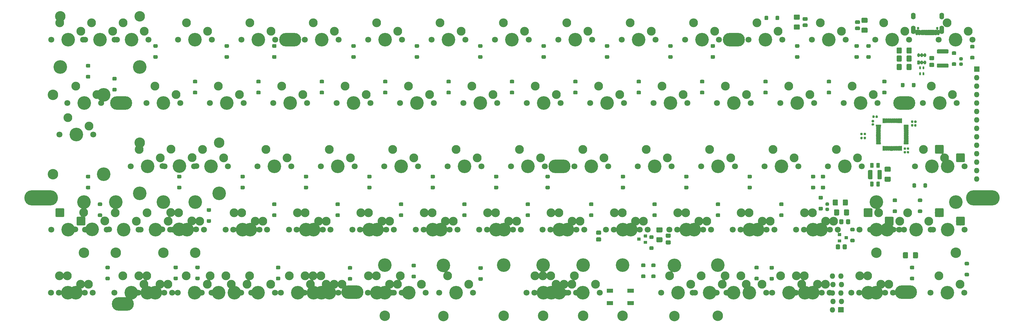
<source format=gbr>
G04 #@! TF.GenerationSoftware,KiCad,Pcbnew,(5.1.9)-1*
G04 #@! TF.CreationDate,2021-02-12T10:27:05+09:00*
G04 #@! TF.ProjectId,Joker60-NoArrows,4a6f6b65-7236-4302-9d4e-6f4172726f77,pre-Alpha*
G04 #@! TF.SameCoordinates,Original*
G04 #@! TF.FileFunction,Soldermask,Top*
G04 #@! TF.FilePolarity,Negative*
%FSLAX46Y46*%
G04 Gerber Fmt 4.6, Leading zero omitted, Abs format (unit mm)*
G04 Created by KiCad (PCBNEW (5.1.9)-1) date 2021-02-12 10:27:05*
%MOMM*%
%LPD*%
G01*
G04 APERTURE LIST*
%ADD10C,0.120000*%
%ADD11C,1.803800*%
%ADD12C,2.642000*%
%ADD13C,4.089800*%
%ADD14C,3.150000*%
%ADD15O,1.402000X2.502000*%
%ADD16O,1.402000X2.002000*%
%ADD17C,0.752000*%
%ADD18O,10.102000X4.602001*%
%ADD19O,6.602000X4.102000*%
%ADD20O,1.626000X1.626000*%
%ADD21C,0.254000*%
G04 APERTURE END LIST*
D10*
X103636990Y-143423365D02*
G75*
G03*
X103636990Y-143423365I-508000J0D01*
G01*
X83793130Y-145963365D02*
G75*
G03*
X83793130Y-145963365I-508000J0D01*
G01*
X233813000Y-145963125D02*
G75*
G03*
X233813000Y-145963125I-508000J0D01*
G01*
X231431750Y-145963365D02*
G75*
G03*
X231431750Y-145963365I-508000J0D01*
G01*
X250481750Y-145963365D02*
G75*
G03*
X250481750Y-145963365I-508000J0D01*
G01*
X83693000Y-164941250D02*
G75*
G03*
X83693000Y-164941250I-508000J0D01*
G01*
X102743000Y-164941250D02*
G75*
G03*
X102743000Y-164941250I-508000J0D01*
G01*
X121793000Y-164941250D02*
G75*
G03*
X121793000Y-164941250I-508000J0D01*
G01*
X107505500Y-164941250D02*
G75*
G03*
X107505500Y-164941250I-508000J0D01*
G01*
X283718000Y-164941250D02*
G75*
G03*
X283718000Y-164941250I-508000J0D01*
G01*
X326580500Y-164941250D02*
G75*
G03*
X326580500Y-164941250I-508000J0D01*
G01*
X83693000Y-164941250D02*
G75*
G03*
X83693000Y-164941250I-508000J0D01*
G01*
X102743000Y-164941250D02*
G75*
G03*
X102743000Y-164941250I-508000J0D01*
G01*
X121793000Y-164941250D02*
G75*
G03*
X121793000Y-164941250I-508000J0D01*
G01*
X140843000Y-164941250D02*
G75*
G03*
X140843000Y-164941250I-508000J0D01*
G01*
X159893000Y-164941250D02*
G75*
G03*
X159893000Y-164941250I-508000J0D01*
G01*
X140843000Y-164941250D02*
G75*
G03*
X140843000Y-164941250I-508000J0D01*
G01*
X162274250Y-164941250D02*
G75*
G03*
X162274250Y-164941250I-508000J0D01*
G01*
X186086750Y-164941250D02*
G75*
G03*
X186086750Y-164941250I-508000J0D01*
G01*
X178943000Y-164941250D02*
G75*
G03*
X178943000Y-164941250I-508000J0D01*
G01*
X307530500Y-164941250D02*
G75*
G03*
X307530500Y-164941250I-508000J0D01*
G01*
X326580500Y-164941250D02*
G75*
G03*
X326580500Y-164941250I-508000J0D01*
G01*
X119513000Y-145963125D02*
G75*
G03*
X119513000Y-145963125I-508000J0D01*
G01*
X100463000Y-145963125D02*
G75*
G03*
X100463000Y-145963125I-508000J0D01*
G01*
X138461750Y-145963125D02*
G75*
G03*
X138461750Y-145963125I-508000J0D01*
G01*
X157511750Y-145963125D02*
G75*
G03*
X157511750Y-145963125I-508000J0D01*
G01*
X176561750Y-145963125D02*
G75*
G03*
X176561750Y-145963125I-508000J0D01*
G01*
X195713000Y-145963125D02*
G75*
G03*
X195713000Y-145963125I-508000J0D01*
G01*
X214763000Y-145963125D02*
G75*
G03*
X214763000Y-145963125I-508000J0D01*
G01*
X252863000Y-145963125D02*
G75*
G03*
X252863000Y-145963125I-508000J0D01*
G01*
X271913000Y-145963125D02*
G75*
G03*
X271913000Y-145963125I-508000J0D01*
G01*
X290963000Y-145963125D02*
G75*
G03*
X290963000Y-145963125I-508000J0D01*
G01*
X310013000Y-145963125D02*
G75*
G03*
X310013000Y-145963125I-508000J0D01*
G01*
X329856750Y-145963125D02*
G75*
G03*
X329856750Y-145963125I-508000J0D01*
G01*
X348113000Y-145963365D02*
G75*
G03*
X348113000Y-145963365I-508000J0D01*
G01*
X331444170Y-88813125D02*
G75*
G03*
X331444170Y-88813125I-508000J0D01*
G01*
X307631750Y-145963125D02*
G75*
G03*
X307631750Y-145963125I-508000J0D01*
G01*
X155231750Y-145963125D02*
G75*
G03*
X155231750Y-145963125I-508000J0D01*
G01*
X84591810Y-143415505D02*
G75*
G03*
X84591810Y-143415505I-508000J0D01*
G01*
X117152070Y-145930105D02*
G75*
G03*
X117152070Y-145930105I-508000J0D01*
G01*
X288480500Y-164941250D02*
G75*
G03*
X288480500Y-164941250I-508000J0D01*
G01*
X350494250Y-88813125D02*
G75*
G03*
X350494250Y-88813125I-508000J0D01*
G01*
X337000506Y-124373093D02*
G75*
G03*
X337000506Y-124373093I-508000J0D01*
G01*
X326681750Y-145963365D02*
G75*
G03*
X326681750Y-145963365I-508000J0D01*
G01*
X107606750Y-126913125D02*
G75*
G03*
X107606750Y-126913125I-508000J0D01*
G01*
X136181750Y-145963365D02*
G75*
G03*
X136181750Y-145963365I-508000J0D01*
G01*
X312394090Y-88813125D02*
G75*
G03*
X312394090Y-88813125I-508000J0D01*
G01*
X293344010Y-88813125D02*
G75*
G03*
X293344010Y-88813125I-508000J0D01*
G01*
X274293930Y-88813125D02*
G75*
G03*
X274293930Y-88813125I-508000J0D01*
G01*
X255243850Y-88813125D02*
G75*
G03*
X255243850Y-88813125I-508000J0D01*
G01*
X236193770Y-88813125D02*
G75*
G03*
X236193770Y-88813125I-508000J0D01*
G01*
X217143690Y-88813125D02*
G75*
G03*
X217143690Y-88813125I-508000J0D01*
G01*
X198093610Y-88813125D02*
G75*
G03*
X198093610Y-88813125I-508000J0D01*
G01*
X179043530Y-88813125D02*
G75*
G03*
X179043530Y-88813125I-508000J0D01*
G01*
X159993450Y-88813125D02*
G75*
G03*
X159993450Y-88813125I-508000J0D01*
G01*
X140943370Y-88813125D02*
G75*
G03*
X140943370Y-88813125I-508000J0D01*
G01*
X121893290Y-88813125D02*
G75*
G03*
X121893290Y-88813125I-508000J0D01*
G01*
X321919130Y-107863205D02*
G75*
G03*
X321919130Y-107863205I-508000J0D01*
G01*
X302869050Y-107863205D02*
G75*
G03*
X302869050Y-107863205I-508000J0D01*
G01*
X283818970Y-107863205D02*
G75*
G03*
X283818970Y-107863205I-508000J0D01*
G01*
X264768890Y-107863205D02*
G75*
G03*
X264768890Y-107863205I-508000J0D01*
G01*
X245718810Y-107863205D02*
G75*
G03*
X245718810Y-107863205I-508000J0D01*
G01*
X226668730Y-107863205D02*
G75*
G03*
X226668730Y-107863205I-508000J0D01*
G01*
X207618650Y-107863205D02*
G75*
G03*
X207618650Y-107863205I-508000J0D01*
G01*
X188568570Y-107863205D02*
G75*
G03*
X188568570Y-107863205I-508000J0D01*
G01*
X169518490Y-107863205D02*
G75*
G03*
X169518490Y-107863205I-508000J0D01*
G01*
X150468410Y-107863205D02*
G75*
G03*
X150468410Y-107863205I-508000J0D01*
G01*
X131418330Y-107863205D02*
G75*
G03*
X131418330Y-107863205I-508000J0D01*
G01*
X112368250Y-107863205D02*
G75*
G03*
X112368250Y-107863205I-508000J0D01*
G01*
X317156610Y-126913285D02*
G75*
G03*
X317156610Y-126913285I-508000J0D01*
G01*
X298106530Y-126913285D02*
G75*
G03*
X298106530Y-126913285I-508000J0D01*
G01*
X279056450Y-126913285D02*
G75*
G03*
X279056450Y-126913285I-508000J0D01*
G01*
X260006370Y-126913285D02*
G75*
G03*
X260006370Y-126913285I-508000J0D01*
G01*
X240956290Y-126913285D02*
G75*
G03*
X240956290Y-126913285I-508000J0D01*
G01*
X221906210Y-126913285D02*
G75*
G03*
X221906210Y-126913285I-508000J0D01*
G01*
X183806050Y-126913285D02*
G75*
G03*
X183806050Y-126913285I-508000J0D01*
G01*
X164755970Y-126913285D02*
G75*
G03*
X164755970Y-126913285I-508000J0D01*
G01*
X145705890Y-126913285D02*
G75*
G03*
X145705890Y-126913285I-508000J0D01*
G01*
X126655810Y-126913285D02*
G75*
G03*
X126655810Y-126913285I-508000J0D01*
G01*
X288581750Y-145963365D02*
G75*
G03*
X288581750Y-145963365I-508000J0D01*
G01*
X269531750Y-145963365D02*
G75*
G03*
X269531750Y-145963365I-508000J0D01*
G01*
X212381750Y-145963365D02*
G75*
G03*
X212381750Y-145963365I-508000J0D01*
G01*
X193331750Y-145963365D02*
G75*
G03*
X193331750Y-145963365I-508000J0D01*
G01*
X174281750Y-145963365D02*
G75*
G03*
X174281750Y-145963365I-508000J0D01*
G01*
X102843210Y-88813125D02*
G75*
G03*
X102843210Y-88813125I-508000J0D01*
G01*
X202856130Y-126913285D02*
G75*
G03*
X202856130Y-126913285I-508000J0D01*
G01*
X83794250Y-88813125D02*
G75*
G03*
X83794250Y-88813125I-508000J0D01*
G01*
X103636990Y-143423365D02*
G75*
G03*
X103636990Y-143423365I-508000J0D01*
G01*
X83793130Y-145963365D02*
G75*
G03*
X83793130Y-145963365I-508000J0D01*
G01*
X233813000Y-145963125D02*
G75*
G03*
X233813000Y-145963125I-508000J0D01*
G01*
X231431750Y-145963365D02*
G75*
G03*
X231431750Y-145963365I-508000J0D01*
G01*
X250481750Y-145963365D02*
G75*
G03*
X250481750Y-145963365I-508000J0D01*
G01*
X83693000Y-164941250D02*
G75*
G03*
X83693000Y-164941250I-508000J0D01*
G01*
X102743000Y-164941250D02*
G75*
G03*
X102743000Y-164941250I-508000J0D01*
G01*
X121793000Y-164941250D02*
G75*
G03*
X121793000Y-164941250I-508000J0D01*
G01*
X107505500Y-164941250D02*
G75*
G03*
X107505500Y-164941250I-508000J0D01*
G01*
X283718000Y-164941250D02*
G75*
G03*
X283718000Y-164941250I-508000J0D01*
G01*
X326580500Y-164941250D02*
G75*
G03*
X326580500Y-164941250I-508000J0D01*
G01*
X83693000Y-164941250D02*
G75*
G03*
X83693000Y-164941250I-508000J0D01*
G01*
X102743000Y-164941250D02*
G75*
G03*
X102743000Y-164941250I-508000J0D01*
G01*
X121793000Y-164941250D02*
G75*
G03*
X121793000Y-164941250I-508000J0D01*
G01*
X140843000Y-164941250D02*
G75*
G03*
X140843000Y-164941250I-508000J0D01*
G01*
X159893000Y-164941250D02*
G75*
G03*
X159893000Y-164941250I-508000J0D01*
G01*
X140843000Y-164941250D02*
G75*
G03*
X140843000Y-164941250I-508000J0D01*
G01*
X162274250Y-164941250D02*
G75*
G03*
X162274250Y-164941250I-508000J0D01*
G01*
X186086750Y-164941250D02*
G75*
G03*
X186086750Y-164941250I-508000J0D01*
G01*
X178943000Y-164941250D02*
G75*
G03*
X178943000Y-164941250I-508000J0D01*
G01*
X307530500Y-164941250D02*
G75*
G03*
X307530500Y-164941250I-508000J0D01*
G01*
X326580500Y-164941250D02*
G75*
G03*
X326580500Y-164941250I-508000J0D01*
G01*
X119513000Y-145963125D02*
G75*
G03*
X119513000Y-145963125I-508000J0D01*
G01*
X100463000Y-145963125D02*
G75*
G03*
X100463000Y-145963125I-508000J0D01*
G01*
X138461750Y-145963125D02*
G75*
G03*
X138461750Y-145963125I-508000J0D01*
G01*
X157511750Y-145963125D02*
G75*
G03*
X157511750Y-145963125I-508000J0D01*
G01*
X176561750Y-145963125D02*
G75*
G03*
X176561750Y-145963125I-508000J0D01*
G01*
X195713000Y-145963125D02*
G75*
G03*
X195713000Y-145963125I-508000J0D01*
G01*
X214763000Y-145963125D02*
G75*
G03*
X214763000Y-145963125I-508000J0D01*
G01*
X252863000Y-145963125D02*
G75*
G03*
X252863000Y-145963125I-508000J0D01*
G01*
X271913000Y-145963125D02*
G75*
G03*
X271913000Y-145963125I-508000J0D01*
G01*
X290963000Y-145963125D02*
G75*
G03*
X290963000Y-145963125I-508000J0D01*
G01*
X310013000Y-145963125D02*
G75*
G03*
X310013000Y-145963125I-508000J0D01*
G01*
X329856750Y-145963125D02*
G75*
G03*
X329856750Y-145963125I-508000J0D01*
G01*
X348113000Y-145963365D02*
G75*
G03*
X348113000Y-145963365I-508000J0D01*
G01*
X331444170Y-88813125D02*
G75*
G03*
X331444170Y-88813125I-508000J0D01*
G01*
X307631750Y-145963125D02*
G75*
G03*
X307631750Y-145963125I-508000J0D01*
G01*
X155231750Y-145963125D02*
G75*
G03*
X155231750Y-145963125I-508000J0D01*
G01*
X84591810Y-143415505D02*
G75*
G03*
X84591810Y-143415505I-508000J0D01*
G01*
X117152070Y-145930105D02*
G75*
G03*
X117152070Y-145930105I-508000J0D01*
G01*
X288480500Y-164941250D02*
G75*
G03*
X288480500Y-164941250I-508000J0D01*
G01*
X350494250Y-88813125D02*
G75*
G03*
X350494250Y-88813125I-508000J0D01*
G01*
X337000506Y-124373093D02*
G75*
G03*
X337000506Y-124373093I-508000J0D01*
G01*
X326681750Y-145963365D02*
G75*
G03*
X326681750Y-145963365I-508000J0D01*
G01*
X107606750Y-126913125D02*
G75*
G03*
X107606750Y-126913125I-508000J0D01*
G01*
X136181750Y-145963365D02*
G75*
G03*
X136181750Y-145963365I-508000J0D01*
G01*
X312394090Y-88813125D02*
G75*
G03*
X312394090Y-88813125I-508000J0D01*
G01*
X293344010Y-88813125D02*
G75*
G03*
X293344010Y-88813125I-508000J0D01*
G01*
X274293930Y-88813125D02*
G75*
G03*
X274293930Y-88813125I-508000J0D01*
G01*
X255243850Y-88813125D02*
G75*
G03*
X255243850Y-88813125I-508000J0D01*
G01*
X236193770Y-88813125D02*
G75*
G03*
X236193770Y-88813125I-508000J0D01*
G01*
X217143690Y-88813125D02*
G75*
G03*
X217143690Y-88813125I-508000J0D01*
G01*
X198093610Y-88813125D02*
G75*
G03*
X198093610Y-88813125I-508000J0D01*
G01*
X179043530Y-88813125D02*
G75*
G03*
X179043530Y-88813125I-508000J0D01*
G01*
X159993450Y-88813125D02*
G75*
G03*
X159993450Y-88813125I-508000J0D01*
G01*
X140943370Y-88813125D02*
G75*
G03*
X140943370Y-88813125I-508000J0D01*
G01*
X121893290Y-88813125D02*
G75*
G03*
X121893290Y-88813125I-508000J0D01*
G01*
X321919130Y-107863205D02*
G75*
G03*
X321919130Y-107863205I-508000J0D01*
G01*
X302869050Y-107863205D02*
G75*
G03*
X302869050Y-107863205I-508000J0D01*
G01*
X283818970Y-107863205D02*
G75*
G03*
X283818970Y-107863205I-508000J0D01*
G01*
X264768890Y-107863205D02*
G75*
G03*
X264768890Y-107863205I-508000J0D01*
G01*
X245718810Y-107863205D02*
G75*
G03*
X245718810Y-107863205I-508000J0D01*
G01*
X226668730Y-107863205D02*
G75*
G03*
X226668730Y-107863205I-508000J0D01*
G01*
X207618650Y-107863205D02*
G75*
G03*
X207618650Y-107863205I-508000J0D01*
G01*
X188568570Y-107863205D02*
G75*
G03*
X188568570Y-107863205I-508000J0D01*
G01*
X169518490Y-107863205D02*
G75*
G03*
X169518490Y-107863205I-508000J0D01*
G01*
X150468410Y-107863205D02*
G75*
G03*
X150468410Y-107863205I-508000J0D01*
G01*
X131418330Y-107863205D02*
G75*
G03*
X131418330Y-107863205I-508000J0D01*
G01*
X112368250Y-107863205D02*
G75*
G03*
X112368250Y-107863205I-508000J0D01*
G01*
X317156610Y-126913285D02*
G75*
G03*
X317156610Y-126913285I-508000J0D01*
G01*
X298106530Y-126913285D02*
G75*
G03*
X298106530Y-126913285I-508000J0D01*
G01*
X279056450Y-126913285D02*
G75*
G03*
X279056450Y-126913285I-508000J0D01*
G01*
X260006370Y-126913285D02*
G75*
G03*
X260006370Y-126913285I-508000J0D01*
G01*
X240956290Y-126913285D02*
G75*
G03*
X240956290Y-126913285I-508000J0D01*
G01*
X221906210Y-126913285D02*
G75*
G03*
X221906210Y-126913285I-508000J0D01*
G01*
X183806050Y-126913285D02*
G75*
G03*
X183806050Y-126913285I-508000J0D01*
G01*
X164755970Y-126913285D02*
G75*
G03*
X164755970Y-126913285I-508000J0D01*
G01*
X145705890Y-126913285D02*
G75*
G03*
X145705890Y-126913285I-508000J0D01*
G01*
X126655810Y-126913285D02*
G75*
G03*
X126655810Y-126913285I-508000J0D01*
G01*
X288581750Y-145963365D02*
G75*
G03*
X288581750Y-145963365I-508000J0D01*
G01*
X269531750Y-145963365D02*
G75*
G03*
X269531750Y-145963365I-508000J0D01*
G01*
X212381750Y-145963365D02*
G75*
G03*
X212381750Y-145963365I-508000J0D01*
G01*
X193331750Y-145963365D02*
G75*
G03*
X193331750Y-145963365I-508000J0D01*
G01*
X174281750Y-145963365D02*
G75*
G03*
X174281750Y-145963365I-508000J0D01*
G01*
X102843210Y-88813125D02*
G75*
G03*
X102843210Y-88813125I-508000J0D01*
G01*
X202856130Y-126913285D02*
G75*
G03*
X202856130Y-126913285I-508000J0D01*
G01*
X83794250Y-88813125D02*
G75*
G03*
X83794250Y-88813125I-508000J0D01*
G01*
D11*
X100588990Y-148503365D03*
X110748990Y-148503365D03*
D12*
X103128990Y-143423365D03*
X109478990Y-145963365D03*
D13*
X105668990Y-148503365D03*
G36*
G01*
X84209830Y-147284365D02*
X82360430Y-147284365D01*
G75*
G02*
X81964130Y-146888065I0J396300D01*
G01*
X81964130Y-145038665D01*
G75*
G02*
X82360430Y-144642365I396300J0D01*
G01*
X84209830Y-144642365D01*
G75*
G02*
X84606130Y-145038665I0J-396300D01*
G01*
X84606130Y-146888065D01*
G75*
G02*
X84209830Y-147284365I-396300J0D01*
G01*
G37*
G36*
G01*
X75614130Y-144348065D02*
X75614130Y-142498665D01*
G75*
G02*
X76010430Y-142102365I396300J0D01*
G01*
X77859830Y-142102365D01*
G75*
G02*
X78256130Y-142498665I0J-396300D01*
G01*
X78256130Y-144348065D01*
G75*
G02*
X77859830Y-144744365I-396300J0D01*
G01*
X76010430Y-144744365D01*
G75*
G02*
X75614130Y-144348065I0J396300D01*
G01*
G37*
D11*
X74395130Y-148503365D03*
X84555130Y-148503365D03*
D13*
X79475130Y-148503365D03*
D12*
X233305000Y-145963125D03*
X226955000Y-143423125D03*
D11*
X224415000Y-148503125D03*
X234575000Y-148503125D03*
D13*
X229495000Y-148503125D03*
D12*
X230923750Y-145963365D03*
X224573750Y-143423365D03*
D11*
X222033750Y-148503365D03*
X232193750Y-148503365D03*
D13*
X227113750Y-148503365D03*
D12*
X249973750Y-145963365D03*
X243623750Y-143423365D03*
D11*
X241083750Y-148503365D03*
X251243750Y-148503365D03*
D13*
X246163750Y-148503365D03*
G36*
G01*
X254945300Y-162033400D02*
X255696300Y-162033400D01*
G75*
G02*
X255971800Y-162308900I0J-275500D01*
G01*
X255971800Y-162859900D01*
G75*
G02*
X255696300Y-163135400I-275500J0D01*
G01*
X254945300Y-163135400D01*
G75*
G02*
X254669800Y-162859900I0J275500D01*
G01*
X254669800Y-162308900D01*
G75*
G02*
X254945300Y-162033400I275500J0D01*
G01*
G37*
G36*
G01*
X254945300Y-158733400D02*
X255696300Y-158733400D01*
G75*
G02*
X255971800Y-159008900I0J-275500D01*
G01*
X255971800Y-159559900D01*
G75*
G02*
X255696300Y-159835400I-275500J0D01*
G01*
X254945300Y-159835400D01*
G75*
G02*
X254669800Y-159559900I0J275500D01*
G01*
X254669800Y-159008900D01*
G75*
G02*
X254945300Y-158733400I275500J0D01*
G01*
G37*
D11*
X119538750Y-167481250D03*
X129698750Y-167481250D03*
D12*
X122078750Y-162401250D03*
X128428750Y-164941250D03*
D13*
X124618750Y-167481250D03*
D11*
X100488750Y-167481250D03*
X110648750Y-167481250D03*
D12*
X103028750Y-162401250D03*
X109378750Y-164941250D03*
D13*
X105568750Y-167481250D03*
D12*
X83185000Y-164941250D03*
X76835000Y-162401250D03*
D11*
X74295000Y-167481250D03*
X84455000Y-167481250D03*
D13*
X79375000Y-167481250D03*
D12*
X102235000Y-164941250D03*
X95885000Y-162401250D03*
D11*
X93345000Y-167481250D03*
X103505000Y-167481250D03*
D13*
X98425000Y-167481250D03*
D12*
X121285000Y-164941250D03*
X114935000Y-162401250D03*
D11*
X112395000Y-167481250D03*
X122555000Y-167481250D03*
D13*
X117475000Y-167481250D03*
D11*
X76676250Y-167481250D03*
X86836250Y-167481250D03*
D12*
X79216250Y-162401250D03*
X85566250Y-164941250D03*
D13*
X81756250Y-167481250D03*
D12*
X106997500Y-164941250D03*
X100647500Y-162401250D03*
D11*
X98107500Y-167481250D03*
X108267500Y-167481250D03*
D13*
X103187500Y-167481250D03*
D11*
X143351250Y-167481250D03*
X153511250Y-167481250D03*
D12*
X145891250Y-162401250D03*
X152241250Y-164941250D03*
D13*
X148431250Y-167481250D03*
D11*
X167163750Y-167481250D03*
X177323750Y-167481250D03*
D12*
X169703750Y-162401250D03*
X176053750Y-164941250D03*
D13*
X172243750Y-167481250D03*
X192219580Y-159256730D03*
X261660640Y-159256730D03*
D14*
X261660640Y-174496730D03*
X192219580Y-174496730D03*
D11*
X221932500Y-167481250D03*
X232092500Y-167481250D03*
D12*
X224472500Y-162401250D03*
X230822500Y-164941250D03*
D13*
X227012500Y-167481250D03*
D12*
X283210000Y-164941250D03*
X276860000Y-162401250D03*
D11*
X274320000Y-167481250D03*
X284480000Y-167481250D03*
D13*
X279400000Y-167481250D03*
D11*
X295751250Y-167481250D03*
X305911250Y-167481250D03*
D12*
X298291250Y-162401250D03*
X304641250Y-164941250D03*
D13*
X300831250Y-167481250D03*
D12*
X326072500Y-164941250D03*
X319722500Y-162401250D03*
D11*
X317182500Y-167481250D03*
X327342500Y-167481250D03*
D13*
X322262500Y-167481250D03*
D12*
X83185000Y-164941250D03*
X76835000Y-162401250D03*
D11*
X74295000Y-167481250D03*
X84455000Y-167481250D03*
D13*
X79375000Y-167481250D03*
D12*
X102235000Y-164941250D03*
X95885000Y-162401250D03*
D11*
X93345000Y-167481250D03*
X103505000Y-167481250D03*
D13*
X98425000Y-167481250D03*
D12*
X121285000Y-164941250D03*
X114935000Y-162401250D03*
D11*
X112395000Y-167481250D03*
X122555000Y-167481250D03*
D13*
X117475000Y-167481250D03*
D12*
X140335000Y-164941250D03*
X133985000Y-162401250D03*
D11*
X131445000Y-167481250D03*
X141605000Y-167481250D03*
D13*
X136525000Y-167481250D03*
D12*
X159385000Y-164941250D03*
X153035000Y-162401250D03*
D11*
X150495000Y-167481250D03*
X160655000Y-167481250D03*
D13*
X155575000Y-167481250D03*
X174593250Y-159226250D03*
X274669250Y-159226250D03*
D14*
X274669250Y-174466250D03*
X174593250Y-174466250D03*
D11*
X219551250Y-167481250D03*
X229711250Y-167481250D03*
D12*
X222091250Y-162401250D03*
X228441250Y-164941250D03*
D13*
X224631250Y-167481250D03*
X234188000Y-159226250D03*
X210312000Y-159226250D03*
D14*
X210312000Y-174466250D03*
X234188000Y-174466250D03*
D11*
X217170000Y-167481250D03*
X227330000Y-167481250D03*
D12*
X219710000Y-162401250D03*
X226060000Y-164941250D03*
D13*
X222250000Y-167481250D03*
D12*
X140335000Y-164941250D03*
X133985000Y-162401250D03*
D11*
X131445000Y-167481250D03*
X141605000Y-167481250D03*
D13*
X136525000Y-167481250D03*
D12*
X161766250Y-164941250D03*
X155416250Y-162401250D03*
D11*
X152876250Y-167481250D03*
X163036250Y-167481250D03*
D13*
X157956250Y-167481250D03*
D12*
X185578750Y-164941250D03*
X179228750Y-162401250D03*
D11*
X176688750Y-167481250D03*
X186848750Y-167481250D03*
D13*
X181768750Y-167481250D03*
D12*
X178435000Y-164941250D03*
X172085000Y-162401250D03*
D11*
X169545000Y-167481250D03*
X179705000Y-167481250D03*
D13*
X174625000Y-167481250D03*
D11*
X257651250Y-167481250D03*
X267811250Y-167481250D03*
D12*
X260191250Y-162401250D03*
X266541250Y-164941250D03*
D13*
X262731250Y-167481250D03*
D11*
X338613750Y-167481250D03*
X348773750Y-167481250D03*
D12*
X341153750Y-162401250D03*
X347503750Y-164941250D03*
D13*
X343693750Y-167481250D03*
D12*
X307022500Y-164941250D03*
X300672500Y-162401250D03*
D11*
X298132500Y-167481250D03*
X308292500Y-167481250D03*
D13*
X303212500Y-167481250D03*
D12*
X326072500Y-164941250D03*
X319722500Y-162401250D03*
D11*
X317182500Y-167481250D03*
X327342500Y-167481250D03*
D13*
X322262500Y-167481250D03*
G36*
G01*
X163759300Y-162795400D02*
X164510300Y-162795400D01*
G75*
G02*
X164785800Y-163070900I0J-275500D01*
G01*
X164785800Y-163621900D01*
G75*
G02*
X164510300Y-163897400I-275500J0D01*
G01*
X163759300Y-163897400D01*
G75*
G02*
X163483800Y-163621900I0J275500D01*
G01*
X163483800Y-163070900D01*
G75*
G02*
X163759300Y-162795400I275500J0D01*
G01*
G37*
G36*
G01*
X163759300Y-159495400D02*
X164510300Y-159495400D01*
G75*
G02*
X164785800Y-159770900I0J-275500D01*
G01*
X164785800Y-160321900D01*
G75*
G02*
X164510300Y-160597400I-275500J0D01*
G01*
X163759300Y-160597400D01*
G75*
G02*
X163483800Y-160321900I0J275500D01*
G01*
X163483800Y-159770900D01*
G75*
G02*
X163759300Y-159495400I275500J0D01*
G01*
G37*
D12*
X119005000Y-145963125D03*
X112655000Y-143423125D03*
D11*
X110115000Y-148503125D03*
X120275000Y-148503125D03*
D13*
X115195000Y-148503125D03*
X322331950Y-140248365D03*
X346207950Y-140248365D03*
D14*
X346207950Y-155488365D03*
X322331950Y-155488365D03*
D11*
X329189950Y-148503365D03*
X339349950Y-148503365D03*
D12*
X331729950Y-143423365D03*
X338079950Y-145963365D03*
D13*
X334269950Y-148503365D03*
D12*
X99955000Y-145963125D03*
X93605000Y-143423125D03*
D11*
X91065000Y-148503125D03*
X101225000Y-148503125D03*
D13*
X96145000Y-148503125D03*
X93732000Y-140248125D03*
X117608000Y-140248125D03*
D14*
X117608000Y-155488125D03*
X93732000Y-155488125D03*
D11*
X100590000Y-148503125D03*
X110750000Y-148503125D03*
D12*
X103130000Y-143423125D03*
X109480000Y-145963125D03*
D13*
X105670000Y-148503125D03*
D12*
X137953750Y-145963125D03*
X131603750Y-143423125D03*
D11*
X129063750Y-148503125D03*
X139223750Y-148503125D03*
D13*
X134143750Y-148503125D03*
D12*
X157003750Y-145963125D03*
X150653750Y-143423125D03*
D11*
X148113750Y-148503125D03*
X158273750Y-148503125D03*
D13*
X153193750Y-148503125D03*
D12*
X176053750Y-145963125D03*
X169703750Y-143423125D03*
D11*
X167163750Y-148503125D03*
X177323750Y-148503125D03*
D13*
X172243750Y-148503125D03*
D12*
X195205000Y-145963125D03*
X188855000Y-143423125D03*
D11*
X186315000Y-148503125D03*
X196475000Y-148503125D03*
D13*
X191395000Y-148503125D03*
D12*
X214255000Y-145963125D03*
X207905000Y-143423125D03*
D11*
X205365000Y-148503125D03*
X215525000Y-148503125D03*
D13*
X210445000Y-148503125D03*
D12*
X252355000Y-145963125D03*
X246005000Y-143423125D03*
D11*
X243465000Y-148503125D03*
X253625000Y-148503125D03*
D13*
X248545000Y-148503125D03*
D12*
X271405000Y-145963125D03*
X265055000Y-143423125D03*
D11*
X262515000Y-148503125D03*
X272675000Y-148503125D03*
D13*
X267595000Y-148503125D03*
D12*
X290455000Y-145963125D03*
X284105000Y-143423125D03*
D11*
X281565000Y-148503125D03*
X291725000Y-148503125D03*
D13*
X286645000Y-148503125D03*
D12*
X309505000Y-145963125D03*
X303155000Y-143423125D03*
D11*
X300615000Y-148503125D03*
X310775000Y-148503125D03*
D13*
X305695000Y-148503125D03*
D12*
X329348750Y-145963125D03*
X322998750Y-143423125D03*
D11*
X320458750Y-148503125D03*
X330618750Y-148503125D03*
D13*
X325538750Y-148503125D03*
D12*
X347605000Y-145963365D03*
X341255000Y-143423365D03*
D11*
X338715000Y-148503365D03*
X348875000Y-148503365D03*
D13*
X343795000Y-148503365D03*
D12*
X330936170Y-88813125D03*
X324586170Y-86273125D03*
D11*
X322046170Y-91353125D03*
X332206170Y-91353125D03*
D13*
X327126170Y-91353125D03*
D12*
X307123750Y-145963125D03*
X300773750Y-143423125D03*
D11*
X298233750Y-148503125D03*
X308393750Y-148503125D03*
D13*
X303313750Y-148503125D03*
D11*
X76676250Y-167481250D03*
X86836250Y-167481250D03*
D12*
X79216250Y-162401250D03*
X85566250Y-164941250D03*
D13*
X81756250Y-167481250D03*
D12*
X154723750Y-145963125D03*
X148373750Y-143423125D03*
D11*
X145833750Y-148503125D03*
X155993750Y-148503125D03*
D13*
X150913750Y-148503125D03*
X100939250Y-137657325D03*
X124815250Y-137657325D03*
D14*
X124815250Y-122417325D03*
X100939250Y-122417325D03*
D11*
X107797250Y-129402325D03*
X117957250Y-129402325D03*
D12*
X110337250Y-124322325D03*
X116687250Y-126862325D03*
D13*
X112877250Y-129402325D03*
D11*
X290988750Y-167481250D03*
X301148750Y-167481250D03*
D12*
X293528750Y-162401250D03*
X299878750Y-164941250D03*
D13*
X296068750Y-167481250D03*
D11*
X148113750Y-167481250D03*
X158273750Y-167481250D03*
D12*
X150653750Y-162401250D03*
X157003750Y-164941250D03*
D13*
X153193750Y-167481250D03*
D11*
X190976250Y-167481250D03*
X201136250Y-167481250D03*
D12*
X193516250Y-162401250D03*
X199866250Y-164941250D03*
D13*
X196056250Y-167481250D03*
D11*
X267176250Y-167481250D03*
X277336250Y-167481250D03*
D12*
X269716250Y-162401250D03*
X276066250Y-164941250D03*
D13*
X272256250Y-167481250D03*
D11*
X81543810Y-148495505D03*
X91703810Y-148495505D03*
D12*
X84083810Y-143415505D03*
X90433810Y-145955505D03*
D13*
X86623810Y-148495505D03*
D12*
X116644070Y-145930105D03*
X110294070Y-143390105D03*
D11*
X107754070Y-148470105D03*
X117914070Y-148470105D03*
D13*
X112834070Y-148470105D03*
D11*
X79151130Y-110431065D03*
X89311130Y-110431065D03*
D12*
X81691130Y-105351065D03*
X88041130Y-107891065D03*
D13*
X84231130Y-110431065D03*
X346207950Y-140248365D03*
X322331950Y-140248365D03*
D14*
X322331950Y-155488365D03*
X346207950Y-155488365D03*
D11*
X329189950Y-148503365D03*
X339349950Y-148503365D03*
D12*
X331729950Y-143423365D03*
X338079950Y-145963365D03*
D13*
X334269950Y-148503365D03*
X108083000Y-140248125D03*
X84207000Y-140248125D03*
D14*
X84207000Y-155488125D03*
X108083000Y-155488125D03*
D11*
X91065000Y-148503125D03*
X101225000Y-148503125D03*
D12*
X93605000Y-143423125D03*
X99955000Y-145963125D03*
D13*
X96145000Y-148503125D03*
D12*
X287972500Y-164941250D03*
X281622500Y-162401250D03*
D11*
X279082500Y-167481250D03*
X289242500Y-167481250D03*
D13*
X284162500Y-167481250D03*
D11*
X124301250Y-167481250D03*
X134461250Y-167481250D03*
D12*
X126841250Y-162401250D03*
X133191250Y-164941250D03*
D13*
X129381250Y-167481250D03*
X246094250Y-159226250D03*
X222218250Y-159226250D03*
D14*
X222218250Y-174466250D03*
X246094250Y-174466250D03*
D11*
X229076250Y-167481250D03*
X239236250Y-167481250D03*
D12*
X231616250Y-162401250D03*
X237966250Y-164941250D03*
D13*
X234156250Y-167481250D03*
D11*
X314801250Y-167481250D03*
X324961250Y-167481250D03*
D12*
X317341250Y-162401250D03*
X323691250Y-164941250D03*
D13*
X319881250Y-167481250D03*
D12*
X349986250Y-88813125D03*
X343636250Y-86273125D03*
D11*
X341096250Y-91353125D03*
X351256250Y-91353125D03*
D13*
X346176250Y-91353125D03*
G36*
G01*
X92981850Y-105883645D02*
X93732850Y-105883645D01*
G75*
G02*
X94008350Y-106159145I0J-275500D01*
G01*
X94008350Y-106710145D01*
G75*
G02*
X93732850Y-106985645I-275500J0D01*
G01*
X92981850Y-106985645D01*
G75*
G02*
X92706350Y-106710145I0J275500D01*
G01*
X92706350Y-106159145D01*
G75*
G02*
X92981850Y-105883645I275500J0D01*
G01*
G37*
G36*
G01*
X92981850Y-102583645D02*
X93732850Y-102583645D01*
G75*
G02*
X94008350Y-102859145I0J-275500D01*
G01*
X94008350Y-103410145D01*
G75*
G02*
X93732850Y-103685645I-275500J0D01*
G01*
X92981850Y-103685645D01*
G75*
G02*
X92706350Y-103410145I0J275500D01*
G01*
X92706350Y-102859145D01*
G75*
G02*
X92981850Y-102583645I275500J0D01*
G01*
G37*
G36*
G01*
X182910900Y-162084200D02*
X183661900Y-162084200D01*
G75*
G02*
X183937400Y-162359700I0J-275500D01*
G01*
X183937400Y-162910700D01*
G75*
G02*
X183661900Y-163186200I-275500J0D01*
G01*
X182910900Y-163186200D01*
G75*
G02*
X182635400Y-162910700I0J275500D01*
G01*
X182635400Y-162359700D01*
G75*
G02*
X182910900Y-162084200I275500J0D01*
G01*
G37*
G36*
G01*
X182910900Y-158784200D02*
X183661900Y-158784200D01*
G75*
G02*
X183937400Y-159059700I0J-275500D01*
G01*
X183937400Y-159610700D01*
G75*
G02*
X183661900Y-159886200I-275500J0D01*
G01*
X182910900Y-159886200D01*
G75*
G02*
X182635400Y-159610700I0J275500D01*
G01*
X182635400Y-159059700D01*
G75*
G02*
X182910900Y-158784200I275500J0D01*
G01*
G37*
G36*
G01*
X203014650Y-162815205D02*
X203765650Y-162815205D01*
G75*
G02*
X204041150Y-163090705I0J-275500D01*
G01*
X204041150Y-163641705D01*
G75*
G02*
X203765650Y-163917205I-275500J0D01*
G01*
X203014650Y-163917205D01*
G75*
G02*
X202739150Y-163641705I0J275500D01*
G01*
X202739150Y-163090705D01*
G75*
G02*
X203014650Y-162815205I275500J0D01*
G01*
G37*
G36*
G01*
X203014650Y-159515205D02*
X203765650Y-159515205D01*
G75*
G02*
X204041150Y-159790705I0J-275500D01*
G01*
X204041150Y-160341705D01*
G75*
G02*
X203765650Y-160617205I-275500J0D01*
G01*
X203014650Y-160617205D01*
G75*
G02*
X202739150Y-160341705I0J275500D01*
G01*
X202739150Y-159790705D01*
G75*
G02*
X203014650Y-159515205I275500J0D01*
G01*
G37*
G36*
G01*
X285963430Y-162716145D02*
X286714430Y-162716145D01*
G75*
G02*
X286989930Y-162991645I0J-275500D01*
G01*
X286989930Y-163542645D01*
G75*
G02*
X286714430Y-163818145I-275500J0D01*
G01*
X285963430Y-163818145D01*
G75*
G02*
X285687930Y-163542645I0J275500D01*
G01*
X285687930Y-162991645D01*
G75*
G02*
X285963430Y-162716145I275500J0D01*
G01*
G37*
G36*
G01*
X285963430Y-159416145D02*
X286714430Y-159416145D01*
G75*
G02*
X286989930Y-159691645I0J-275500D01*
G01*
X286989930Y-160242645D01*
G75*
G02*
X286714430Y-160518145I-275500J0D01*
G01*
X285963430Y-160518145D01*
G75*
G02*
X285687930Y-160242645I0J275500D01*
G01*
X285687930Y-159691645D01*
G75*
G02*
X285963430Y-159416145I275500J0D01*
G01*
G37*
G36*
G01*
X335276250Y-101250125D02*
X335676250Y-101250125D01*
G75*
G02*
X335727250Y-101301125I0J-51000D01*
G01*
X335727250Y-102051125D01*
G75*
G02*
X335676250Y-102102125I-51000J0D01*
G01*
X335276250Y-102102125D01*
G75*
G02*
X335225250Y-102051125I0J51000D01*
G01*
X335225250Y-101301125D01*
G75*
G02*
X335276250Y-101250125I51000J0D01*
G01*
G37*
G36*
G01*
X335276250Y-99400125D02*
X335676250Y-99400125D01*
G75*
G02*
X335727250Y-99451125I0J-51000D01*
G01*
X335727250Y-100201125D01*
G75*
G02*
X335676250Y-100252125I-51000J0D01*
G01*
X335276250Y-100252125D01*
G75*
G02*
X335225250Y-100201125I0J51000D01*
G01*
X335225250Y-99451125D01*
G75*
G02*
X335276250Y-99400125I51000J0D01*
G01*
G37*
G36*
G01*
X336350750Y-99400125D02*
X336601750Y-99400125D01*
G75*
G02*
X336727250Y-99525625I0J-125500D01*
G01*
X336727250Y-100126625D01*
G75*
G02*
X336601750Y-100252125I-125500J0D01*
G01*
X336350750Y-100252125D01*
G75*
G02*
X336225250Y-100126625I0J125500D01*
G01*
X336225250Y-99525625D01*
G75*
G02*
X336350750Y-99400125I125500J0D01*
G01*
G37*
G36*
G01*
X336276250Y-101250125D02*
X336676250Y-101250125D01*
G75*
G02*
X336727250Y-101301125I0J-51000D01*
G01*
X336727250Y-102051125D01*
G75*
G02*
X336676250Y-102102125I-51000J0D01*
G01*
X336276250Y-102102125D01*
G75*
G02*
X336225250Y-102051125I0J51000D01*
G01*
X336225250Y-101301125D01*
G75*
G02*
X336276250Y-101250125I51000J0D01*
G01*
G37*
G36*
G01*
X325071144Y-132590125D02*
X326387356Y-132590125D01*
G75*
G02*
X326655250Y-132858019I0J-267894D01*
G01*
X326655250Y-133849231D01*
G75*
G02*
X326387356Y-134117125I-267894J0D01*
G01*
X325071144Y-134117125D01*
G75*
G02*
X324803250Y-133849231I0J267894D01*
G01*
X324803250Y-132858019D01*
G75*
G02*
X325071144Y-132590125I267894J0D01*
G01*
G37*
G36*
G01*
X325071144Y-129615125D02*
X326387356Y-129615125D01*
G75*
G02*
X326655250Y-129883019I0J-267894D01*
G01*
X326655250Y-130874231D01*
G75*
G02*
X326387356Y-131142125I-267894J0D01*
G01*
X325071144Y-131142125D01*
G75*
G02*
X324803250Y-130874231I0J267894D01*
G01*
X324803250Y-129883019D01*
G75*
G02*
X325071144Y-129615125I267894J0D01*
G01*
G37*
G36*
G01*
X322643250Y-133098725D02*
X322643250Y-130887525D01*
G75*
G02*
X322913650Y-130617125I270400J0D01*
G01*
X323724850Y-130617125D01*
G75*
G02*
X323995250Y-130887525I0J-270400D01*
G01*
X323995250Y-133098725D01*
G75*
G02*
X323724850Y-133369125I-270400J0D01*
G01*
X322913650Y-133369125D01*
G75*
G02*
X322643250Y-133098725I0J270400D01*
G01*
G37*
G36*
G01*
X319843250Y-133098725D02*
X319843250Y-130887525D01*
G75*
G02*
X320113650Y-130617125I270400J0D01*
G01*
X320924850Y-130617125D01*
G75*
G02*
X321195250Y-130887525I0J-270400D01*
G01*
X321195250Y-133098725D01*
G75*
G02*
X320924850Y-133369125I-270400J0D01*
G01*
X320113650Y-133369125D01*
G75*
G02*
X319843250Y-133098725I0J270400D01*
G01*
G37*
G36*
G01*
X321520250Y-128717375D02*
X321520250Y-129680875D01*
G75*
G02*
X321251000Y-129950125I-269250J0D01*
G01*
X320712500Y-129950125D01*
G75*
G02*
X320443250Y-129680875I0J269250D01*
G01*
X320443250Y-128717375D01*
G75*
G02*
X320712500Y-128448125I269250J0D01*
G01*
X321251000Y-128448125D01*
G75*
G02*
X321520250Y-128717375I0J-269250D01*
G01*
G37*
G36*
G01*
X323395250Y-128717375D02*
X323395250Y-129680875D01*
G75*
G02*
X323126000Y-129950125I-269250J0D01*
G01*
X322587500Y-129950125D01*
G75*
G02*
X322318250Y-129680875I0J269250D01*
G01*
X322318250Y-128717375D01*
G75*
G02*
X322587500Y-128448125I269250J0D01*
G01*
X323126000Y-128448125D01*
G75*
G02*
X323395250Y-128717375I0J-269250D01*
G01*
G37*
G36*
G01*
X321520250Y-134329151D02*
X321520250Y-135292651D01*
G75*
G02*
X321251000Y-135561901I-269250J0D01*
G01*
X320712500Y-135561901D01*
G75*
G02*
X320443250Y-135292651I0J269250D01*
G01*
X320443250Y-134329151D01*
G75*
G02*
X320712500Y-134059901I269250J0D01*
G01*
X321251000Y-134059901D01*
G75*
G02*
X321520250Y-134329151I0J-269250D01*
G01*
G37*
G36*
G01*
X323395250Y-134329151D02*
X323395250Y-135292651D01*
G75*
G02*
X323126000Y-135561901I-269250J0D01*
G01*
X322587500Y-135561901D01*
G75*
G02*
X322318250Y-135292651I0J269250D01*
G01*
X322318250Y-134329151D01*
G75*
G02*
X322587500Y-134059901I269250J0D01*
G01*
X323126000Y-134059901D01*
G75*
G02*
X323395250Y-134329151I0J-269250D01*
G01*
G37*
D11*
X333952506Y-129453093D03*
X344112506Y-129453093D03*
D12*
X336492506Y-124373093D03*
X342842506Y-126913093D03*
D13*
X339032506Y-129453093D03*
G36*
G01*
X310781250Y-139717019D02*
X310781250Y-141033231D01*
G75*
G02*
X310513356Y-141301125I-267894J0D01*
G01*
X309522144Y-141301125D01*
G75*
G02*
X309254250Y-141033231I0J267894D01*
G01*
X309254250Y-139717019D01*
G75*
G02*
X309522144Y-139449125I267894J0D01*
G01*
X310513356Y-139449125D01*
G75*
G02*
X310781250Y-139717019I0J-267894D01*
G01*
G37*
G36*
G01*
X313756250Y-139717019D02*
X313756250Y-141033231D01*
G75*
G02*
X313488356Y-141301125I-267894J0D01*
G01*
X312497144Y-141301125D01*
G75*
G02*
X312229250Y-141033231I0J267894D01*
G01*
X312229250Y-139717019D01*
G75*
G02*
X312497144Y-139449125I267894J0D01*
G01*
X313488356Y-139449125D01*
G75*
G02*
X313756250Y-139717019I0J-267894D01*
G01*
G37*
G36*
G01*
X307850000Y-141346125D02*
X307286500Y-141346125D01*
G75*
G02*
X307042250Y-141101875I0J244250D01*
G01*
X307042250Y-140613375D01*
G75*
G02*
X307286500Y-140369125I244250J0D01*
G01*
X307850000Y-140369125D01*
G75*
G02*
X308094250Y-140613375I0J-244250D01*
G01*
X308094250Y-141101875D01*
G75*
G02*
X307850000Y-141346125I-244250J0D01*
G01*
G37*
G36*
G01*
X307850000Y-142921125D02*
X307286500Y-142921125D01*
G75*
G02*
X307042250Y-142676875I0J244250D01*
G01*
X307042250Y-142188375D01*
G75*
G02*
X307286500Y-141944125I244250J0D01*
G01*
X307850000Y-141944125D01*
G75*
G02*
X308094250Y-142188375I0J-244250D01*
G01*
X308094250Y-142676875D01*
G75*
G02*
X307850000Y-142921125I-244250J0D01*
G01*
G37*
D11*
X338714990Y-129453285D03*
X348874990Y-129453285D03*
G36*
G01*
X339933990Y-125297985D02*
X339933990Y-123448585D01*
G75*
G02*
X340330290Y-123052285I396300J0D01*
G01*
X342179690Y-123052285D01*
G75*
G02*
X342575990Y-123448585I0J-396300D01*
G01*
X342575990Y-125297985D01*
G75*
G02*
X342179690Y-125694285I-396300J0D01*
G01*
X340330290Y-125694285D01*
G75*
G02*
X339933990Y-125297985I0J396300D01*
G01*
G37*
G36*
G01*
X346283990Y-127837985D02*
X346283990Y-125988585D01*
G75*
G02*
X346680290Y-125592285I396300J0D01*
G01*
X348529690Y-125592285D01*
G75*
G02*
X348925990Y-125988585I0J-396300D01*
G01*
X348925990Y-127837985D01*
G75*
G02*
X348529690Y-128234285I-396300J0D01*
G01*
X346680290Y-128234285D01*
G75*
G02*
X346283990Y-127837985I0J396300D01*
G01*
G37*
D13*
X343794990Y-129453285D03*
D15*
X333426250Y-88453125D03*
D16*
X333426250Y-84253125D03*
D17*
X334836250Y-87902125D03*
X340616250Y-87902125D03*
D16*
X342026250Y-84253125D03*
G36*
G01*
X341327250Y-88627625D02*
X341327250Y-89828625D01*
G75*
G02*
X341151750Y-90004125I-175500J0D01*
G01*
X340800750Y-90004125D01*
G75*
G02*
X340625250Y-89828625I0J175500D01*
G01*
X340625250Y-88627625D01*
G75*
G02*
X340800750Y-88452125I175500J0D01*
G01*
X341151750Y-88452125D01*
G75*
G02*
X341327250Y-88627625I0J-175500D01*
G01*
G37*
G36*
G01*
X339677250Y-88552625D02*
X339677250Y-89903625D01*
G75*
G02*
X339576750Y-90004125I-100500J0D01*
G01*
X339375750Y-90004125D01*
G75*
G02*
X339275250Y-89903625I0J100500D01*
G01*
X339275250Y-88552625D01*
G75*
G02*
X339375750Y-88452125I100500J0D01*
G01*
X339576750Y-88452125D01*
G75*
G02*
X339677250Y-88552625I0J-100500D01*
G01*
G37*
G36*
G01*
X339177250Y-88552625D02*
X339177250Y-89903625D01*
G75*
G02*
X339076750Y-90004125I-100500J0D01*
G01*
X338875750Y-90004125D01*
G75*
G02*
X338775250Y-89903625I0J100500D01*
G01*
X338775250Y-88552625D01*
G75*
G02*
X338875750Y-88452125I100500J0D01*
G01*
X339076750Y-88452125D01*
G75*
G02*
X339177250Y-88552625I0J-100500D01*
G01*
G37*
G36*
G01*
X338677250Y-88552625D02*
X338677250Y-89903625D01*
G75*
G02*
X338576750Y-90004125I-100500J0D01*
G01*
X338375750Y-90004125D01*
G75*
G02*
X338275250Y-89903625I0J100500D01*
G01*
X338275250Y-88552625D01*
G75*
G02*
X338375750Y-88452125I100500J0D01*
G01*
X338576750Y-88452125D01*
G75*
G02*
X338677250Y-88552625I0J-100500D01*
G01*
G37*
G36*
G01*
X338181250Y-88552625D02*
X338181250Y-89903625D01*
G75*
G02*
X338080750Y-90004125I-100500J0D01*
G01*
X337879750Y-90004125D01*
G75*
G02*
X337779250Y-89903625I0J100500D01*
G01*
X337779250Y-88552625D01*
G75*
G02*
X337879750Y-88452125I100500J0D01*
G01*
X338080750Y-88452125D01*
G75*
G02*
X338181250Y-88552625I0J-100500D01*
G01*
G37*
G36*
G01*
X336177250Y-88552625D02*
X336177250Y-89903625D01*
G75*
G02*
X336076750Y-90004125I-100500J0D01*
G01*
X335875750Y-90004125D01*
G75*
G02*
X335775250Y-89903625I0J100500D01*
G01*
X335775250Y-88552625D01*
G75*
G02*
X335875750Y-88452125I100500J0D01*
G01*
X336076750Y-88452125D01*
G75*
G02*
X336177250Y-88552625I0J-100500D01*
G01*
G37*
G36*
G01*
X336677250Y-88552625D02*
X336677250Y-89903625D01*
G75*
G02*
X336576750Y-90004125I-100500J0D01*
G01*
X336375750Y-90004125D01*
G75*
G02*
X336275250Y-89903625I0J100500D01*
G01*
X336275250Y-88552625D01*
G75*
G02*
X336375750Y-88452125I100500J0D01*
G01*
X336576750Y-88452125D01*
G75*
G02*
X336677250Y-88552625I0J-100500D01*
G01*
G37*
G36*
G01*
X337177250Y-88552625D02*
X337177250Y-89903625D01*
G75*
G02*
X337076750Y-90004125I-100500J0D01*
G01*
X336875750Y-90004125D01*
G75*
G02*
X336775250Y-89903625I0J100500D01*
G01*
X336775250Y-88552625D01*
G75*
G02*
X336875750Y-88452125I100500J0D01*
G01*
X337076750Y-88452125D01*
G75*
G02*
X337177250Y-88552625I0J-100500D01*
G01*
G37*
G36*
G01*
X337677250Y-88552625D02*
X337677250Y-89903625D01*
G75*
G02*
X337576750Y-90004125I-100500J0D01*
G01*
X337375750Y-90004125D01*
G75*
G02*
X337275250Y-89903625I0J100500D01*
G01*
X337275250Y-88552625D01*
G75*
G02*
X337375750Y-88452125I100500J0D01*
G01*
X337576750Y-88452125D01*
G75*
G02*
X337677250Y-88552625I0J-100500D01*
G01*
G37*
D15*
X342026250Y-88453125D03*
G36*
G01*
X340527250Y-88627625D02*
X340527250Y-89828625D01*
G75*
G02*
X340351750Y-90004125I-175500J0D01*
G01*
X340000750Y-90004125D01*
G75*
G02*
X339825250Y-89828625I0J175500D01*
G01*
X339825250Y-88627625D01*
G75*
G02*
X340000750Y-88452125I175500J0D01*
G01*
X340351750Y-88452125D01*
G75*
G02*
X340527250Y-88627625I0J-175500D01*
G01*
G37*
G36*
G01*
X334827250Y-88627625D02*
X334827250Y-89828625D01*
G75*
G02*
X334651750Y-90004125I-175500J0D01*
G01*
X334300750Y-90004125D01*
G75*
G02*
X334125250Y-89828625I0J175500D01*
G01*
X334125250Y-88627625D01*
G75*
G02*
X334300750Y-88452125I175500J0D01*
G01*
X334651750Y-88452125D01*
G75*
G02*
X334827250Y-88627625I0J-175500D01*
G01*
G37*
G36*
G01*
X335627250Y-88627625D02*
X335627250Y-89828625D01*
G75*
G02*
X335451750Y-90004125I-175500J0D01*
G01*
X335100750Y-90004125D01*
G75*
G02*
X334925250Y-89828625I0J175500D01*
G01*
X334925250Y-88627625D01*
G75*
G02*
X335100750Y-88452125I175500J0D01*
G01*
X335451750Y-88452125D01*
G75*
G02*
X335627250Y-88627625I0J-175500D01*
G01*
G37*
G36*
G01*
X324175170Y-116353245D02*
X324175170Y-115178245D01*
G75*
G02*
X324376170Y-114977245I201000J0D01*
G01*
X324376170Y-114977245D01*
G75*
G02*
X324577170Y-115178245I0J-201000D01*
G01*
X324577170Y-116353245D01*
G75*
G02*
X324376170Y-116554245I-201000J0D01*
G01*
X324376170Y-116554245D01*
G75*
G02*
X324175170Y-116353245I0J201000D01*
G01*
G37*
G36*
G01*
X324675170Y-116353245D02*
X324675170Y-115178245D01*
G75*
G02*
X324876170Y-114977245I201000J0D01*
G01*
X324876170Y-114977245D01*
G75*
G02*
X325077170Y-115178245I0J-201000D01*
G01*
X325077170Y-116353245D01*
G75*
G02*
X324876170Y-116554245I-201000J0D01*
G01*
X324876170Y-116554245D01*
G75*
G02*
X324675170Y-116353245I0J201000D01*
G01*
G37*
G36*
G01*
X325175170Y-116353245D02*
X325175170Y-115178245D01*
G75*
G02*
X325376170Y-114977245I201000J0D01*
G01*
X325376170Y-114977245D01*
G75*
G02*
X325577170Y-115178245I0J-201000D01*
G01*
X325577170Y-116353245D01*
G75*
G02*
X325376170Y-116554245I-201000J0D01*
G01*
X325376170Y-116554245D01*
G75*
G02*
X325175170Y-116353245I0J201000D01*
G01*
G37*
G36*
G01*
X325675170Y-116353245D02*
X325675170Y-115178245D01*
G75*
G02*
X325876170Y-114977245I201000J0D01*
G01*
X325876170Y-114977245D01*
G75*
G02*
X326077170Y-115178245I0J-201000D01*
G01*
X326077170Y-116353245D01*
G75*
G02*
X325876170Y-116554245I-201000J0D01*
G01*
X325876170Y-116554245D01*
G75*
G02*
X325675170Y-116353245I0J201000D01*
G01*
G37*
G36*
G01*
X326175170Y-116353245D02*
X326175170Y-115178245D01*
G75*
G02*
X326376170Y-114977245I201000J0D01*
G01*
X326376170Y-114977245D01*
G75*
G02*
X326577170Y-115178245I0J-201000D01*
G01*
X326577170Y-116353245D01*
G75*
G02*
X326376170Y-116554245I-201000J0D01*
G01*
X326376170Y-116554245D01*
G75*
G02*
X326175170Y-116353245I0J201000D01*
G01*
G37*
G36*
G01*
X326675170Y-116353245D02*
X326675170Y-115178245D01*
G75*
G02*
X326876170Y-114977245I201000J0D01*
G01*
X326876170Y-114977245D01*
G75*
G02*
X327077170Y-115178245I0J-201000D01*
G01*
X327077170Y-116353245D01*
G75*
G02*
X326876170Y-116554245I-201000J0D01*
G01*
X326876170Y-116554245D01*
G75*
G02*
X326675170Y-116353245I0J201000D01*
G01*
G37*
G36*
G01*
X327175170Y-116353245D02*
X327175170Y-115178245D01*
G75*
G02*
X327376170Y-114977245I201000J0D01*
G01*
X327376170Y-114977245D01*
G75*
G02*
X327577170Y-115178245I0J-201000D01*
G01*
X327577170Y-116353245D01*
G75*
G02*
X327376170Y-116554245I-201000J0D01*
G01*
X327376170Y-116554245D01*
G75*
G02*
X327175170Y-116353245I0J201000D01*
G01*
G37*
G36*
G01*
X327675170Y-116353245D02*
X327675170Y-115178245D01*
G75*
G02*
X327876170Y-114977245I201000J0D01*
G01*
X327876170Y-114977245D01*
G75*
G02*
X328077170Y-115178245I0J-201000D01*
G01*
X328077170Y-116353245D01*
G75*
G02*
X327876170Y-116554245I-201000J0D01*
G01*
X327876170Y-116554245D01*
G75*
G02*
X327675170Y-116353245I0J201000D01*
G01*
G37*
G36*
G01*
X328175170Y-116353245D02*
X328175170Y-115178245D01*
G75*
G02*
X328376170Y-114977245I201000J0D01*
G01*
X328376170Y-114977245D01*
G75*
G02*
X328577170Y-115178245I0J-201000D01*
G01*
X328577170Y-116353245D01*
G75*
G02*
X328376170Y-116554245I-201000J0D01*
G01*
X328376170Y-116554245D01*
G75*
G02*
X328175170Y-116353245I0J201000D01*
G01*
G37*
G36*
G01*
X328675170Y-116353245D02*
X328675170Y-115178245D01*
G75*
G02*
X328876170Y-114977245I201000J0D01*
G01*
X328876170Y-114977245D01*
G75*
G02*
X329077170Y-115178245I0J-201000D01*
G01*
X329077170Y-116353245D01*
G75*
G02*
X328876170Y-116554245I-201000J0D01*
G01*
X328876170Y-116554245D01*
G75*
G02*
X328675170Y-116353245I0J201000D01*
G01*
G37*
G36*
G01*
X329175170Y-116353245D02*
X329175170Y-115178245D01*
G75*
G02*
X329376170Y-114977245I201000J0D01*
G01*
X329376170Y-114977245D01*
G75*
G02*
X329577170Y-115178245I0J-201000D01*
G01*
X329577170Y-116353245D01*
G75*
G02*
X329376170Y-116554245I-201000J0D01*
G01*
X329376170Y-116554245D01*
G75*
G02*
X329175170Y-116353245I0J201000D01*
G01*
G37*
G36*
G01*
X329675170Y-116353245D02*
X329675170Y-115178245D01*
G75*
G02*
X329876170Y-114977245I201000J0D01*
G01*
X329876170Y-114977245D01*
G75*
G02*
X330077170Y-115178245I0J-201000D01*
G01*
X330077170Y-116353245D01*
G75*
G02*
X329876170Y-116554245I-201000J0D01*
G01*
X329876170Y-116554245D01*
G75*
G02*
X329675170Y-116353245I0J201000D01*
G01*
G37*
G36*
G01*
X330500170Y-117178245D02*
X330500170Y-117178245D01*
G75*
G02*
X330701170Y-116977245I201000J0D01*
G01*
X331876170Y-116977245D01*
G75*
G02*
X332077170Y-117178245I0J-201000D01*
G01*
X332077170Y-117178245D01*
G75*
G02*
X331876170Y-117379245I-201000J0D01*
G01*
X330701170Y-117379245D01*
G75*
G02*
X330500170Y-117178245I0J201000D01*
G01*
G37*
G36*
G01*
X330500170Y-117678245D02*
X330500170Y-117678245D01*
G75*
G02*
X330701170Y-117477245I201000J0D01*
G01*
X331876170Y-117477245D01*
G75*
G02*
X332077170Y-117678245I0J-201000D01*
G01*
X332077170Y-117678245D01*
G75*
G02*
X331876170Y-117879245I-201000J0D01*
G01*
X330701170Y-117879245D01*
G75*
G02*
X330500170Y-117678245I0J201000D01*
G01*
G37*
G36*
G01*
X330500170Y-118178245D02*
X330500170Y-118178245D01*
G75*
G02*
X330701170Y-117977245I201000J0D01*
G01*
X331876170Y-117977245D01*
G75*
G02*
X332077170Y-118178245I0J-201000D01*
G01*
X332077170Y-118178245D01*
G75*
G02*
X331876170Y-118379245I-201000J0D01*
G01*
X330701170Y-118379245D01*
G75*
G02*
X330500170Y-118178245I0J201000D01*
G01*
G37*
G36*
G01*
X330500170Y-118678245D02*
X330500170Y-118678245D01*
G75*
G02*
X330701170Y-118477245I201000J0D01*
G01*
X331876170Y-118477245D01*
G75*
G02*
X332077170Y-118678245I0J-201000D01*
G01*
X332077170Y-118678245D01*
G75*
G02*
X331876170Y-118879245I-201000J0D01*
G01*
X330701170Y-118879245D01*
G75*
G02*
X330500170Y-118678245I0J201000D01*
G01*
G37*
G36*
G01*
X330500170Y-119178245D02*
X330500170Y-119178245D01*
G75*
G02*
X330701170Y-118977245I201000J0D01*
G01*
X331876170Y-118977245D01*
G75*
G02*
X332077170Y-119178245I0J-201000D01*
G01*
X332077170Y-119178245D01*
G75*
G02*
X331876170Y-119379245I-201000J0D01*
G01*
X330701170Y-119379245D01*
G75*
G02*
X330500170Y-119178245I0J201000D01*
G01*
G37*
G36*
G01*
X330500170Y-119678245D02*
X330500170Y-119678245D01*
G75*
G02*
X330701170Y-119477245I201000J0D01*
G01*
X331876170Y-119477245D01*
G75*
G02*
X332077170Y-119678245I0J-201000D01*
G01*
X332077170Y-119678245D01*
G75*
G02*
X331876170Y-119879245I-201000J0D01*
G01*
X330701170Y-119879245D01*
G75*
G02*
X330500170Y-119678245I0J201000D01*
G01*
G37*
G36*
G01*
X330500170Y-120178245D02*
X330500170Y-120178245D01*
G75*
G02*
X330701170Y-119977245I201000J0D01*
G01*
X331876170Y-119977245D01*
G75*
G02*
X332077170Y-120178245I0J-201000D01*
G01*
X332077170Y-120178245D01*
G75*
G02*
X331876170Y-120379245I-201000J0D01*
G01*
X330701170Y-120379245D01*
G75*
G02*
X330500170Y-120178245I0J201000D01*
G01*
G37*
G36*
G01*
X330500170Y-120678245D02*
X330500170Y-120678245D01*
G75*
G02*
X330701170Y-120477245I201000J0D01*
G01*
X331876170Y-120477245D01*
G75*
G02*
X332077170Y-120678245I0J-201000D01*
G01*
X332077170Y-120678245D01*
G75*
G02*
X331876170Y-120879245I-201000J0D01*
G01*
X330701170Y-120879245D01*
G75*
G02*
X330500170Y-120678245I0J201000D01*
G01*
G37*
G36*
G01*
X330500170Y-121178245D02*
X330500170Y-121178245D01*
G75*
G02*
X330701170Y-120977245I201000J0D01*
G01*
X331876170Y-120977245D01*
G75*
G02*
X332077170Y-121178245I0J-201000D01*
G01*
X332077170Y-121178245D01*
G75*
G02*
X331876170Y-121379245I-201000J0D01*
G01*
X330701170Y-121379245D01*
G75*
G02*
X330500170Y-121178245I0J201000D01*
G01*
G37*
G36*
G01*
X330500170Y-121678245D02*
X330500170Y-121678245D01*
G75*
G02*
X330701170Y-121477245I201000J0D01*
G01*
X331876170Y-121477245D01*
G75*
G02*
X332077170Y-121678245I0J-201000D01*
G01*
X332077170Y-121678245D01*
G75*
G02*
X331876170Y-121879245I-201000J0D01*
G01*
X330701170Y-121879245D01*
G75*
G02*
X330500170Y-121678245I0J201000D01*
G01*
G37*
G36*
G01*
X330500170Y-122178245D02*
X330500170Y-122178245D01*
G75*
G02*
X330701170Y-121977245I201000J0D01*
G01*
X331876170Y-121977245D01*
G75*
G02*
X332077170Y-122178245I0J-201000D01*
G01*
X332077170Y-122178245D01*
G75*
G02*
X331876170Y-122379245I-201000J0D01*
G01*
X330701170Y-122379245D01*
G75*
G02*
X330500170Y-122178245I0J201000D01*
G01*
G37*
G36*
G01*
X330500170Y-122678245D02*
X330500170Y-122678245D01*
G75*
G02*
X330701170Y-122477245I201000J0D01*
G01*
X331876170Y-122477245D01*
G75*
G02*
X332077170Y-122678245I0J-201000D01*
G01*
X332077170Y-122678245D01*
G75*
G02*
X331876170Y-122879245I-201000J0D01*
G01*
X330701170Y-122879245D01*
G75*
G02*
X330500170Y-122678245I0J201000D01*
G01*
G37*
G36*
G01*
X329675170Y-124678245D02*
X329675170Y-123503245D01*
G75*
G02*
X329876170Y-123302245I201000J0D01*
G01*
X329876170Y-123302245D01*
G75*
G02*
X330077170Y-123503245I0J-201000D01*
G01*
X330077170Y-124678245D01*
G75*
G02*
X329876170Y-124879245I-201000J0D01*
G01*
X329876170Y-124879245D01*
G75*
G02*
X329675170Y-124678245I0J201000D01*
G01*
G37*
G36*
G01*
X329175170Y-124678245D02*
X329175170Y-123503245D01*
G75*
G02*
X329376170Y-123302245I201000J0D01*
G01*
X329376170Y-123302245D01*
G75*
G02*
X329577170Y-123503245I0J-201000D01*
G01*
X329577170Y-124678245D01*
G75*
G02*
X329376170Y-124879245I-201000J0D01*
G01*
X329376170Y-124879245D01*
G75*
G02*
X329175170Y-124678245I0J201000D01*
G01*
G37*
G36*
G01*
X328675170Y-124678245D02*
X328675170Y-123503245D01*
G75*
G02*
X328876170Y-123302245I201000J0D01*
G01*
X328876170Y-123302245D01*
G75*
G02*
X329077170Y-123503245I0J-201000D01*
G01*
X329077170Y-124678245D01*
G75*
G02*
X328876170Y-124879245I-201000J0D01*
G01*
X328876170Y-124879245D01*
G75*
G02*
X328675170Y-124678245I0J201000D01*
G01*
G37*
G36*
G01*
X328175170Y-124678245D02*
X328175170Y-123503245D01*
G75*
G02*
X328376170Y-123302245I201000J0D01*
G01*
X328376170Y-123302245D01*
G75*
G02*
X328577170Y-123503245I0J-201000D01*
G01*
X328577170Y-124678245D01*
G75*
G02*
X328376170Y-124879245I-201000J0D01*
G01*
X328376170Y-124879245D01*
G75*
G02*
X328175170Y-124678245I0J201000D01*
G01*
G37*
G36*
G01*
X327675170Y-124678245D02*
X327675170Y-123503245D01*
G75*
G02*
X327876170Y-123302245I201000J0D01*
G01*
X327876170Y-123302245D01*
G75*
G02*
X328077170Y-123503245I0J-201000D01*
G01*
X328077170Y-124678245D01*
G75*
G02*
X327876170Y-124879245I-201000J0D01*
G01*
X327876170Y-124879245D01*
G75*
G02*
X327675170Y-124678245I0J201000D01*
G01*
G37*
G36*
G01*
X327175170Y-124678245D02*
X327175170Y-123503245D01*
G75*
G02*
X327376170Y-123302245I201000J0D01*
G01*
X327376170Y-123302245D01*
G75*
G02*
X327577170Y-123503245I0J-201000D01*
G01*
X327577170Y-124678245D01*
G75*
G02*
X327376170Y-124879245I-201000J0D01*
G01*
X327376170Y-124879245D01*
G75*
G02*
X327175170Y-124678245I0J201000D01*
G01*
G37*
G36*
G01*
X326675170Y-124678245D02*
X326675170Y-123503245D01*
G75*
G02*
X326876170Y-123302245I201000J0D01*
G01*
X326876170Y-123302245D01*
G75*
G02*
X327077170Y-123503245I0J-201000D01*
G01*
X327077170Y-124678245D01*
G75*
G02*
X326876170Y-124879245I-201000J0D01*
G01*
X326876170Y-124879245D01*
G75*
G02*
X326675170Y-124678245I0J201000D01*
G01*
G37*
G36*
G01*
X326175170Y-124678245D02*
X326175170Y-123503245D01*
G75*
G02*
X326376170Y-123302245I201000J0D01*
G01*
X326376170Y-123302245D01*
G75*
G02*
X326577170Y-123503245I0J-201000D01*
G01*
X326577170Y-124678245D01*
G75*
G02*
X326376170Y-124879245I-201000J0D01*
G01*
X326376170Y-124879245D01*
G75*
G02*
X326175170Y-124678245I0J201000D01*
G01*
G37*
G36*
G01*
X325675170Y-124678245D02*
X325675170Y-123503245D01*
G75*
G02*
X325876170Y-123302245I201000J0D01*
G01*
X325876170Y-123302245D01*
G75*
G02*
X326077170Y-123503245I0J-201000D01*
G01*
X326077170Y-124678245D01*
G75*
G02*
X325876170Y-124879245I-201000J0D01*
G01*
X325876170Y-124879245D01*
G75*
G02*
X325675170Y-124678245I0J201000D01*
G01*
G37*
G36*
G01*
X325175170Y-124678245D02*
X325175170Y-123503245D01*
G75*
G02*
X325376170Y-123302245I201000J0D01*
G01*
X325376170Y-123302245D01*
G75*
G02*
X325577170Y-123503245I0J-201000D01*
G01*
X325577170Y-124678245D01*
G75*
G02*
X325376170Y-124879245I-201000J0D01*
G01*
X325376170Y-124879245D01*
G75*
G02*
X325175170Y-124678245I0J201000D01*
G01*
G37*
G36*
G01*
X324675170Y-124678245D02*
X324675170Y-123503245D01*
G75*
G02*
X324876170Y-123302245I201000J0D01*
G01*
X324876170Y-123302245D01*
G75*
G02*
X325077170Y-123503245I0J-201000D01*
G01*
X325077170Y-124678245D01*
G75*
G02*
X324876170Y-124879245I-201000J0D01*
G01*
X324876170Y-124879245D01*
G75*
G02*
X324675170Y-124678245I0J201000D01*
G01*
G37*
G36*
G01*
X324175170Y-124678245D02*
X324175170Y-123503245D01*
G75*
G02*
X324376170Y-123302245I201000J0D01*
G01*
X324376170Y-123302245D01*
G75*
G02*
X324577170Y-123503245I0J-201000D01*
G01*
X324577170Y-124678245D01*
G75*
G02*
X324376170Y-124879245I-201000J0D01*
G01*
X324376170Y-124879245D01*
G75*
G02*
X324175170Y-124678245I0J201000D01*
G01*
G37*
G36*
G01*
X322175170Y-122678245D02*
X322175170Y-122678245D01*
G75*
G02*
X322376170Y-122477245I201000J0D01*
G01*
X323551170Y-122477245D01*
G75*
G02*
X323752170Y-122678245I0J-201000D01*
G01*
X323752170Y-122678245D01*
G75*
G02*
X323551170Y-122879245I-201000J0D01*
G01*
X322376170Y-122879245D01*
G75*
G02*
X322175170Y-122678245I0J201000D01*
G01*
G37*
G36*
G01*
X322175170Y-122178245D02*
X322175170Y-122178245D01*
G75*
G02*
X322376170Y-121977245I201000J0D01*
G01*
X323551170Y-121977245D01*
G75*
G02*
X323752170Y-122178245I0J-201000D01*
G01*
X323752170Y-122178245D01*
G75*
G02*
X323551170Y-122379245I-201000J0D01*
G01*
X322376170Y-122379245D01*
G75*
G02*
X322175170Y-122178245I0J201000D01*
G01*
G37*
G36*
G01*
X322175170Y-121678245D02*
X322175170Y-121678245D01*
G75*
G02*
X322376170Y-121477245I201000J0D01*
G01*
X323551170Y-121477245D01*
G75*
G02*
X323752170Y-121678245I0J-201000D01*
G01*
X323752170Y-121678245D01*
G75*
G02*
X323551170Y-121879245I-201000J0D01*
G01*
X322376170Y-121879245D01*
G75*
G02*
X322175170Y-121678245I0J201000D01*
G01*
G37*
G36*
G01*
X322175170Y-121178245D02*
X322175170Y-121178245D01*
G75*
G02*
X322376170Y-120977245I201000J0D01*
G01*
X323551170Y-120977245D01*
G75*
G02*
X323752170Y-121178245I0J-201000D01*
G01*
X323752170Y-121178245D01*
G75*
G02*
X323551170Y-121379245I-201000J0D01*
G01*
X322376170Y-121379245D01*
G75*
G02*
X322175170Y-121178245I0J201000D01*
G01*
G37*
G36*
G01*
X322175170Y-120678245D02*
X322175170Y-120678245D01*
G75*
G02*
X322376170Y-120477245I201000J0D01*
G01*
X323551170Y-120477245D01*
G75*
G02*
X323752170Y-120678245I0J-201000D01*
G01*
X323752170Y-120678245D01*
G75*
G02*
X323551170Y-120879245I-201000J0D01*
G01*
X322376170Y-120879245D01*
G75*
G02*
X322175170Y-120678245I0J201000D01*
G01*
G37*
G36*
G01*
X322175170Y-120178245D02*
X322175170Y-120178245D01*
G75*
G02*
X322376170Y-119977245I201000J0D01*
G01*
X323551170Y-119977245D01*
G75*
G02*
X323752170Y-120178245I0J-201000D01*
G01*
X323752170Y-120178245D01*
G75*
G02*
X323551170Y-120379245I-201000J0D01*
G01*
X322376170Y-120379245D01*
G75*
G02*
X322175170Y-120178245I0J201000D01*
G01*
G37*
G36*
G01*
X322175170Y-119678245D02*
X322175170Y-119678245D01*
G75*
G02*
X322376170Y-119477245I201000J0D01*
G01*
X323551170Y-119477245D01*
G75*
G02*
X323752170Y-119678245I0J-201000D01*
G01*
X323752170Y-119678245D01*
G75*
G02*
X323551170Y-119879245I-201000J0D01*
G01*
X322376170Y-119879245D01*
G75*
G02*
X322175170Y-119678245I0J201000D01*
G01*
G37*
G36*
G01*
X322175170Y-119178245D02*
X322175170Y-119178245D01*
G75*
G02*
X322376170Y-118977245I201000J0D01*
G01*
X323551170Y-118977245D01*
G75*
G02*
X323752170Y-119178245I0J-201000D01*
G01*
X323752170Y-119178245D01*
G75*
G02*
X323551170Y-119379245I-201000J0D01*
G01*
X322376170Y-119379245D01*
G75*
G02*
X322175170Y-119178245I0J201000D01*
G01*
G37*
G36*
G01*
X322175170Y-118678245D02*
X322175170Y-118678245D01*
G75*
G02*
X322376170Y-118477245I201000J0D01*
G01*
X323551170Y-118477245D01*
G75*
G02*
X323752170Y-118678245I0J-201000D01*
G01*
X323752170Y-118678245D01*
G75*
G02*
X323551170Y-118879245I-201000J0D01*
G01*
X322376170Y-118879245D01*
G75*
G02*
X322175170Y-118678245I0J201000D01*
G01*
G37*
G36*
G01*
X322175170Y-118178245D02*
X322175170Y-118178245D01*
G75*
G02*
X322376170Y-117977245I201000J0D01*
G01*
X323551170Y-117977245D01*
G75*
G02*
X323752170Y-118178245I0J-201000D01*
G01*
X323752170Y-118178245D01*
G75*
G02*
X323551170Y-118379245I-201000J0D01*
G01*
X322376170Y-118379245D01*
G75*
G02*
X322175170Y-118178245I0J201000D01*
G01*
G37*
G36*
G01*
X322175170Y-117678245D02*
X322175170Y-117678245D01*
G75*
G02*
X322376170Y-117477245I201000J0D01*
G01*
X323551170Y-117477245D01*
G75*
G02*
X323752170Y-117678245I0J-201000D01*
G01*
X323752170Y-117678245D01*
G75*
G02*
X323551170Y-117879245I-201000J0D01*
G01*
X322376170Y-117879245D01*
G75*
G02*
X322175170Y-117678245I0J201000D01*
G01*
G37*
G36*
G01*
X322175170Y-117328245D02*
X322175170Y-117028245D01*
G75*
G02*
X322226170Y-116977245I51000J0D01*
G01*
X323701170Y-116977245D01*
G75*
G02*
X323752170Y-117028245I0J-51000D01*
G01*
X323752170Y-117328245D01*
G75*
G02*
X323701170Y-117379245I-51000J0D01*
G01*
X322226170Y-117379245D01*
G75*
G02*
X322175170Y-117328245I0J51000D01*
G01*
G37*
D11*
X336333730Y-110403205D03*
X346493730Y-110403205D03*
D12*
X338873730Y-105323205D03*
X345223730Y-107863205D03*
D13*
X341413730Y-110403205D03*
G36*
G01*
X348058000Y-97654125D02*
X347494500Y-97654125D01*
G75*
G02*
X347250250Y-97409875I0J244250D01*
G01*
X347250250Y-96921375D01*
G75*
G02*
X347494500Y-96677125I244250J0D01*
G01*
X348058000Y-96677125D01*
G75*
G02*
X348302250Y-96921375I0J-244250D01*
G01*
X348302250Y-97409875D01*
G75*
G02*
X348058000Y-97654125I-244250J0D01*
G01*
G37*
G36*
G01*
X348058000Y-99229125D02*
X347494500Y-99229125D01*
G75*
G02*
X347250250Y-98984875I0J244250D01*
G01*
X347250250Y-98496375D01*
G75*
G02*
X347494500Y-98252125I244250J0D01*
G01*
X348058000Y-98252125D01*
G75*
G02*
X348302250Y-98496375I0J-244250D01*
G01*
X348302250Y-98984875D01*
G75*
G02*
X348058000Y-99229125I-244250J0D01*
G01*
G37*
G36*
G01*
X346051750Y-96004125D02*
X345300750Y-96004125D01*
G75*
G02*
X345025250Y-95728625I0J275500D01*
G01*
X345025250Y-95177625D01*
G75*
G02*
X345300750Y-94902125I275500J0D01*
G01*
X346051750Y-94902125D01*
G75*
G02*
X346327250Y-95177625I0J-275500D01*
G01*
X346327250Y-95728625D01*
G75*
G02*
X346051750Y-96004125I-275500J0D01*
G01*
G37*
G36*
G01*
X346051750Y-99304125D02*
X345300750Y-99304125D01*
G75*
G02*
X345025250Y-99028625I0J275500D01*
G01*
X345025250Y-98477625D01*
G75*
G02*
X345300750Y-98202125I275500J0D01*
G01*
X346051750Y-98202125D01*
G75*
G02*
X346327250Y-98477625I0J-275500D01*
G01*
X346327250Y-99028625D01*
G75*
G02*
X346051750Y-99304125I-275500J0D01*
G01*
G37*
G36*
G01*
X327098450Y-147284365D02*
X325249050Y-147284365D01*
G75*
G02*
X324852750Y-146888065I0J396300D01*
G01*
X324852750Y-145038665D01*
G75*
G02*
X325249050Y-144642365I396300J0D01*
G01*
X327098450Y-144642365D01*
G75*
G02*
X327494750Y-145038665I0J-396300D01*
G01*
X327494750Y-146888065D01*
G75*
G02*
X327098450Y-147284365I-396300J0D01*
G01*
G37*
G36*
G01*
X318502750Y-144348065D02*
X318502750Y-142498665D01*
G75*
G02*
X318899050Y-142102365I396300J0D01*
G01*
X320748450Y-142102365D01*
G75*
G02*
X321144750Y-142498665I0J-396300D01*
G01*
X321144750Y-144348065D01*
G75*
G02*
X320748450Y-144744365I-396300J0D01*
G01*
X318899050Y-144744365D01*
G75*
G02*
X318502750Y-144348065I0J396300D01*
G01*
G37*
D11*
X317283750Y-148503365D03*
X327443750Y-148503365D03*
D13*
X322363750Y-148503365D03*
D12*
X107098750Y-126913125D03*
X100748750Y-124373125D03*
D11*
X98208750Y-129453125D03*
X108368750Y-129453125D03*
D13*
X103288750Y-129453125D03*
G36*
G01*
X333311250Y-156908231D02*
X333311250Y-155592019D01*
G75*
G02*
X333579144Y-155324125I267894J0D01*
G01*
X334570356Y-155324125D01*
G75*
G02*
X334838250Y-155592019I0J-267894D01*
G01*
X334838250Y-156908231D01*
G75*
G02*
X334570356Y-157176125I-267894J0D01*
G01*
X333579144Y-157176125D01*
G75*
G02*
X333311250Y-156908231I0J267894D01*
G01*
G37*
G36*
G01*
X330336250Y-156908231D02*
X330336250Y-155592019D01*
G75*
G02*
X330604144Y-155324125I267894J0D01*
G01*
X331595356Y-155324125D01*
G75*
G02*
X331863250Y-155592019I0J-267894D01*
G01*
X331863250Y-156908231D01*
G75*
G02*
X331595356Y-157176125I-267894J0D01*
G01*
X330604144Y-157176125D01*
G75*
G02*
X330336250Y-156908231I0J267894D01*
G01*
G37*
G36*
G01*
X311151500Y-142699494D02*
X311151500Y-144015706D01*
G75*
G02*
X310883606Y-144283600I-267894J0D01*
G01*
X309892394Y-144283600D01*
G75*
G02*
X309624500Y-144015706I0J267894D01*
G01*
X309624500Y-142699494D01*
G75*
G02*
X309892394Y-142431600I267894J0D01*
G01*
X310883606Y-142431600D01*
G75*
G02*
X311151500Y-142699494I0J-267894D01*
G01*
G37*
G36*
G01*
X314126500Y-142699494D02*
X314126500Y-144015706D01*
G75*
G02*
X313858606Y-144283600I-267894J0D01*
G01*
X312867394Y-144283600D01*
G75*
G02*
X312599500Y-144015706I0J267894D01*
G01*
X312599500Y-142699494D01*
G75*
G02*
X312867394Y-142431600I267894J0D01*
G01*
X313858606Y-142431600D01*
G75*
G02*
X314126500Y-142699494I0J-267894D01*
G01*
G37*
G36*
G01*
X331406250Y-100266231D02*
X331406250Y-98950019D01*
G75*
G02*
X331674144Y-98682125I267894J0D01*
G01*
X332665356Y-98682125D01*
G75*
G02*
X332933250Y-98950019I0J-267894D01*
G01*
X332933250Y-100266231D01*
G75*
G02*
X332665356Y-100534125I-267894J0D01*
G01*
X331674144Y-100534125D01*
G75*
G02*
X331406250Y-100266231I0J267894D01*
G01*
G37*
G36*
G01*
X328431250Y-100266231D02*
X328431250Y-98950019D01*
G75*
G02*
X328699144Y-98682125I267894J0D01*
G01*
X329690356Y-98682125D01*
G75*
G02*
X329958250Y-98950019I0J-267894D01*
G01*
X329958250Y-100266231D01*
G75*
G02*
X329690356Y-100534125I-267894J0D01*
G01*
X328699144Y-100534125D01*
G75*
G02*
X328431250Y-100266231I0J267894D01*
G01*
G37*
G36*
G01*
X88624670Y-143649215D02*
X89375670Y-143649215D01*
G75*
G02*
X89651170Y-143924715I0J-275500D01*
G01*
X89651170Y-144475715D01*
G75*
G02*
X89375670Y-144751215I-275500J0D01*
G01*
X88624670Y-144751215D01*
G75*
G02*
X88349170Y-144475715I0J275500D01*
G01*
X88349170Y-143924715D01*
G75*
G02*
X88624670Y-143649215I275500J0D01*
G01*
G37*
G36*
G01*
X88624670Y-140349215D02*
X89375670Y-140349215D01*
G75*
G02*
X89651170Y-140624715I0J-275500D01*
G01*
X89651170Y-141175715D01*
G75*
G02*
X89375670Y-141451215I-275500J0D01*
G01*
X88624670Y-141451215D01*
G75*
G02*
X88349170Y-141175715I0J275500D01*
G01*
X88349170Y-140624715D01*
G75*
G02*
X88624670Y-140349215I275500J0D01*
G01*
G37*
D11*
X338715000Y-148503365D03*
X348875000Y-148503365D03*
G36*
G01*
X339934000Y-144348065D02*
X339934000Y-142498665D01*
G75*
G02*
X340330300Y-142102365I396300J0D01*
G01*
X342179700Y-142102365D01*
G75*
G02*
X342576000Y-142498665I0J-396300D01*
G01*
X342576000Y-144348065D01*
G75*
G02*
X342179700Y-144744365I-396300J0D01*
G01*
X340330300Y-144744365D01*
G75*
G02*
X339934000Y-144348065I0J396300D01*
G01*
G37*
G36*
G01*
X346284000Y-146888065D02*
X346284000Y-145038665D01*
G75*
G02*
X346680300Y-144642365I396300J0D01*
G01*
X348529700Y-144642365D01*
G75*
G02*
X348926000Y-145038665I0J-396300D01*
G01*
X348926000Y-146888065D01*
G75*
G02*
X348529700Y-147284365I-396300J0D01*
G01*
X346680300Y-147284365D01*
G75*
G02*
X346284000Y-146888065I0J396300D01*
G01*
G37*
D13*
X343795000Y-148503365D03*
D12*
X135673750Y-145963365D03*
X129323750Y-143423365D03*
D11*
X126783750Y-148503365D03*
X136943750Y-148503365D03*
D13*
X131863750Y-148503365D03*
G36*
G01*
X121341300Y-145371000D02*
X122092300Y-145371000D01*
G75*
G02*
X122367800Y-145646500I0J-275500D01*
G01*
X122367800Y-146197500D01*
G75*
G02*
X122092300Y-146473000I-275500J0D01*
G01*
X121341300Y-146473000D01*
G75*
G02*
X121065800Y-146197500I0J275500D01*
G01*
X121065800Y-145646500D01*
G75*
G02*
X121341300Y-145371000I275500J0D01*
G01*
G37*
G36*
G01*
X121341300Y-142071000D02*
X122092300Y-142071000D01*
G75*
G02*
X122367800Y-142346500I0J-275500D01*
G01*
X122367800Y-142897500D01*
G75*
G02*
X122092300Y-143173000I-275500J0D01*
G01*
X121341300Y-143173000D01*
G75*
G02*
X121065800Y-142897500I0J275500D01*
G01*
X121065800Y-142346500D01*
G75*
G02*
X121341300Y-142071000I275500J0D01*
G01*
G37*
G36*
G01*
X318515250Y-119951125D02*
X318515250Y-119555125D01*
G75*
G02*
X318688250Y-119382125I173000J0D01*
G01*
X319034250Y-119382125D01*
G75*
G02*
X319207250Y-119555125I0J-173000D01*
G01*
X319207250Y-119951125D01*
G75*
G02*
X319034250Y-120124125I-173000J0D01*
G01*
X318688250Y-120124125D01*
G75*
G02*
X318515250Y-119951125I0J173000D01*
G01*
G37*
G36*
G01*
X317545250Y-119951125D02*
X317545250Y-119555125D01*
G75*
G02*
X317718250Y-119382125I173000J0D01*
G01*
X318064250Y-119382125D01*
G75*
G02*
X318237250Y-119555125I0J-173000D01*
G01*
X318237250Y-119951125D01*
G75*
G02*
X318064250Y-120124125I-173000J0D01*
G01*
X317718250Y-120124125D01*
G75*
G02*
X317545250Y-119951125I0J173000D01*
G01*
G37*
G36*
G01*
X318515250Y-121151125D02*
X318515250Y-120755125D01*
G75*
G02*
X318688250Y-120582125I173000J0D01*
G01*
X319034250Y-120582125D01*
G75*
G02*
X319207250Y-120755125I0J-173000D01*
G01*
X319207250Y-121151125D01*
G75*
G02*
X319034250Y-121324125I-173000J0D01*
G01*
X318688250Y-121324125D01*
G75*
G02*
X318515250Y-121151125I0J173000D01*
G01*
G37*
G36*
G01*
X317545250Y-121151125D02*
X317545250Y-120755125D01*
G75*
G02*
X317718250Y-120582125I173000J0D01*
G01*
X318064250Y-120582125D01*
G75*
G02*
X318237250Y-120755125I0J-173000D01*
G01*
X318237250Y-121151125D01*
G75*
G02*
X318064250Y-121324125I-173000J0D01*
G01*
X317718250Y-121324125D01*
G75*
G02*
X317545250Y-121151125I0J173000D01*
G01*
G37*
G36*
G01*
X333437250Y-116955125D02*
X333437250Y-117351125D01*
G75*
G02*
X333264250Y-117524125I-173000J0D01*
G01*
X332918250Y-117524125D01*
G75*
G02*
X332745250Y-117351125I0J173000D01*
G01*
X332745250Y-116955125D01*
G75*
G02*
X332918250Y-116782125I173000J0D01*
G01*
X333264250Y-116782125D01*
G75*
G02*
X333437250Y-116955125I0J-173000D01*
G01*
G37*
G36*
G01*
X334407250Y-116955125D02*
X334407250Y-117351125D01*
G75*
G02*
X334234250Y-117524125I-173000J0D01*
G01*
X333888250Y-117524125D01*
G75*
G02*
X333715250Y-117351125I0J173000D01*
G01*
X333715250Y-116955125D01*
G75*
G02*
X333888250Y-116782125I173000J0D01*
G01*
X334234250Y-116782125D01*
G75*
G02*
X334407250Y-116955125I0J-173000D01*
G01*
G37*
G36*
G01*
X333452250Y-115855125D02*
X333452250Y-116251125D01*
G75*
G02*
X333279250Y-116424125I-173000J0D01*
G01*
X332933250Y-116424125D01*
G75*
G02*
X332760250Y-116251125I0J173000D01*
G01*
X332760250Y-115855125D01*
G75*
G02*
X332933250Y-115682125I173000J0D01*
G01*
X333279250Y-115682125D01*
G75*
G02*
X333452250Y-115855125I0J-173000D01*
G01*
G37*
G36*
G01*
X334422250Y-115855125D02*
X334422250Y-116251125D01*
G75*
G02*
X334249250Y-116424125I-173000J0D01*
G01*
X333903250Y-116424125D01*
G75*
G02*
X333730250Y-116251125I0J173000D01*
G01*
X333730250Y-115855125D01*
G75*
G02*
X333903250Y-115682125I173000J0D01*
G01*
X334249250Y-115682125D01*
G75*
G02*
X334422250Y-115855125I0J-173000D01*
G01*
G37*
G36*
G01*
X331237250Y-125055125D02*
X331237250Y-125451125D01*
G75*
G02*
X331064250Y-125624125I-173000J0D01*
G01*
X330718250Y-125624125D01*
G75*
G02*
X330545250Y-125451125I0J173000D01*
G01*
X330545250Y-125055125D01*
G75*
G02*
X330718250Y-124882125I173000J0D01*
G01*
X331064250Y-124882125D01*
G75*
G02*
X331237250Y-125055125I0J-173000D01*
G01*
G37*
G36*
G01*
X332207250Y-125055125D02*
X332207250Y-125451125D01*
G75*
G02*
X332034250Y-125624125I-173000J0D01*
G01*
X331688250Y-125624125D01*
G75*
G02*
X331515250Y-125451125I0J173000D01*
G01*
X331515250Y-125055125D01*
G75*
G02*
X331688250Y-124882125I173000J0D01*
G01*
X332034250Y-124882125D01*
G75*
G02*
X332207250Y-125055125I0J-173000D01*
G01*
G37*
G36*
G01*
X331237250Y-123955125D02*
X331237250Y-124351125D01*
G75*
G02*
X331064250Y-124524125I-173000J0D01*
G01*
X330718250Y-124524125D01*
G75*
G02*
X330545250Y-124351125I0J173000D01*
G01*
X330545250Y-123955125D01*
G75*
G02*
X330718250Y-123782125I173000J0D01*
G01*
X331064250Y-123782125D01*
G75*
G02*
X331237250Y-123955125I0J-173000D01*
G01*
G37*
G36*
G01*
X332207250Y-123955125D02*
X332207250Y-124351125D01*
G75*
G02*
X332034250Y-124524125I-173000J0D01*
G01*
X331688250Y-124524125D01*
G75*
G02*
X331515250Y-124351125I0J173000D01*
G01*
X331515250Y-123955125D01*
G75*
G02*
X331688250Y-123782125I173000J0D01*
G01*
X332034250Y-123782125D01*
G75*
G02*
X332207250Y-123955125I0J-173000D01*
G01*
G37*
G36*
G01*
X321482250Y-116256125D02*
X321086250Y-116256125D01*
G75*
G02*
X320913250Y-116083125I0J173000D01*
G01*
X320913250Y-115737125D01*
G75*
G02*
X321086250Y-115564125I173000J0D01*
G01*
X321482250Y-115564125D01*
G75*
G02*
X321655250Y-115737125I0J-173000D01*
G01*
X321655250Y-116083125D01*
G75*
G02*
X321482250Y-116256125I-173000J0D01*
G01*
G37*
G36*
G01*
X321482250Y-117226125D02*
X321086250Y-117226125D01*
G75*
G02*
X320913250Y-117053125I0J173000D01*
G01*
X320913250Y-116707125D01*
G75*
G02*
X321086250Y-116534125I173000J0D01*
G01*
X321482250Y-116534125D01*
G75*
G02*
X321655250Y-116707125I0J-173000D01*
G01*
X321655250Y-117053125D01*
G75*
G02*
X321482250Y-117226125I-173000J0D01*
G01*
G37*
G36*
G01*
X322088250Y-114770125D02*
X322088250Y-114374125D01*
G75*
G02*
X322261250Y-114201125I173000J0D01*
G01*
X322607250Y-114201125D01*
G75*
G02*
X322780250Y-114374125I0J-173000D01*
G01*
X322780250Y-114770125D01*
G75*
G02*
X322607250Y-114943125I-173000J0D01*
G01*
X322261250Y-114943125D01*
G75*
G02*
X322088250Y-114770125I0J173000D01*
G01*
G37*
G36*
G01*
X321118250Y-114770125D02*
X321118250Y-114374125D01*
G75*
G02*
X321291250Y-114201125I173000J0D01*
G01*
X321637250Y-114201125D01*
G75*
G02*
X321810250Y-114374125I0J-173000D01*
G01*
X321810250Y-114770125D01*
G75*
G02*
X321637250Y-114943125I-173000J0D01*
G01*
X321291250Y-114943125D01*
G75*
G02*
X321118250Y-114770125I0J173000D01*
G01*
G37*
G36*
G01*
X260262058Y-150959085D02*
X259304402Y-150959085D01*
G75*
G02*
X259032230Y-150686913I0J272172D01*
G01*
X259032230Y-149979257D01*
G75*
G02*
X259304402Y-149707085I272172J0D01*
G01*
X260262058Y-149707085D01*
G75*
G02*
X260534230Y-149979257I0J-272172D01*
G01*
X260534230Y-150686913D01*
G75*
G02*
X260262058Y-150959085I-272172J0D01*
G01*
G37*
G36*
G01*
X260262058Y-153009085D02*
X259304402Y-153009085D01*
G75*
G02*
X259032230Y-152736913I0J272172D01*
G01*
X259032230Y-152029257D01*
G75*
G02*
X259304402Y-151757085I272172J0D01*
G01*
X260262058Y-151757085D01*
G75*
G02*
X260534230Y-152029257I0J-272172D01*
G01*
X260534230Y-152736913D01*
G75*
G02*
X260262058Y-153009085I-272172J0D01*
G01*
G37*
G36*
G01*
X238382772Y-150868600D02*
X239340428Y-150868600D01*
G75*
G02*
X239612600Y-151140772I0J-272172D01*
G01*
X239612600Y-151848428D01*
G75*
G02*
X239340428Y-152120600I-272172J0D01*
G01*
X238382772Y-152120600D01*
G75*
G02*
X238110600Y-151848428I0J272172D01*
G01*
X238110600Y-151140772D01*
G75*
G02*
X238382772Y-150868600I272172J0D01*
G01*
G37*
G36*
G01*
X238382772Y-148818600D02*
X239340428Y-148818600D01*
G75*
G02*
X239612600Y-149090772I0J-272172D01*
G01*
X239612600Y-149798428D01*
G75*
G02*
X239340428Y-150070600I-272172J0D01*
G01*
X238382772Y-150070600D01*
G75*
G02*
X238110600Y-149798428I0J272172D01*
G01*
X238110600Y-149090772D01*
G75*
G02*
X238382772Y-148818600I272172J0D01*
G01*
G37*
G36*
G01*
X317158000Y-86654125D02*
X316194500Y-86654125D01*
G75*
G02*
X315925250Y-86384875I0J269250D01*
G01*
X315925250Y-85846375D01*
G75*
G02*
X316194500Y-85577125I269250J0D01*
G01*
X317158000Y-85577125D01*
G75*
G02*
X317427250Y-85846375I0J-269250D01*
G01*
X317427250Y-86384875D01*
G75*
G02*
X317158000Y-86654125I-269250J0D01*
G01*
G37*
G36*
G01*
X317158000Y-88529125D02*
X316194500Y-88529125D01*
G75*
G02*
X315925250Y-88259875I0J269250D01*
G01*
X315925250Y-87721375D01*
G75*
G02*
X316194500Y-87452125I269250J0D01*
G01*
X317158000Y-87452125D01*
G75*
G02*
X317427250Y-87721375I0J-269250D01*
G01*
X317427250Y-88259875D01*
G75*
G02*
X317158000Y-88529125I-269250J0D01*
G01*
G37*
G36*
G01*
X313225400Y-146630428D02*
X313225400Y-145672772D01*
G75*
G02*
X313497572Y-145400600I272172J0D01*
G01*
X314205228Y-145400600D01*
G75*
G02*
X314477400Y-145672772I0J-272172D01*
G01*
X314477400Y-146630428D01*
G75*
G02*
X314205228Y-146902600I-272172J0D01*
G01*
X313497572Y-146902600D01*
G75*
G02*
X313225400Y-146630428I0J272172D01*
G01*
G37*
G36*
G01*
X311175400Y-146630428D02*
X311175400Y-145672772D01*
G75*
G02*
X311447572Y-145400600I272172J0D01*
G01*
X312155228Y-145400600D01*
G75*
G02*
X312427400Y-145672772I0J-272172D01*
G01*
X312427400Y-146630428D01*
G75*
G02*
X312155228Y-146902600I-272172J0D01*
G01*
X311447572Y-146902600D01*
G75*
G02*
X311175400Y-146630428I0J272172D01*
G01*
G37*
G36*
G01*
X312209400Y-154199628D02*
X312209400Y-153241972D01*
G75*
G02*
X312481572Y-152969800I272172J0D01*
G01*
X313189228Y-152969800D01*
G75*
G02*
X313461400Y-153241972I0J-272172D01*
G01*
X313461400Y-154199628D01*
G75*
G02*
X313189228Y-154471800I-272172J0D01*
G01*
X312481572Y-154471800D01*
G75*
G02*
X312209400Y-154199628I0J272172D01*
G01*
G37*
G36*
G01*
X310159400Y-154199628D02*
X310159400Y-153241972D01*
G75*
G02*
X310431572Y-152969800I272172J0D01*
G01*
X311139228Y-152969800D01*
G75*
G02*
X311411400Y-153241972I0J-272172D01*
G01*
X311411400Y-154199628D01*
G75*
G02*
X311139228Y-154471800I-272172J0D01*
G01*
X310431572Y-154471800D01*
G75*
G02*
X310159400Y-154199628I0J272172D01*
G01*
G37*
G36*
G01*
X339455078Y-97554125D02*
X338497422Y-97554125D01*
G75*
G02*
X338225250Y-97281953I0J272172D01*
G01*
X338225250Y-96574297D01*
G75*
G02*
X338497422Y-96302125I272172J0D01*
G01*
X339455078Y-96302125D01*
G75*
G02*
X339727250Y-96574297I0J-272172D01*
G01*
X339727250Y-97281953D01*
G75*
G02*
X339455078Y-97554125I-272172J0D01*
G01*
G37*
G36*
G01*
X339455078Y-99604125D02*
X338497422Y-99604125D01*
G75*
G02*
X338225250Y-99331953I0J272172D01*
G01*
X338225250Y-98624297D01*
G75*
G02*
X338497422Y-98352125I272172J0D01*
G01*
X339455078Y-98352125D01*
G75*
G02*
X339727250Y-98624297I0J-272172D01*
G01*
X339727250Y-99331953D01*
G75*
G02*
X339455078Y-99604125I-272172J0D01*
G01*
G37*
G36*
G01*
X351551750Y-94054125D02*
X350800750Y-94054125D01*
G75*
G02*
X350525250Y-93778625I0J275500D01*
G01*
X350525250Y-93227625D01*
G75*
G02*
X350800750Y-92952125I275500J0D01*
G01*
X351551750Y-92952125D01*
G75*
G02*
X351827250Y-93227625I0J-275500D01*
G01*
X351827250Y-93778625D01*
G75*
G02*
X351551750Y-94054125I-275500J0D01*
G01*
G37*
G36*
G01*
X351551750Y-97354125D02*
X350800750Y-97354125D01*
G75*
G02*
X350525250Y-97078625I0J275500D01*
G01*
X350525250Y-96527625D01*
G75*
G02*
X350800750Y-96252125I275500J0D01*
G01*
X351551750Y-96252125D01*
G75*
G02*
X351827250Y-96527625I0J-275500D01*
G01*
X351827250Y-97078625D01*
G75*
G02*
X351551750Y-97354125I-275500J0D01*
G01*
G37*
G36*
G01*
X320357890Y-93826015D02*
X319606890Y-93826015D01*
G75*
G02*
X319331390Y-93550515I0J275500D01*
G01*
X319331390Y-92999515D01*
G75*
G02*
X319606890Y-92724015I275500J0D01*
G01*
X320357890Y-92724015D01*
G75*
G02*
X320633390Y-92999515I0J-275500D01*
G01*
X320633390Y-93550515D01*
G75*
G02*
X320357890Y-93826015I-275500J0D01*
G01*
G37*
G36*
G01*
X320357890Y-97126015D02*
X319606890Y-97126015D01*
G75*
G02*
X319331390Y-96850515I0J275500D01*
G01*
X319331390Y-96299515D01*
G75*
G02*
X319606890Y-96024015I275500J0D01*
G01*
X320357890Y-96024015D01*
G75*
G02*
X320633390Y-96299515I0J-275500D01*
G01*
X320633390Y-96850515D01*
G75*
G02*
X320357890Y-97126015I-275500J0D01*
G01*
G37*
G36*
G01*
X316786000Y-93826015D02*
X316035000Y-93826015D01*
G75*
G02*
X315759500Y-93550515I0J275500D01*
G01*
X315759500Y-92999515D01*
G75*
G02*
X316035000Y-92724015I275500J0D01*
G01*
X316786000Y-92724015D01*
G75*
G02*
X317061500Y-92999515I0J-275500D01*
G01*
X317061500Y-93550515D01*
G75*
G02*
X316786000Y-93826015I-275500J0D01*
G01*
G37*
G36*
G01*
X316786000Y-97126015D02*
X316035000Y-97126015D01*
G75*
G02*
X315759500Y-96850515I0J275500D01*
G01*
X315759500Y-96299515D01*
G75*
G02*
X316035000Y-96024015I275500J0D01*
G01*
X316786000Y-96024015D01*
G75*
G02*
X317061500Y-96299515I0J-275500D01*
G01*
X317061500Y-96850515D01*
G75*
G02*
X316786000Y-97126015I-275500J0D01*
G01*
G37*
G36*
G01*
X298926550Y-93826015D02*
X298175550Y-93826015D01*
G75*
G02*
X297900050Y-93550515I0J275500D01*
G01*
X297900050Y-92999515D01*
G75*
G02*
X298175550Y-92724015I275500J0D01*
G01*
X298926550Y-92724015D01*
G75*
G02*
X299202050Y-92999515I0J-275500D01*
G01*
X299202050Y-93550515D01*
G75*
G02*
X298926550Y-93826015I-275500J0D01*
G01*
G37*
G36*
G01*
X298926550Y-97126015D02*
X298175550Y-97126015D01*
G75*
G02*
X297900050Y-96850515I0J275500D01*
G01*
X297900050Y-96299515D01*
G75*
G02*
X298175550Y-96024015I275500J0D01*
G01*
X298926550Y-96024015D01*
G75*
G02*
X299202050Y-96299515I0J-275500D01*
G01*
X299202050Y-96850515D01*
G75*
G02*
X298926550Y-97126015I-275500J0D01*
G01*
G37*
G36*
G01*
X273551750Y-93826015D02*
X272800750Y-93826015D01*
G75*
G02*
X272525250Y-93550515I0J275500D01*
G01*
X272525250Y-92999515D01*
G75*
G02*
X272800750Y-92724015I275500J0D01*
G01*
X273551750Y-92724015D01*
G75*
G02*
X273827250Y-92999515I0J-275500D01*
G01*
X273827250Y-93550515D01*
G75*
G02*
X273551750Y-93826015I-275500J0D01*
G01*
G37*
G36*
G01*
X273551750Y-97126015D02*
X272800750Y-97126015D01*
G75*
G02*
X272525250Y-96850515I0J275500D01*
G01*
X272525250Y-96299515D01*
G75*
G02*
X272800750Y-96024015I275500J0D01*
G01*
X273551750Y-96024015D01*
G75*
G02*
X273827250Y-96299515I0J-275500D01*
G01*
X273827250Y-96850515D01*
G75*
G02*
X273551750Y-97126015I-275500J0D01*
G01*
G37*
G36*
G01*
X260826390Y-93826015D02*
X260075390Y-93826015D01*
G75*
G02*
X259799890Y-93550515I0J275500D01*
G01*
X259799890Y-92999515D01*
G75*
G02*
X260075390Y-92724015I275500J0D01*
G01*
X260826390Y-92724015D01*
G75*
G02*
X261101890Y-92999515I0J-275500D01*
G01*
X261101890Y-93550515D01*
G75*
G02*
X260826390Y-93826015I-275500J0D01*
G01*
G37*
G36*
G01*
X260826390Y-97126015D02*
X260075390Y-97126015D01*
G75*
G02*
X259799890Y-96850515I0J275500D01*
G01*
X259799890Y-96299515D01*
G75*
G02*
X260075390Y-96024015I275500J0D01*
G01*
X260826390Y-96024015D01*
G75*
G02*
X261101890Y-96299515I0J-275500D01*
G01*
X261101890Y-96850515D01*
G75*
G02*
X260826390Y-97126015I-275500J0D01*
G01*
G37*
G36*
G01*
X241776310Y-93826015D02*
X241025310Y-93826015D01*
G75*
G02*
X240749810Y-93550515I0J275500D01*
G01*
X240749810Y-92999515D01*
G75*
G02*
X241025310Y-92724015I275500J0D01*
G01*
X241776310Y-92724015D01*
G75*
G02*
X242051810Y-92999515I0J-275500D01*
G01*
X242051810Y-93550515D01*
G75*
G02*
X241776310Y-93826015I-275500J0D01*
G01*
G37*
G36*
G01*
X241776310Y-97126015D02*
X241025310Y-97126015D01*
G75*
G02*
X240749810Y-96850515I0J275500D01*
G01*
X240749810Y-96299515D01*
G75*
G02*
X241025310Y-96024015I275500J0D01*
G01*
X241776310Y-96024015D01*
G75*
G02*
X242051810Y-96299515I0J-275500D01*
G01*
X242051810Y-96850515D01*
G75*
G02*
X241776310Y-97126015I-275500J0D01*
G01*
G37*
G36*
G01*
X222726230Y-93826015D02*
X221975230Y-93826015D01*
G75*
G02*
X221699730Y-93550515I0J275500D01*
G01*
X221699730Y-92999515D01*
G75*
G02*
X221975230Y-92724015I275500J0D01*
G01*
X222726230Y-92724015D01*
G75*
G02*
X223001730Y-92999515I0J-275500D01*
G01*
X223001730Y-93550515D01*
G75*
G02*
X222726230Y-93826015I-275500J0D01*
G01*
G37*
G36*
G01*
X222726230Y-97126015D02*
X221975230Y-97126015D01*
G75*
G02*
X221699730Y-96850515I0J275500D01*
G01*
X221699730Y-96299515D01*
G75*
G02*
X221975230Y-96024015I275500J0D01*
G01*
X222726230Y-96024015D01*
G75*
G02*
X223001730Y-96299515I0J-275500D01*
G01*
X223001730Y-96850515D01*
G75*
G02*
X222726230Y-97126015I-275500J0D01*
G01*
G37*
G36*
G01*
X203676150Y-93826015D02*
X202925150Y-93826015D01*
G75*
G02*
X202649650Y-93550515I0J275500D01*
G01*
X202649650Y-92999515D01*
G75*
G02*
X202925150Y-92724015I275500J0D01*
G01*
X203676150Y-92724015D01*
G75*
G02*
X203951650Y-92999515I0J-275500D01*
G01*
X203951650Y-93550515D01*
G75*
G02*
X203676150Y-93826015I-275500J0D01*
G01*
G37*
G36*
G01*
X203676150Y-97126015D02*
X202925150Y-97126015D01*
G75*
G02*
X202649650Y-96850515I0J275500D01*
G01*
X202649650Y-96299515D01*
G75*
G02*
X202925150Y-96024015I275500J0D01*
G01*
X203676150Y-96024015D01*
G75*
G02*
X203951650Y-96299515I0J-275500D01*
G01*
X203951650Y-96850515D01*
G75*
G02*
X203676150Y-97126015I-275500J0D01*
G01*
G37*
G36*
G01*
X184626070Y-93826015D02*
X183875070Y-93826015D01*
G75*
G02*
X183599570Y-93550515I0J275500D01*
G01*
X183599570Y-92999515D01*
G75*
G02*
X183875070Y-92724015I275500J0D01*
G01*
X184626070Y-92724015D01*
G75*
G02*
X184901570Y-92999515I0J-275500D01*
G01*
X184901570Y-93550515D01*
G75*
G02*
X184626070Y-93826015I-275500J0D01*
G01*
G37*
G36*
G01*
X184626070Y-97126015D02*
X183875070Y-97126015D01*
G75*
G02*
X183599570Y-96850515I0J275500D01*
G01*
X183599570Y-96299515D01*
G75*
G02*
X183875070Y-96024015I275500J0D01*
G01*
X184626070Y-96024015D01*
G75*
G02*
X184901570Y-96299515I0J-275500D01*
G01*
X184901570Y-96850515D01*
G75*
G02*
X184626070Y-97126015I-275500J0D01*
G01*
G37*
G36*
G01*
X165575990Y-93826015D02*
X164824990Y-93826015D01*
G75*
G02*
X164549490Y-93550515I0J275500D01*
G01*
X164549490Y-92999515D01*
G75*
G02*
X164824990Y-92724015I275500J0D01*
G01*
X165575990Y-92724015D01*
G75*
G02*
X165851490Y-92999515I0J-275500D01*
G01*
X165851490Y-93550515D01*
G75*
G02*
X165575990Y-93826015I-275500J0D01*
G01*
G37*
G36*
G01*
X165575990Y-97126015D02*
X164824990Y-97126015D01*
G75*
G02*
X164549490Y-96850515I0J275500D01*
G01*
X164549490Y-96299515D01*
G75*
G02*
X164824990Y-96024015I275500J0D01*
G01*
X165575990Y-96024015D01*
G75*
G02*
X165851490Y-96299515I0J-275500D01*
G01*
X165851490Y-96850515D01*
G75*
G02*
X165575990Y-97126015I-275500J0D01*
G01*
G37*
G36*
G01*
X141763390Y-93826015D02*
X141012390Y-93826015D01*
G75*
G02*
X140736890Y-93550515I0J275500D01*
G01*
X140736890Y-92999515D01*
G75*
G02*
X141012390Y-92724015I275500J0D01*
G01*
X141763390Y-92724015D01*
G75*
G02*
X142038890Y-92999515I0J-275500D01*
G01*
X142038890Y-93550515D01*
G75*
G02*
X141763390Y-93826015I-275500J0D01*
G01*
G37*
G36*
G01*
X141763390Y-97126015D02*
X141012390Y-97126015D01*
G75*
G02*
X140736890Y-96850515I0J275500D01*
G01*
X140736890Y-96299515D01*
G75*
G02*
X141012390Y-96024015I275500J0D01*
G01*
X141763390Y-96024015D01*
G75*
G02*
X142038890Y-96299515I0J-275500D01*
G01*
X142038890Y-96850515D01*
G75*
G02*
X141763390Y-97126015I-275500J0D01*
G01*
G37*
G36*
G01*
X127475830Y-93826015D02*
X126724830Y-93826015D01*
G75*
G02*
X126449330Y-93550515I0J275500D01*
G01*
X126449330Y-92999515D01*
G75*
G02*
X126724830Y-92724015I275500J0D01*
G01*
X127475830Y-92724015D01*
G75*
G02*
X127751330Y-92999515I0J-275500D01*
G01*
X127751330Y-93550515D01*
G75*
G02*
X127475830Y-93826015I-275500J0D01*
G01*
G37*
G36*
G01*
X127475830Y-97126015D02*
X126724830Y-97126015D01*
G75*
G02*
X126449330Y-96850515I0J275500D01*
G01*
X126449330Y-96299515D01*
G75*
G02*
X126724830Y-96024015I275500J0D01*
G01*
X127475830Y-96024015D01*
G75*
G02*
X127751330Y-96299515I0J-275500D01*
G01*
X127751330Y-96850515D01*
G75*
G02*
X127475830Y-97126015I-275500J0D01*
G01*
G37*
G36*
G01*
X254360750Y-153539125D02*
X255111750Y-153539125D01*
G75*
G02*
X255387250Y-153814625I0J-275500D01*
G01*
X255387250Y-154365625D01*
G75*
G02*
X255111750Y-154641125I-275500J0D01*
G01*
X254360750Y-154641125D01*
G75*
G02*
X254085250Y-154365625I0J275500D01*
G01*
X254085250Y-153814625D01*
G75*
G02*
X254360750Y-153539125I275500J0D01*
G01*
G37*
G36*
G01*
X254360750Y-150239125D02*
X255111750Y-150239125D01*
G75*
G02*
X255387250Y-150514625I0J-275500D01*
G01*
X255387250Y-151065625D01*
G75*
G02*
X255111750Y-151341125I-275500J0D01*
G01*
X254360750Y-151341125D01*
G75*
G02*
X254085250Y-151065625I0J275500D01*
G01*
X254085250Y-150514625D01*
G75*
G02*
X254360750Y-150239125I275500J0D01*
G01*
G37*
G36*
G01*
X314787700Y-151263800D02*
X315538700Y-151263800D01*
G75*
G02*
X315814200Y-151539300I0J-275500D01*
G01*
X315814200Y-152090300D01*
G75*
G02*
X315538700Y-152365800I-275500J0D01*
G01*
X314787700Y-152365800D01*
G75*
G02*
X314512200Y-152090300I0J275500D01*
G01*
X314512200Y-151539300D01*
G75*
G02*
X314787700Y-151263800I275500J0D01*
G01*
G37*
G36*
G01*
X314787700Y-147963800D02*
X315538700Y-147963800D01*
G75*
G02*
X315814200Y-148239300I0J-275500D01*
G01*
X315814200Y-148790300D01*
G75*
G02*
X315538700Y-149065800I-275500J0D01*
G01*
X314787700Y-149065800D01*
G75*
G02*
X314512200Y-148790300I0J275500D01*
G01*
X314512200Y-148239300D01*
G75*
G02*
X314787700Y-147963800I275500J0D01*
G01*
G37*
G36*
G01*
X343754585Y-95529125D02*
X340797915Y-95529125D01*
G75*
G02*
X340525250Y-95256460I0J272665D01*
G01*
X340525250Y-94574790D01*
G75*
G02*
X340797915Y-94302125I272665J0D01*
G01*
X343754585Y-94302125D01*
G75*
G02*
X344027250Y-94574790I0J-272665D01*
G01*
X344027250Y-95256460D01*
G75*
G02*
X343754585Y-95529125I-272665J0D01*
G01*
G37*
G36*
G01*
X343754585Y-99804125D02*
X340797915Y-99804125D01*
G75*
G02*
X340525250Y-99531460I0J272665D01*
G01*
X340525250Y-98849790D01*
G75*
G02*
X340797915Y-98577125I272665J0D01*
G01*
X343754585Y-98577125D01*
G75*
G02*
X344027250Y-98849790I0J-272665D01*
G01*
X344027250Y-99531460D01*
G75*
G02*
X343754585Y-99804125I-272665J0D01*
G01*
G37*
G36*
G01*
X251445790Y-150998725D02*
X251445790Y-151798725D01*
G75*
G02*
X251394790Y-151849725I-51000J0D01*
G01*
X250494790Y-151849725D01*
G75*
G02*
X250443790Y-151798725I0J51000D01*
G01*
X250443790Y-150998725D01*
G75*
G02*
X250494790Y-150947725I51000J0D01*
G01*
X251394790Y-150947725D01*
G75*
G02*
X251445790Y-150998725I0J-51000D01*
G01*
G37*
G36*
G01*
X253445790Y-150048725D02*
X253445790Y-150848725D01*
G75*
G02*
X253394790Y-150899725I-51000J0D01*
G01*
X252494790Y-150899725D01*
G75*
G02*
X252443790Y-150848725I0J51000D01*
G01*
X252443790Y-150048725D01*
G75*
G02*
X252494790Y-149997725I51000J0D01*
G01*
X253394790Y-149997725D01*
G75*
G02*
X253445790Y-150048725I0J-51000D01*
G01*
G37*
G36*
G01*
X253445790Y-151948725D02*
X253445790Y-152748725D01*
G75*
G02*
X253394790Y-152799725I-51000J0D01*
G01*
X252494790Y-152799725D01*
G75*
G02*
X252443790Y-152748725I0J51000D01*
G01*
X252443790Y-151948725D01*
G75*
G02*
X252494790Y-151897725I51000J0D01*
G01*
X253394790Y-151897725D01*
G75*
G02*
X253445790Y-151948725I0J-51000D01*
G01*
G37*
G36*
G01*
X331406250Y-95313231D02*
X331406250Y-93997019D01*
G75*
G02*
X331674144Y-93729125I267894J0D01*
G01*
X332665356Y-93729125D01*
G75*
G02*
X332933250Y-93997019I0J-267894D01*
G01*
X332933250Y-95313231D01*
G75*
G02*
X332665356Y-95581125I-267894J0D01*
G01*
X331674144Y-95581125D01*
G75*
G02*
X331406250Y-95313231I0J267894D01*
G01*
G37*
G36*
G01*
X328431250Y-95313231D02*
X328431250Y-93997019D01*
G75*
G02*
X328699144Y-93729125I267894J0D01*
G01*
X329690356Y-93729125D01*
G75*
G02*
X329958250Y-93997019I0J-267894D01*
G01*
X329958250Y-95313231D01*
G75*
G02*
X329690356Y-95581125I-267894J0D01*
G01*
X328699144Y-95581125D01*
G75*
G02*
X328431250Y-95313231I0J267894D01*
G01*
G37*
G36*
G01*
X256470824Y-150809545D02*
X257787036Y-150809545D01*
G75*
G02*
X258054930Y-151077439I0J-267894D01*
G01*
X258054930Y-152068651D01*
G75*
G02*
X257787036Y-152336545I-267894J0D01*
G01*
X256470824Y-152336545D01*
G75*
G02*
X256202930Y-152068651I0J267894D01*
G01*
X256202930Y-151077439D01*
G75*
G02*
X256470824Y-150809545I267894J0D01*
G01*
G37*
G36*
G01*
X256470824Y-147834545D02*
X257787036Y-147834545D01*
G75*
G02*
X258054930Y-148102439I0J-267894D01*
G01*
X258054930Y-149093651D01*
G75*
G02*
X257787036Y-149361545I-267894J0D01*
G01*
X256470824Y-149361545D01*
G75*
G02*
X256202930Y-149093651I0J267894D01*
G01*
X256202930Y-148102439D01*
G75*
G02*
X256470824Y-147834545I267894J0D01*
G01*
G37*
G36*
G01*
X318118144Y-87777125D02*
X319434356Y-87777125D01*
G75*
G02*
X319702250Y-88045019I0J-267894D01*
G01*
X319702250Y-89036231D01*
G75*
G02*
X319434356Y-89304125I-267894J0D01*
G01*
X318118144Y-89304125D01*
G75*
G02*
X317850250Y-89036231I0J267894D01*
G01*
X317850250Y-88045019D01*
G75*
G02*
X318118144Y-87777125I267894J0D01*
G01*
G37*
G36*
G01*
X318118144Y-84802125D02*
X319434356Y-84802125D01*
G75*
G02*
X319702250Y-85070019I0J-267894D01*
G01*
X319702250Y-86061231D01*
G75*
G02*
X319434356Y-86329125I-267894J0D01*
G01*
X318118144Y-86329125D01*
G75*
G02*
X317850250Y-86061231I0J267894D01*
G01*
X317850250Y-85070019D01*
G75*
G02*
X318118144Y-84802125I267894J0D01*
G01*
G37*
G36*
G01*
X247513000Y-171157600D02*
X247513000Y-170057600D01*
G75*
G02*
X247564000Y-170006600I51000J0D01*
G01*
X249364000Y-170006600D01*
G75*
G02*
X249415000Y-170057600I0J-51000D01*
G01*
X249415000Y-171157600D01*
G75*
G02*
X249364000Y-171208600I-51000J0D01*
G01*
X247564000Y-171208600D01*
G75*
G02*
X247513000Y-171157600I0J51000D01*
G01*
G37*
G36*
G01*
X241313000Y-171157600D02*
X241313000Y-170057600D01*
G75*
G02*
X241364000Y-170006600I51000J0D01*
G01*
X243164000Y-170006600D01*
G75*
G02*
X243215000Y-170057600I0J-51000D01*
G01*
X243215000Y-171157600D01*
G75*
G02*
X243164000Y-171208600I-51000J0D01*
G01*
X241364000Y-171208600D01*
G75*
G02*
X241313000Y-171157600I0J51000D01*
G01*
G37*
G36*
G01*
X247513000Y-167457600D02*
X247513000Y-166357600D01*
G75*
G02*
X247564000Y-166306600I51000J0D01*
G01*
X249364000Y-166306600D01*
G75*
G02*
X249415000Y-166357600I0J-51000D01*
G01*
X249415000Y-167457600D01*
G75*
G02*
X249364000Y-167508600I-51000J0D01*
G01*
X247564000Y-167508600D01*
G75*
G02*
X247513000Y-167457600I0J51000D01*
G01*
G37*
G36*
G01*
X241313000Y-167457600D02*
X241313000Y-166357600D01*
G75*
G02*
X241364000Y-166306600I51000J0D01*
G01*
X243164000Y-166306600D01*
G75*
G02*
X243215000Y-166357600I0J-51000D01*
G01*
X243215000Y-167457600D01*
G75*
G02*
X243164000Y-167508600I-51000J0D01*
G01*
X241364000Y-167508600D01*
G75*
G02*
X241313000Y-167457600I0J51000D01*
G01*
G37*
G36*
G01*
X335976250Y-96634125D02*
X335976250Y-96634125D01*
G75*
G02*
X335600250Y-96258125I0J376000D01*
G01*
X335600250Y-95848125D01*
G75*
G02*
X335976250Y-95472125I376000J0D01*
G01*
X335976250Y-95472125D01*
G75*
G02*
X336352250Y-95848125I0J-376000D01*
G01*
X336352250Y-96258125D01*
G75*
G02*
X335976250Y-96634125I-376000J0D01*
G01*
G37*
G36*
G01*
X335026250Y-96634125D02*
X335026250Y-96634125D01*
G75*
G02*
X334650250Y-96258125I0J376000D01*
G01*
X334650250Y-95848125D01*
G75*
G02*
X335026250Y-95472125I376000J0D01*
G01*
X335026250Y-95472125D01*
G75*
G02*
X335402250Y-95848125I0J-376000D01*
G01*
X335402250Y-96258125D01*
G75*
G02*
X335026250Y-96634125I-376000J0D01*
G01*
G37*
G36*
G01*
X336926250Y-96634125D02*
X336926250Y-96634125D01*
G75*
G02*
X336550250Y-96258125I0J376000D01*
G01*
X336550250Y-95848125D01*
G75*
G02*
X336926250Y-95472125I376000J0D01*
G01*
X336926250Y-95472125D01*
G75*
G02*
X337302250Y-95848125I0J-376000D01*
G01*
X337302250Y-96258125D01*
G75*
G02*
X336926250Y-96634125I-376000J0D01*
G01*
G37*
G36*
G01*
X336926250Y-98834125D02*
X336926250Y-98834125D01*
G75*
G02*
X336550250Y-98458125I0J376000D01*
G01*
X336550250Y-98048125D01*
G75*
G02*
X336926250Y-97672125I376000J0D01*
G01*
X336926250Y-97672125D01*
G75*
G02*
X337302250Y-98048125I0J-376000D01*
G01*
X337302250Y-98458125D01*
G75*
G02*
X336926250Y-98834125I-376000J0D01*
G01*
G37*
G36*
G01*
X335976250Y-98834125D02*
X335976250Y-98834125D01*
G75*
G02*
X335600250Y-98458125I0J376000D01*
G01*
X335600250Y-98048125D01*
G75*
G02*
X335976250Y-97672125I376000J0D01*
G01*
X335976250Y-97672125D01*
G75*
G02*
X336352250Y-98048125I0J-376000D01*
G01*
X336352250Y-98458125D01*
G75*
G02*
X335976250Y-98834125I-376000J0D01*
G01*
G37*
G36*
G01*
X335351251Y-98834125D02*
X334701249Y-98834125D01*
G75*
G02*
X334650250Y-98783126I0J50999D01*
G01*
X334650250Y-97723124D01*
G75*
G02*
X334701249Y-97672125I50999J0D01*
G01*
X335351251Y-97672125D01*
G75*
G02*
X335402250Y-97723124I0J-50999D01*
G01*
X335402250Y-98783126D01*
G75*
G02*
X335351251Y-98834125I-50999J0D01*
G01*
G37*
G36*
G01*
X312766600Y-151377600D02*
X312766600Y-150577600D01*
G75*
G02*
X312817600Y-150526600I51000J0D01*
G01*
X313717600Y-150526600D01*
G75*
G02*
X313768600Y-150577600I0J-51000D01*
G01*
X313768600Y-151377600D01*
G75*
G02*
X313717600Y-151428600I-51000J0D01*
G01*
X312817600Y-151428600D01*
G75*
G02*
X312766600Y-151377600I0J51000D01*
G01*
G37*
G36*
G01*
X310766600Y-152327600D02*
X310766600Y-151527600D01*
G75*
G02*
X310817600Y-151476600I51000J0D01*
G01*
X311717600Y-151476600D01*
G75*
G02*
X311768600Y-151527600I0J-51000D01*
G01*
X311768600Y-152327600D01*
G75*
G02*
X311717600Y-152378600I-51000J0D01*
G01*
X310817600Y-152378600D01*
G75*
G02*
X310766600Y-152327600I0J51000D01*
G01*
G37*
G36*
G01*
X310766600Y-150427600D02*
X310766600Y-149627600D01*
G75*
G02*
X310817600Y-149576600I51000J0D01*
G01*
X311717600Y-149576600D01*
G75*
G02*
X311768600Y-149627600I0J-51000D01*
G01*
X311768600Y-150427600D01*
G75*
G02*
X311717600Y-150478600I-51000J0D01*
G01*
X310817600Y-150478600D01*
G75*
G02*
X310766600Y-150427600I0J51000D01*
G01*
G37*
G36*
G01*
X106044490Y-93826015D02*
X105293490Y-93826015D01*
G75*
G02*
X105017990Y-93550515I0J275500D01*
G01*
X105017990Y-92999515D01*
G75*
G02*
X105293490Y-92724015I275500J0D01*
G01*
X106044490Y-92724015D01*
G75*
G02*
X106319990Y-92999515I0J-275500D01*
G01*
X106319990Y-93550515D01*
G75*
G02*
X106044490Y-93826015I-275500J0D01*
G01*
G37*
G36*
G01*
X106044490Y-97126015D02*
X105293490Y-97126015D01*
G75*
G02*
X105017990Y-96850515I0J275500D01*
G01*
X105017990Y-96299515D01*
G75*
G02*
X105293490Y-96024015I275500J0D01*
G01*
X106044490Y-96024015D01*
G75*
G02*
X106319990Y-96299515I0J-275500D01*
G01*
X106319990Y-96850515D01*
G75*
G02*
X106044490Y-97126015I-275500J0D01*
G01*
G37*
G36*
G01*
X332987762Y-105420801D02*
X332987762Y-104669801D01*
G75*
G02*
X333263262Y-104394301I275500J0D01*
G01*
X333814262Y-104394301D01*
G75*
G02*
X334089762Y-104669801I0J-275500D01*
G01*
X334089762Y-105420801D01*
G75*
G02*
X333814262Y-105696301I-275500J0D01*
G01*
X333263262Y-105696301D01*
G75*
G02*
X332987762Y-105420801I0J275500D01*
G01*
G37*
G36*
G01*
X329687762Y-105420801D02*
X329687762Y-104669801D01*
G75*
G02*
X329963262Y-104394301I275500J0D01*
G01*
X330514262Y-104394301D01*
G75*
G02*
X330789762Y-104669801I0J-275500D01*
G01*
X330789762Y-105420801D01*
G75*
G02*
X330514262Y-105696301I-275500J0D01*
G01*
X329963262Y-105696301D01*
G75*
G02*
X329687762Y-105420801I0J275500D01*
G01*
G37*
G36*
G01*
X324369410Y-106739685D02*
X325120410Y-106739685D01*
G75*
G02*
X325395910Y-107015185I0J-275500D01*
G01*
X325395910Y-107566185D01*
G75*
G02*
X325120410Y-107841685I-275500J0D01*
G01*
X324369410Y-107841685D01*
G75*
G02*
X324093910Y-107566185I0J275500D01*
G01*
X324093910Y-107015185D01*
G75*
G02*
X324369410Y-106739685I275500J0D01*
G01*
G37*
G36*
G01*
X324369410Y-103439685D02*
X325120410Y-103439685D01*
G75*
G02*
X325395910Y-103715185I0J-275500D01*
G01*
X325395910Y-104266185D01*
G75*
G02*
X325120410Y-104541685I-275500J0D01*
G01*
X324369410Y-104541685D01*
G75*
G02*
X324093910Y-104266185I0J275500D01*
G01*
X324093910Y-103715185D01*
G75*
G02*
X324369410Y-103439685I275500J0D01*
G01*
G37*
G36*
G01*
X307700590Y-106739685D02*
X308451590Y-106739685D01*
G75*
G02*
X308727090Y-107015185I0J-275500D01*
G01*
X308727090Y-107566185D01*
G75*
G02*
X308451590Y-107841685I-275500J0D01*
G01*
X307700590Y-107841685D01*
G75*
G02*
X307425090Y-107566185I0J275500D01*
G01*
X307425090Y-107015185D01*
G75*
G02*
X307700590Y-106739685I275500J0D01*
G01*
G37*
G36*
G01*
X307700590Y-103439685D02*
X308451590Y-103439685D01*
G75*
G02*
X308727090Y-103715185I0J-275500D01*
G01*
X308727090Y-104266185D01*
G75*
G02*
X308451590Y-104541685I-275500J0D01*
G01*
X307700590Y-104541685D01*
G75*
G02*
X307425090Y-104266185I0J275500D01*
G01*
X307425090Y-103715185D01*
G75*
G02*
X307700590Y-103439685I275500J0D01*
G01*
G37*
G36*
G01*
X288650510Y-106739685D02*
X289401510Y-106739685D01*
G75*
G02*
X289677010Y-107015185I0J-275500D01*
G01*
X289677010Y-107566185D01*
G75*
G02*
X289401510Y-107841685I-275500J0D01*
G01*
X288650510Y-107841685D01*
G75*
G02*
X288375010Y-107566185I0J275500D01*
G01*
X288375010Y-107015185D01*
G75*
G02*
X288650510Y-106739685I275500J0D01*
G01*
G37*
G36*
G01*
X288650510Y-103439685D02*
X289401510Y-103439685D01*
G75*
G02*
X289677010Y-103715185I0J-275500D01*
G01*
X289677010Y-104266185D01*
G75*
G02*
X289401510Y-104541685I-275500J0D01*
G01*
X288650510Y-104541685D01*
G75*
G02*
X288375010Y-104266185I0J275500D01*
G01*
X288375010Y-103715185D01*
G75*
G02*
X288650510Y-103439685I275500J0D01*
G01*
G37*
G36*
G01*
X269600430Y-106739685D02*
X270351430Y-106739685D01*
G75*
G02*
X270626930Y-107015185I0J-275500D01*
G01*
X270626930Y-107566185D01*
G75*
G02*
X270351430Y-107841685I-275500J0D01*
G01*
X269600430Y-107841685D01*
G75*
G02*
X269324930Y-107566185I0J275500D01*
G01*
X269324930Y-107015185D01*
G75*
G02*
X269600430Y-106739685I275500J0D01*
G01*
G37*
G36*
G01*
X269600430Y-103439685D02*
X270351430Y-103439685D01*
G75*
G02*
X270626930Y-103715185I0J-275500D01*
G01*
X270626930Y-104266185D01*
G75*
G02*
X270351430Y-104541685I-275500J0D01*
G01*
X269600430Y-104541685D01*
G75*
G02*
X269324930Y-104266185I0J275500D01*
G01*
X269324930Y-103715185D01*
G75*
G02*
X269600430Y-103439685I275500J0D01*
G01*
G37*
G36*
G01*
X250550350Y-106739685D02*
X251301350Y-106739685D01*
G75*
G02*
X251576850Y-107015185I0J-275500D01*
G01*
X251576850Y-107566185D01*
G75*
G02*
X251301350Y-107841685I-275500J0D01*
G01*
X250550350Y-107841685D01*
G75*
G02*
X250274850Y-107566185I0J275500D01*
G01*
X250274850Y-107015185D01*
G75*
G02*
X250550350Y-106739685I275500J0D01*
G01*
G37*
G36*
G01*
X250550350Y-103439685D02*
X251301350Y-103439685D01*
G75*
G02*
X251576850Y-103715185I0J-275500D01*
G01*
X251576850Y-104266185D01*
G75*
G02*
X251301350Y-104541685I-275500J0D01*
G01*
X250550350Y-104541685D01*
G75*
G02*
X250274850Y-104266185I0J275500D01*
G01*
X250274850Y-103715185D01*
G75*
G02*
X250550350Y-103439685I275500J0D01*
G01*
G37*
G36*
G01*
X231500270Y-106739685D02*
X232251270Y-106739685D01*
G75*
G02*
X232526770Y-107015185I0J-275500D01*
G01*
X232526770Y-107566185D01*
G75*
G02*
X232251270Y-107841685I-275500J0D01*
G01*
X231500270Y-107841685D01*
G75*
G02*
X231224770Y-107566185I0J275500D01*
G01*
X231224770Y-107015185D01*
G75*
G02*
X231500270Y-106739685I275500J0D01*
G01*
G37*
G36*
G01*
X231500270Y-103439685D02*
X232251270Y-103439685D01*
G75*
G02*
X232526770Y-103715185I0J-275500D01*
G01*
X232526770Y-104266185D01*
G75*
G02*
X232251270Y-104541685I-275500J0D01*
G01*
X231500270Y-104541685D01*
G75*
G02*
X231224770Y-104266185I0J275500D01*
G01*
X231224770Y-103715185D01*
G75*
G02*
X231500270Y-103439685I275500J0D01*
G01*
G37*
G36*
G01*
X212450190Y-106739685D02*
X213201190Y-106739685D01*
G75*
G02*
X213476690Y-107015185I0J-275500D01*
G01*
X213476690Y-107566185D01*
G75*
G02*
X213201190Y-107841685I-275500J0D01*
G01*
X212450190Y-107841685D01*
G75*
G02*
X212174690Y-107566185I0J275500D01*
G01*
X212174690Y-107015185D01*
G75*
G02*
X212450190Y-106739685I275500J0D01*
G01*
G37*
G36*
G01*
X212450190Y-103439685D02*
X213201190Y-103439685D01*
G75*
G02*
X213476690Y-103715185I0J-275500D01*
G01*
X213476690Y-104266185D01*
G75*
G02*
X213201190Y-104541685I-275500J0D01*
G01*
X212450190Y-104541685D01*
G75*
G02*
X212174690Y-104266185I0J275500D01*
G01*
X212174690Y-103715185D01*
G75*
G02*
X212450190Y-103439685I275500J0D01*
G01*
G37*
G36*
G01*
X193400110Y-106739685D02*
X194151110Y-106739685D01*
G75*
G02*
X194426610Y-107015185I0J-275500D01*
G01*
X194426610Y-107566185D01*
G75*
G02*
X194151110Y-107841685I-275500J0D01*
G01*
X193400110Y-107841685D01*
G75*
G02*
X193124610Y-107566185I0J275500D01*
G01*
X193124610Y-107015185D01*
G75*
G02*
X193400110Y-106739685I275500J0D01*
G01*
G37*
G36*
G01*
X193400110Y-103439685D02*
X194151110Y-103439685D01*
G75*
G02*
X194426610Y-103715185I0J-275500D01*
G01*
X194426610Y-104266185D01*
G75*
G02*
X194151110Y-104541685I-275500J0D01*
G01*
X193400110Y-104541685D01*
G75*
G02*
X193124610Y-104266185I0J275500D01*
G01*
X193124610Y-103715185D01*
G75*
G02*
X193400110Y-103439685I275500J0D01*
G01*
G37*
G36*
G01*
X174350030Y-106739685D02*
X175101030Y-106739685D01*
G75*
G02*
X175376530Y-107015185I0J-275500D01*
G01*
X175376530Y-107566185D01*
G75*
G02*
X175101030Y-107841685I-275500J0D01*
G01*
X174350030Y-107841685D01*
G75*
G02*
X174074530Y-107566185I0J275500D01*
G01*
X174074530Y-107015185D01*
G75*
G02*
X174350030Y-106739685I275500J0D01*
G01*
G37*
G36*
G01*
X174350030Y-103439685D02*
X175101030Y-103439685D01*
G75*
G02*
X175376530Y-103715185I0J-275500D01*
G01*
X175376530Y-104266185D01*
G75*
G02*
X175101030Y-104541685I-275500J0D01*
G01*
X174350030Y-104541685D01*
G75*
G02*
X174074530Y-104266185I0J275500D01*
G01*
X174074530Y-103715185D01*
G75*
G02*
X174350030Y-103439685I275500J0D01*
G01*
G37*
G36*
G01*
X155299950Y-106739685D02*
X156050950Y-106739685D01*
G75*
G02*
X156326450Y-107015185I0J-275500D01*
G01*
X156326450Y-107566185D01*
G75*
G02*
X156050950Y-107841685I-275500J0D01*
G01*
X155299950Y-107841685D01*
G75*
G02*
X155024450Y-107566185I0J275500D01*
G01*
X155024450Y-107015185D01*
G75*
G02*
X155299950Y-106739685I275500J0D01*
G01*
G37*
G36*
G01*
X155299950Y-103439685D02*
X156050950Y-103439685D01*
G75*
G02*
X156326450Y-103715185I0J-275500D01*
G01*
X156326450Y-104266185D01*
G75*
G02*
X156050950Y-104541685I-275500J0D01*
G01*
X155299950Y-104541685D01*
G75*
G02*
X155024450Y-104266185I0J275500D01*
G01*
X155024450Y-103715185D01*
G75*
G02*
X155299950Y-103439685I275500J0D01*
G01*
G37*
G36*
G01*
X136249870Y-106739685D02*
X137000870Y-106739685D01*
G75*
G02*
X137276370Y-107015185I0J-275500D01*
G01*
X137276370Y-107566185D01*
G75*
G02*
X137000870Y-107841685I-275500J0D01*
G01*
X136249870Y-107841685D01*
G75*
G02*
X135974370Y-107566185I0J275500D01*
G01*
X135974370Y-107015185D01*
G75*
G02*
X136249870Y-106739685I275500J0D01*
G01*
G37*
G36*
G01*
X136249870Y-103439685D02*
X137000870Y-103439685D01*
G75*
G02*
X137276370Y-103715185I0J-275500D01*
G01*
X137276370Y-104266185D01*
G75*
G02*
X137000870Y-104541685I-275500J0D01*
G01*
X136249870Y-104541685D01*
G75*
G02*
X135974370Y-104266185I0J275500D01*
G01*
X135974370Y-103715185D01*
G75*
G02*
X136249870Y-103439685I275500J0D01*
G01*
G37*
G36*
G01*
X117199790Y-106739685D02*
X117950790Y-106739685D01*
G75*
G02*
X118226290Y-107015185I0J-275500D01*
G01*
X118226290Y-107566185D01*
G75*
G02*
X117950790Y-107841685I-275500J0D01*
G01*
X117199790Y-107841685D01*
G75*
G02*
X116924290Y-107566185I0J275500D01*
G01*
X116924290Y-107015185D01*
G75*
G02*
X117199790Y-106739685I275500J0D01*
G01*
G37*
G36*
G01*
X117199790Y-103439685D02*
X117950790Y-103439685D01*
G75*
G02*
X118226290Y-103715185I0J-275500D01*
G01*
X118226290Y-104266185D01*
G75*
G02*
X117950790Y-104541685I-275500J0D01*
G01*
X117199790Y-104541685D01*
G75*
G02*
X116924290Y-104266185I0J275500D01*
G01*
X116924290Y-103715185D01*
G75*
G02*
X117199790Y-103439685I275500J0D01*
G01*
G37*
G36*
G01*
X85804875Y-99779125D02*
X85053875Y-99779125D01*
G75*
G02*
X84778375Y-99503625I0J275500D01*
G01*
X84778375Y-98952625D01*
G75*
G02*
X85053875Y-98677125I275500J0D01*
G01*
X85804875Y-98677125D01*
G75*
G02*
X86080375Y-98952625I0J-275500D01*
G01*
X86080375Y-99503625D01*
G75*
G02*
X85804875Y-99779125I-275500J0D01*
G01*
G37*
G36*
G01*
X85804875Y-103079125D02*
X85053875Y-103079125D01*
G75*
G02*
X84778375Y-102803625I0J275500D01*
G01*
X84778375Y-102252625D01*
G75*
G02*
X85053875Y-101977125I275500J0D01*
G01*
X85804875Y-101977125D01*
G75*
G02*
X86080375Y-102252625I0J-275500D01*
G01*
X86080375Y-102803625D01*
G75*
G02*
X85804875Y-103079125I-275500J0D01*
G01*
G37*
G36*
G01*
X336475250Y-135628625D02*
X336475250Y-134877625D01*
G75*
G02*
X336750750Y-134602125I275500J0D01*
G01*
X337301750Y-134602125D01*
G75*
G02*
X337577250Y-134877625I0J-275500D01*
G01*
X337577250Y-135628625D01*
G75*
G02*
X337301750Y-135904125I-275500J0D01*
G01*
X336750750Y-135904125D01*
G75*
G02*
X336475250Y-135628625I0J275500D01*
G01*
G37*
G36*
G01*
X333175250Y-135628625D02*
X333175250Y-134877625D01*
G75*
G02*
X333450750Y-134602125I275500J0D01*
G01*
X334001750Y-134602125D01*
G75*
G02*
X334277250Y-134877625I0J-275500D01*
G01*
X334277250Y-135628625D01*
G75*
G02*
X334001750Y-135904125I-275500J0D01*
G01*
X333450750Y-135904125D01*
G75*
G02*
X333175250Y-135628625I0J275500D01*
G01*
G37*
G36*
G01*
X306665846Y-133116589D02*
X305914846Y-133116589D01*
G75*
G02*
X305639346Y-132841089I0J275500D01*
G01*
X305639346Y-132290089D01*
G75*
G02*
X305914846Y-132014589I275500J0D01*
G01*
X306665846Y-132014589D01*
G75*
G02*
X306941346Y-132290089I0J-275500D01*
G01*
X306941346Y-132841089D01*
G75*
G02*
X306665846Y-133116589I-275500J0D01*
G01*
G37*
G36*
G01*
X306665846Y-136416589D02*
X305914846Y-136416589D01*
G75*
G02*
X305639346Y-136141089I0J275500D01*
G01*
X305639346Y-135590089D01*
G75*
G02*
X305914846Y-135314589I275500J0D01*
G01*
X306665846Y-135314589D01*
G75*
G02*
X306941346Y-135590089I0J-275500D01*
G01*
X306941346Y-136141089D01*
G75*
G02*
X306665846Y-136416589I-275500J0D01*
G01*
G37*
G36*
G01*
X303689070Y-133116805D02*
X302938070Y-133116805D01*
G75*
G02*
X302662570Y-132841305I0J275500D01*
G01*
X302662570Y-132290305D01*
G75*
G02*
X302938070Y-132014805I275500J0D01*
G01*
X303689070Y-132014805D01*
G75*
G02*
X303964570Y-132290305I0J-275500D01*
G01*
X303964570Y-132841305D01*
G75*
G02*
X303689070Y-133116805I-275500J0D01*
G01*
G37*
G36*
G01*
X303689070Y-136416805D02*
X302938070Y-136416805D01*
G75*
G02*
X302662570Y-136141305I0J275500D01*
G01*
X302662570Y-135590305D01*
G75*
G02*
X302938070Y-135314805I275500J0D01*
G01*
X303689070Y-135314805D01*
G75*
G02*
X303964570Y-135590305I0J-275500D01*
G01*
X303964570Y-136141305D01*
G75*
G02*
X303689070Y-136416805I-275500J0D01*
G01*
G37*
G36*
G01*
X284638990Y-133116805D02*
X283887990Y-133116805D01*
G75*
G02*
X283612490Y-132841305I0J275500D01*
G01*
X283612490Y-132290305D01*
G75*
G02*
X283887990Y-132014805I275500J0D01*
G01*
X284638990Y-132014805D01*
G75*
G02*
X284914490Y-132290305I0J-275500D01*
G01*
X284914490Y-132841305D01*
G75*
G02*
X284638990Y-133116805I-275500J0D01*
G01*
G37*
G36*
G01*
X284638990Y-136416805D02*
X283887990Y-136416805D01*
G75*
G02*
X283612490Y-136141305I0J275500D01*
G01*
X283612490Y-135590305D01*
G75*
G02*
X283887990Y-135314805I275500J0D01*
G01*
X284638990Y-135314805D01*
G75*
G02*
X284914490Y-135590305I0J-275500D01*
G01*
X284914490Y-136141305D01*
G75*
G02*
X284638990Y-136416805I-275500J0D01*
G01*
G37*
G36*
G01*
X265588910Y-133116805D02*
X264837910Y-133116805D01*
G75*
G02*
X264562410Y-132841305I0J275500D01*
G01*
X264562410Y-132290305D01*
G75*
G02*
X264837910Y-132014805I275500J0D01*
G01*
X265588910Y-132014805D01*
G75*
G02*
X265864410Y-132290305I0J-275500D01*
G01*
X265864410Y-132841305D01*
G75*
G02*
X265588910Y-133116805I-275500J0D01*
G01*
G37*
G36*
G01*
X265588910Y-136416805D02*
X264837910Y-136416805D01*
G75*
G02*
X264562410Y-136141305I0J275500D01*
G01*
X264562410Y-135590305D01*
G75*
G02*
X264837910Y-135314805I275500J0D01*
G01*
X265588910Y-135314805D01*
G75*
G02*
X265864410Y-135590305I0J-275500D01*
G01*
X265864410Y-136141305D01*
G75*
G02*
X265588910Y-136416805I-275500J0D01*
G01*
G37*
G36*
G01*
X246538830Y-133116805D02*
X245787830Y-133116805D01*
G75*
G02*
X245512330Y-132841305I0J275500D01*
G01*
X245512330Y-132290305D01*
G75*
G02*
X245787830Y-132014805I275500J0D01*
G01*
X246538830Y-132014805D01*
G75*
G02*
X246814330Y-132290305I0J-275500D01*
G01*
X246814330Y-132841305D01*
G75*
G02*
X246538830Y-133116805I-275500J0D01*
G01*
G37*
G36*
G01*
X246538830Y-136416805D02*
X245787830Y-136416805D01*
G75*
G02*
X245512330Y-136141305I0J275500D01*
G01*
X245512330Y-135590305D01*
G75*
G02*
X245787830Y-135314805I275500J0D01*
G01*
X246538830Y-135314805D01*
G75*
G02*
X246814330Y-135590305I0J-275500D01*
G01*
X246814330Y-136141305D01*
G75*
G02*
X246538830Y-136416805I-275500J0D01*
G01*
G37*
G36*
G01*
X223916860Y-133116805D02*
X223165860Y-133116805D01*
G75*
G02*
X222890360Y-132841305I0J275500D01*
G01*
X222890360Y-132290305D01*
G75*
G02*
X223165860Y-132014805I275500J0D01*
G01*
X223916860Y-132014805D01*
G75*
G02*
X224192360Y-132290305I0J-275500D01*
G01*
X224192360Y-132841305D01*
G75*
G02*
X223916860Y-133116805I-275500J0D01*
G01*
G37*
G36*
G01*
X223916860Y-136416805D02*
X223165860Y-136416805D01*
G75*
G02*
X222890360Y-136141305I0J275500D01*
G01*
X222890360Y-135590305D01*
G75*
G02*
X223165860Y-135314805I275500J0D01*
G01*
X223916860Y-135314805D01*
G75*
G02*
X224192360Y-135590305I0J-275500D01*
G01*
X224192360Y-136141305D01*
G75*
G02*
X223916860Y-136416805I-275500J0D01*
G01*
G37*
G36*
G01*
X208438670Y-133116805D02*
X207687670Y-133116805D01*
G75*
G02*
X207412170Y-132841305I0J275500D01*
G01*
X207412170Y-132290305D01*
G75*
G02*
X207687670Y-132014805I275500J0D01*
G01*
X208438670Y-132014805D01*
G75*
G02*
X208714170Y-132290305I0J-275500D01*
G01*
X208714170Y-132841305D01*
G75*
G02*
X208438670Y-133116805I-275500J0D01*
G01*
G37*
G36*
G01*
X208438670Y-136416805D02*
X207687670Y-136416805D01*
G75*
G02*
X207412170Y-136141305I0J275500D01*
G01*
X207412170Y-135590305D01*
G75*
G02*
X207687670Y-135314805I275500J0D01*
G01*
X208438670Y-135314805D01*
G75*
G02*
X208714170Y-135590305I0J-275500D01*
G01*
X208714170Y-136141305D01*
G75*
G02*
X208438670Y-136416805I-275500J0D01*
G01*
G37*
G36*
G01*
X189388590Y-133116805D02*
X188637590Y-133116805D01*
G75*
G02*
X188362090Y-132841305I0J275500D01*
G01*
X188362090Y-132290305D01*
G75*
G02*
X188637590Y-132014805I275500J0D01*
G01*
X189388590Y-132014805D01*
G75*
G02*
X189664090Y-132290305I0J-275500D01*
G01*
X189664090Y-132841305D01*
G75*
G02*
X189388590Y-133116805I-275500J0D01*
G01*
G37*
G36*
G01*
X189388590Y-136416805D02*
X188637590Y-136416805D01*
G75*
G02*
X188362090Y-136141305I0J275500D01*
G01*
X188362090Y-135590305D01*
G75*
G02*
X188637590Y-135314805I275500J0D01*
G01*
X189388590Y-135314805D01*
G75*
G02*
X189664090Y-135590305I0J-275500D01*
G01*
X189664090Y-136141305D01*
G75*
G02*
X189388590Y-136416805I-275500J0D01*
G01*
G37*
G36*
G01*
X170338510Y-133116805D02*
X169587510Y-133116805D01*
G75*
G02*
X169312010Y-132841305I0J275500D01*
G01*
X169312010Y-132290305D01*
G75*
G02*
X169587510Y-132014805I275500J0D01*
G01*
X170338510Y-132014805D01*
G75*
G02*
X170614010Y-132290305I0J-275500D01*
G01*
X170614010Y-132841305D01*
G75*
G02*
X170338510Y-133116805I-275500J0D01*
G01*
G37*
G36*
G01*
X170338510Y-136416805D02*
X169587510Y-136416805D01*
G75*
G02*
X169312010Y-136141305I0J275500D01*
G01*
X169312010Y-135590305D01*
G75*
G02*
X169587510Y-135314805I275500J0D01*
G01*
X170338510Y-135314805D01*
G75*
G02*
X170614010Y-135590305I0J-275500D01*
G01*
X170614010Y-136141305D01*
G75*
G02*
X170338510Y-136416805I-275500J0D01*
G01*
G37*
G36*
G01*
X151288430Y-133116805D02*
X150537430Y-133116805D01*
G75*
G02*
X150261930Y-132841305I0J275500D01*
G01*
X150261930Y-132290305D01*
G75*
G02*
X150537430Y-132014805I275500J0D01*
G01*
X151288430Y-132014805D01*
G75*
G02*
X151563930Y-132290305I0J-275500D01*
G01*
X151563930Y-132841305D01*
G75*
G02*
X151288430Y-133116805I-275500J0D01*
G01*
G37*
G36*
G01*
X151288430Y-136416805D02*
X150537430Y-136416805D01*
G75*
G02*
X150261930Y-136141305I0J275500D01*
G01*
X150261930Y-135590305D01*
G75*
G02*
X150537430Y-135314805I275500J0D01*
G01*
X151288430Y-135314805D01*
G75*
G02*
X151563930Y-135590305I0J-275500D01*
G01*
X151563930Y-136141305D01*
G75*
G02*
X151288430Y-136416805I-275500J0D01*
G01*
G37*
G36*
G01*
X132238350Y-133116805D02*
X131487350Y-133116805D01*
G75*
G02*
X131211850Y-132841305I0J275500D01*
G01*
X131211850Y-132290305D01*
G75*
G02*
X131487350Y-132014805I275500J0D01*
G01*
X132238350Y-132014805D01*
G75*
G02*
X132513850Y-132290305I0J-275500D01*
G01*
X132513850Y-132841305D01*
G75*
G02*
X132238350Y-133116805I-275500J0D01*
G01*
G37*
G36*
G01*
X132238350Y-136416805D02*
X131487350Y-136416805D01*
G75*
G02*
X131211850Y-136141305I0J275500D01*
G01*
X131211850Y-135590305D01*
G75*
G02*
X131487350Y-135314805I275500J0D01*
G01*
X132238350Y-135314805D01*
G75*
G02*
X132513850Y-135590305I0J-275500D01*
G01*
X132513850Y-136141305D01*
G75*
G02*
X132238350Y-136416805I-275500J0D01*
G01*
G37*
G36*
G01*
X113189250Y-133116625D02*
X112438250Y-133116625D01*
G75*
G02*
X112162750Y-132841125I0J275500D01*
G01*
X112162750Y-132290125D01*
G75*
G02*
X112438250Y-132014625I275500J0D01*
G01*
X113189250Y-132014625D01*
G75*
G02*
X113464750Y-132290125I0J-275500D01*
G01*
X113464750Y-132841125D01*
G75*
G02*
X113189250Y-133116625I-275500J0D01*
G01*
G37*
G36*
G01*
X113189250Y-136416625D02*
X112438250Y-136416625D01*
G75*
G02*
X112162750Y-136141125I0J275500D01*
G01*
X112162750Y-135590125D01*
G75*
G02*
X112438250Y-135314625I275500J0D01*
G01*
X113189250Y-135314625D01*
G75*
G02*
X113464750Y-135590125I0J-275500D01*
G01*
X113464750Y-136141125D01*
G75*
G02*
X113189250Y-136416625I-275500J0D01*
G01*
G37*
D18*
X71326250Y-138978325D03*
X354316250Y-138973125D03*
D19*
X227113250Y-129453285D03*
X164846250Y-167333125D03*
X95326250Y-110403205D03*
X331276250Y-167353125D03*
X279500970Y-91353125D03*
X95876250Y-170925335D03*
X146150410Y-91353125D03*
X330698060Y-110403205D03*
G36*
G01*
X335085080Y-142458585D02*
X335836080Y-142458585D01*
G75*
G02*
X336111580Y-142734085I0J-275500D01*
G01*
X336111580Y-143285085D01*
G75*
G02*
X335836080Y-143560585I-275500J0D01*
G01*
X335085080Y-143560585D01*
G75*
G02*
X334809580Y-143285085I0J275500D01*
G01*
X334809580Y-142734085D01*
G75*
G02*
X335085080Y-142458585I275500J0D01*
G01*
G37*
G36*
G01*
X335085080Y-139158585D02*
X335836080Y-139158585D01*
G75*
G02*
X336111580Y-139434085I0J-275500D01*
G01*
X336111580Y-139985085D01*
G75*
G02*
X335836080Y-140260585I-275500J0D01*
G01*
X335085080Y-140260585D01*
G75*
G02*
X334809580Y-139985085I0J275500D01*
G01*
X334809580Y-139434085D01*
G75*
G02*
X335085080Y-139158585I275500J0D01*
G01*
G37*
G36*
G01*
X327512750Y-142458375D02*
X328263750Y-142458375D01*
G75*
G02*
X328539250Y-142733875I0J-275500D01*
G01*
X328539250Y-143284875D01*
G75*
G02*
X328263750Y-143560375I-275500J0D01*
G01*
X327512750Y-143560375D01*
G75*
G02*
X327237250Y-143284875I0J275500D01*
G01*
X327237250Y-142733875D01*
G75*
G02*
X327512750Y-142458375I275500J0D01*
G01*
G37*
G36*
G01*
X327512750Y-139158375D02*
X328263750Y-139158375D01*
G75*
G02*
X328539250Y-139433875I0J-275500D01*
G01*
X328539250Y-139984875D01*
G75*
G02*
X328263750Y-140260375I-275500J0D01*
G01*
X327512750Y-140260375D01*
G75*
G02*
X327237250Y-139984875I0J275500D01*
G01*
X327237250Y-139433875D01*
G75*
G02*
X327512750Y-139158375I275500J0D01*
G01*
G37*
G36*
G01*
X305237300Y-141662600D02*
X305988300Y-141662600D01*
G75*
G02*
X306263800Y-141938100I0J-275500D01*
G01*
X306263800Y-142489100D01*
G75*
G02*
X305988300Y-142764600I-275500J0D01*
G01*
X305237300Y-142764600D01*
G75*
G02*
X304961800Y-142489100I0J275500D01*
G01*
X304961800Y-141938100D01*
G75*
G02*
X305237300Y-141662600I275500J0D01*
G01*
G37*
G36*
G01*
X305237300Y-138362600D02*
X305988300Y-138362600D01*
G75*
G02*
X306263800Y-138638100I0J-275500D01*
G01*
X306263800Y-139189100D01*
G75*
G02*
X305988300Y-139464600I-275500J0D01*
G01*
X305237300Y-139464600D01*
G75*
G02*
X304961800Y-139189100I0J275500D01*
G01*
X304961800Y-138638100D01*
G75*
G02*
X305237300Y-138362600I275500J0D01*
G01*
G37*
G36*
G01*
X293412950Y-143649215D02*
X294163950Y-143649215D01*
G75*
G02*
X294439450Y-143924715I0J-275500D01*
G01*
X294439450Y-144475715D01*
G75*
G02*
X294163950Y-144751215I-275500J0D01*
G01*
X293412950Y-144751215D01*
G75*
G02*
X293137450Y-144475715I0J275500D01*
G01*
X293137450Y-143924715D01*
G75*
G02*
X293412950Y-143649215I275500J0D01*
G01*
G37*
G36*
G01*
X293412950Y-140349215D02*
X294163950Y-140349215D01*
G75*
G02*
X294439450Y-140624715I0J-275500D01*
G01*
X294439450Y-141175715D01*
G75*
G02*
X294163950Y-141451215I-275500J0D01*
G01*
X293412950Y-141451215D01*
G75*
G02*
X293137450Y-141175715I0J275500D01*
G01*
X293137450Y-140624715D01*
G75*
G02*
X293412950Y-140349215I275500J0D01*
G01*
G37*
G36*
G01*
X274362870Y-143649215D02*
X275113870Y-143649215D01*
G75*
G02*
X275389370Y-143924715I0J-275500D01*
G01*
X275389370Y-144475715D01*
G75*
G02*
X275113870Y-144751215I-275500J0D01*
G01*
X274362870Y-144751215D01*
G75*
G02*
X274087370Y-144475715I0J275500D01*
G01*
X274087370Y-143924715D01*
G75*
G02*
X274362870Y-143649215I275500J0D01*
G01*
G37*
G36*
G01*
X274362870Y-140349215D02*
X275113870Y-140349215D01*
G75*
G02*
X275389370Y-140624715I0J-275500D01*
G01*
X275389370Y-141175715D01*
G75*
G02*
X275113870Y-141451215I-275500J0D01*
G01*
X274362870Y-141451215D01*
G75*
G02*
X274087370Y-141175715I0J275500D01*
G01*
X274087370Y-140624715D01*
G75*
G02*
X274362870Y-140349215I275500J0D01*
G01*
G37*
G36*
G01*
X255312790Y-143649215D02*
X256063790Y-143649215D01*
G75*
G02*
X256339290Y-143924715I0J-275500D01*
G01*
X256339290Y-144475715D01*
G75*
G02*
X256063790Y-144751215I-275500J0D01*
G01*
X255312790Y-144751215D01*
G75*
G02*
X255037290Y-144475715I0J275500D01*
G01*
X255037290Y-143924715D01*
G75*
G02*
X255312790Y-143649215I275500J0D01*
G01*
G37*
G36*
G01*
X255312790Y-140349215D02*
X256063790Y-140349215D01*
G75*
G02*
X256339290Y-140624715I0J-275500D01*
G01*
X256339290Y-141175715D01*
G75*
G02*
X256063790Y-141451215I-275500J0D01*
G01*
X255312790Y-141451215D01*
G75*
G02*
X255037290Y-141175715I0J275500D01*
G01*
X255037290Y-140624715D01*
G75*
G02*
X255312790Y-140349215I275500J0D01*
G01*
G37*
G36*
G01*
X236262710Y-143649215D02*
X237013710Y-143649215D01*
G75*
G02*
X237289210Y-143924715I0J-275500D01*
G01*
X237289210Y-144475715D01*
G75*
G02*
X237013710Y-144751215I-275500J0D01*
G01*
X236262710Y-144751215D01*
G75*
G02*
X235987210Y-144475715I0J275500D01*
G01*
X235987210Y-143924715D01*
G75*
G02*
X236262710Y-143649215I275500J0D01*
G01*
G37*
G36*
G01*
X236262710Y-140349215D02*
X237013710Y-140349215D01*
G75*
G02*
X237289210Y-140624715I0J-275500D01*
G01*
X237289210Y-141175715D01*
G75*
G02*
X237013710Y-141451215I-275500J0D01*
G01*
X236262710Y-141451215D01*
G75*
G02*
X235987210Y-141175715I0J275500D01*
G01*
X235987210Y-140624715D01*
G75*
G02*
X236262710Y-140349215I275500J0D01*
G01*
G37*
G36*
G01*
X217212630Y-143649215D02*
X217963630Y-143649215D01*
G75*
G02*
X218239130Y-143924715I0J-275500D01*
G01*
X218239130Y-144475715D01*
G75*
G02*
X217963630Y-144751215I-275500J0D01*
G01*
X217212630Y-144751215D01*
G75*
G02*
X216937130Y-144475715I0J275500D01*
G01*
X216937130Y-143924715D01*
G75*
G02*
X217212630Y-143649215I275500J0D01*
G01*
G37*
G36*
G01*
X217212630Y-140349215D02*
X217963630Y-140349215D01*
G75*
G02*
X218239130Y-140624715I0J-275500D01*
G01*
X218239130Y-141175715D01*
G75*
G02*
X217963630Y-141451215I-275500J0D01*
G01*
X217212630Y-141451215D01*
G75*
G02*
X216937130Y-141175715I0J275500D01*
G01*
X216937130Y-140624715D01*
G75*
G02*
X217212630Y-140349215I275500J0D01*
G01*
G37*
G36*
G01*
X198162550Y-143649215D02*
X198913550Y-143649215D01*
G75*
G02*
X199189050Y-143924715I0J-275500D01*
G01*
X199189050Y-144475715D01*
G75*
G02*
X198913550Y-144751215I-275500J0D01*
G01*
X198162550Y-144751215D01*
G75*
G02*
X197887050Y-144475715I0J275500D01*
G01*
X197887050Y-143924715D01*
G75*
G02*
X198162550Y-143649215I275500J0D01*
G01*
G37*
G36*
G01*
X198162550Y-140349215D02*
X198913550Y-140349215D01*
G75*
G02*
X199189050Y-140624715I0J-275500D01*
G01*
X199189050Y-141175715D01*
G75*
G02*
X198913550Y-141451215I-275500J0D01*
G01*
X198162550Y-141451215D01*
G75*
G02*
X197887050Y-141175715I0J275500D01*
G01*
X197887050Y-140624715D01*
G75*
G02*
X198162550Y-140349215I275500J0D01*
G01*
G37*
G36*
G01*
X179112470Y-143649215D02*
X179863470Y-143649215D01*
G75*
G02*
X180138970Y-143924715I0J-275500D01*
G01*
X180138970Y-144475715D01*
G75*
G02*
X179863470Y-144751215I-275500J0D01*
G01*
X179112470Y-144751215D01*
G75*
G02*
X178836970Y-144475715I0J275500D01*
G01*
X178836970Y-143924715D01*
G75*
G02*
X179112470Y-143649215I275500J0D01*
G01*
G37*
G36*
G01*
X179112470Y-140349215D02*
X179863470Y-140349215D01*
G75*
G02*
X180138970Y-140624715I0J-275500D01*
G01*
X180138970Y-141175715D01*
G75*
G02*
X179863470Y-141451215I-275500J0D01*
G01*
X179112470Y-141451215D01*
G75*
G02*
X178836970Y-141175715I0J275500D01*
G01*
X178836970Y-140624715D01*
G75*
G02*
X179112470Y-140349215I275500J0D01*
G01*
G37*
G36*
G01*
X160062390Y-143649215D02*
X160813390Y-143649215D01*
G75*
G02*
X161088890Y-143924715I0J-275500D01*
G01*
X161088890Y-144475715D01*
G75*
G02*
X160813390Y-144751215I-275500J0D01*
G01*
X160062390Y-144751215D01*
G75*
G02*
X159786890Y-144475715I0J275500D01*
G01*
X159786890Y-143924715D01*
G75*
G02*
X160062390Y-143649215I275500J0D01*
G01*
G37*
G36*
G01*
X160062390Y-140349215D02*
X160813390Y-140349215D01*
G75*
G02*
X161088890Y-140624715I0J-275500D01*
G01*
X161088890Y-141175715D01*
G75*
G02*
X160813390Y-141451215I-275500J0D01*
G01*
X160062390Y-141451215D01*
G75*
G02*
X159786890Y-141175715I0J275500D01*
G01*
X159786890Y-140624715D01*
G75*
G02*
X160062390Y-140349215I275500J0D01*
G01*
G37*
G36*
G01*
X141012310Y-143649215D02*
X141763310Y-143649215D01*
G75*
G02*
X142038810Y-143924715I0J-275500D01*
G01*
X142038810Y-144475715D01*
G75*
G02*
X141763310Y-144751215I-275500J0D01*
G01*
X141012310Y-144751215D01*
G75*
G02*
X140736810Y-144475715I0J275500D01*
G01*
X140736810Y-143924715D01*
G75*
G02*
X141012310Y-143649215I275500J0D01*
G01*
G37*
G36*
G01*
X141012310Y-140349215D02*
X141763310Y-140349215D01*
G75*
G02*
X142038810Y-140624715I0J-275500D01*
G01*
X142038810Y-141175715D01*
G75*
G02*
X141763310Y-141451215I-275500J0D01*
G01*
X141012310Y-141451215D01*
G75*
G02*
X140736810Y-141175715I0J275500D01*
G01*
X140736810Y-140624715D01*
G75*
G02*
X141012310Y-140349215I275500J0D01*
G01*
G37*
G36*
G01*
X349157050Y-161508665D02*
X349908050Y-161508665D01*
G75*
G02*
X350183550Y-161784165I0J-275500D01*
G01*
X350183550Y-162335165D01*
G75*
G02*
X349908050Y-162610665I-275500J0D01*
G01*
X349157050Y-162610665D01*
G75*
G02*
X348881550Y-162335165I0J275500D01*
G01*
X348881550Y-161784165D01*
G75*
G02*
X349157050Y-161508665I275500J0D01*
G01*
G37*
G36*
G01*
X349157050Y-158208665D02*
X349908050Y-158208665D01*
G75*
G02*
X350183550Y-158484165I0J-275500D01*
G01*
X350183550Y-159035165D01*
G75*
G02*
X349908050Y-159310665I-275500J0D01*
G01*
X349157050Y-159310665D01*
G75*
G02*
X348881550Y-159035165I0J275500D01*
G01*
X348881550Y-158484165D01*
G75*
G02*
X349157050Y-158208665I275500J0D01*
G01*
G37*
G36*
G01*
X332703820Y-162699295D02*
X333454820Y-162699295D01*
G75*
G02*
X333730320Y-162974795I0J-275500D01*
G01*
X333730320Y-163525795D01*
G75*
G02*
X333454820Y-163801295I-275500J0D01*
G01*
X332703820Y-163801295D01*
G75*
G02*
X332428320Y-163525795I0J275500D01*
G01*
X332428320Y-162974795D01*
G75*
G02*
X332703820Y-162699295I275500J0D01*
G01*
G37*
G36*
G01*
X332703820Y-159399295D02*
X333454820Y-159399295D01*
G75*
G02*
X333730320Y-159674795I0J-275500D01*
G01*
X333730320Y-160225795D01*
G75*
G02*
X333454820Y-160501295I-275500J0D01*
G01*
X332703820Y-160501295D01*
G75*
G02*
X332428320Y-160225795I0J275500D01*
G01*
X332428320Y-159674795D01*
G75*
G02*
X332703820Y-159399295I275500J0D01*
G01*
G37*
G36*
G01*
X290505300Y-162744085D02*
X291256300Y-162744085D01*
G75*
G02*
X291531800Y-163019585I0J-275500D01*
G01*
X291531800Y-163570585D01*
G75*
G02*
X291256300Y-163846085I-275500J0D01*
G01*
X290505300Y-163846085D01*
G75*
G02*
X290229800Y-163570585I0J275500D01*
G01*
X290229800Y-163019585D01*
G75*
G02*
X290505300Y-162744085I275500J0D01*
G01*
G37*
G36*
G01*
X290505300Y-159444085D02*
X291256300Y-159444085D01*
G75*
G02*
X291531800Y-159719585I0J-275500D01*
G01*
X291531800Y-160270585D01*
G75*
G02*
X291256300Y-160546085I-275500J0D01*
G01*
X290505300Y-160546085D01*
G75*
G02*
X290229800Y-160270585I0J275500D01*
G01*
X290229800Y-159719585D01*
G75*
G02*
X290505300Y-159444085I275500J0D01*
G01*
G37*
G36*
G01*
X251909650Y-162022725D02*
X252660650Y-162022725D01*
G75*
G02*
X252936150Y-162298225I0J-275500D01*
G01*
X252936150Y-162849225D01*
G75*
G02*
X252660650Y-163124725I-275500J0D01*
G01*
X251909650Y-163124725D01*
G75*
G02*
X251634150Y-162849225I0J275500D01*
G01*
X251634150Y-162298225D01*
G75*
G02*
X251909650Y-162022725I275500J0D01*
G01*
G37*
G36*
G01*
X251909650Y-158722725D02*
X252660650Y-158722725D01*
G75*
G02*
X252936150Y-158998225I0J-275500D01*
G01*
X252936150Y-159549225D01*
G75*
G02*
X252660650Y-159824725I-275500J0D01*
G01*
X251909650Y-159824725D01*
G75*
G02*
X251634150Y-159549225I0J275500D01*
G01*
X251634150Y-158998225D01*
G75*
G02*
X251909650Y-158722725I275500J0D01*
G01*
G37*
G36*
G01*
X117937700Y-162643000D02*
X118688700Y-162643000D01*
G75*
G02*
X118964200Y-162918500I0J-275500D01*
G01*
X118964200Y-163469500D01*
G75*
G02*
X118688700Y-163745000I-275500J0D01*
G01*
X117937700Y-163745000D01*
G75*
G02*
X117662200Y-163469500I0J275500D01*
G01*
X117662200Y-162918500D01*
G75*
G02*
X117937700Y-162643000I275500J0D01*
G01*
G37*
G36*
G01*
X117937700Y-159343000D02*
X118688700Y-159343000D01*
G75*
G02*
X118964200Y-159618500I0J-275500D01*
G01*
X118964200Y-160169500D01*
G75*
G02*
X118688700Y-160445000I-275500J0D01*
G01*
X117937700Y-160445000D01*
G75*
G02*
X117662200Y-160169500I0J275500D01*
G01*
X117662200Y-159618500D01*
G75*
G02*
X117937700Y-159343000I275500J0D01*
G01*
G37*
G36*
G01*
X111384500Y-162643000D02*
X112135500Y-162643000D01*
G75*
G02*
X112411000Y-162918500I0J-275500D01*
G01*
X112411000Y-163469500D01*
G75*
G02*
X112135500Y-163745000I-275500J0D01*
G01*
X111384500Y-163745000D01*
G75*
G02*
X111109000Y-163469500I0J275500D01*
G01*
X111109000Y-162918500D01*
G75*
G02*
X111384500Y-162643000I275500J0D01*
G01*
G37*
G36*
G01*
X111384500Y-159343000D02*
X112135500Y-159343000D01*
G75*
G02*
X112411000Y-159618500I0J-275500D01*
G01*
X112411000Y-160169500D01*
G75*
G02*
X112135500Y-160445000I-275500J0D01*
G01*
X111384500Y-160445000D01*
G75*
G02*
X111109000Y-160169500I0J275500D01*
G01*
X111109000Y-159618500D01*
G75*
G02*
X111384500Y-159343000I275500J0D01*
G01*
G37*
G36*
G01*
X90912100Y-162693800D02*
X91663100Y-162693800D01*
G75*
G02*
X91938600Y-162969300I0J-275500D01*
G01*
X91938600Y-163520300D01*
G75*
G02*
X91663100Y-163795800I-275500J0D01*
G01*
X90912100Y-163795800D01*
G75*
G02*
X90636600Y-163520300I0J275500D01*
G01*
X90636600Y-162969300D01*
G75*
G02*
X90912100Y-162693800I275500J0D01*
G01*
G37*
G36*
G01*
X90912100Y-159393800D02*
X91663100Y-159393800D01*
G75*
G02*
X91938600Y-159669300I0J-275500D01*
G01*
X91938600Y-160220300D01*
G75*
G02*
X91663100Y-160495800I-275500J0D01*
G01*
X90912100Y-160495800D01*
G75*
G02*
X90636600Y-160220300I0J275500D01*
G01*
X90636600Y-159669300D01*
G75*
G02*
X90912100Y-159393800I275500J0D01*
G01*
G37*
G36*
G01*
X85804875Y-133116625D02*
X85053875Y-133116625D01*
G75*
G02*
X84778375Y-132841125I0J275500D01*
G01*
X84778375Y-132290125D01*
G75*
G02*
X85053875Y-132014625I275500J0D01*
G01*
X85804875Y-132014625D01*
G75*
G02*
X86080375Y-132290125I0J-275500D01*
G01*
X86080375Y-132841125D01*
G75*
G02*
X85804875Y-133116625I-275500J0D01*
G01*
G37*
G36*
G01*
X85804875Y-136416625D02*
X85053875Y-136416625D01*
G75*
G02*
X84778375Y-136141125I0J275500D01*
G01*
X84778375Y-135590125D01*
G75*
G02*
X85053875Y-135314625I275500J0D01*
G01*
X85804875Y-135314625D01*
G75*
G02*
X86080375Y-135590125I0J-275500D01*
G01*
X86080375Y-136141125D01*
G75*
G02*
X85804875Y-136416625I-275500J0D01*
G01*
G37*
G36*
G01*
X301408000Y-85704125D02*
X300444500Y-85704125D01*
G75*
G02*
X300175250Y-85434875I0J269250D01*
G01*
X300175250Y-84896375D01*
G75*
G02*
X300444500Y-84627125I269250J0D01*
G01*
X301408000Y-84627125D01*
G75*
G02*
X301677250Y-84896375I0J-269250D01*
G01*
X301677250Y-85434875D01*
G75*
G02*
X301408000Y-85704125I-269250J0D01*
G01*
G37*
G36*
G01*
X301408000Y-87579125D02*
X300444500Y-87579125D01*
G75*
G02*
X300175250Y-87309875I0J269250D01*
G01*
X300175250Y-86771375D01*
G75*
G02*
X300444500Y-86502125I269250J0D01*
G01*
X301408000Y-86502125D01*
G75*
G02*
X301677250Y-86771375I0J-269250D01*
G01*
X301677250Y-87309875D01*
G75*
G02*
X301408000Y-87579125I-269250J0D01*
G01*
G37*
G36*
G01*
X289827250Y-84477625D02*
X289827250Y-85228625D01*
G75*
G02*
X289551750Y-85504125I-275500J0D01*
G01*
X289000750Y-85504125D01*
G75*
G02*
X288725250Y-85228625I0J275500D01*
G01*
X288725250Y-84477625D01*
G75*
G02*
X289000750Y-84202125I275500J0D01*
G01*
X289551750Y-84202125D01*
G75*
G02*
X289827250Y-84477625I0J-275500D01*
G01*
G37*
G36*
G01*
X293127250Y-84477625D02*
X293127250Y-85228625D01*
G75*
G02*
X292851750Y-85504125I-275500J0D01*
G01*
X292300750Y-85504125D01*
G75*
G02*
X292025250Y-85228625I0J275500D01*
G01*
X292025250Y-84477625D01*
G75*
G02*
X292300750Y-84202125I275500J0D01*
G01*
X292851750Y-84202125D01*
G75*
G02*
X293127250Y-84477625I0J-275500D01*
G01*
G37*
G36*
G01*
X297768144Y-86827125D02*
X299084356Y-86827125D01*
G75*
G02*
X299352250Y-87095019I0J-267894D01*
G01*
X299352250Y-88086231D01*
G75*
G02*
X299084356Y-88354125I-267894J0D01*
G01*
X297768144Y-88354125D01*
G75*
G02*
X297500250Y-88086231I0J267894D01*
G01*
X297500250Y-87095019D01*
G75*
G02*
X297768144Y-86827125I267894J0D01*
G01*
G37*
G36*
G01*
X297768144Y-83852125D02*
X299084356Y-83852125D01*
G75*
G02*
X299352250Y-84120019I0J-267894D01*
G01*
X299352250Y-85111231D01*
G75*
G02*
X299084356Y-85379125I-267894J0D01*
G01*
X297768144Y-85379125D01*
G75*
G02*
X297500250Y-85111231I0J267894D01*
G01*
X297500250Y-84120019D01*
G75*
G02*
X297768144Y-83852125I267894J0D01*
G01*
G37*
G36*
G01*
X331406250Y-97726231D02*
X331406250Y-96410019D01*
G75*
G02*
X331674144Y-96142125I267894J0D01*
G01*
X332665356Y-96142125D01*
G75*
G02*
X332933250Y-96410019I0J-267894D01*
G01*
X332933250Y-97726231D01*
G75*
G02*
X332665356Y-97994125I-267894J0D01*
G01*
X331674144Y-97994125D01*
G75*
G02*
X331406250Y-97726231I0J267894D01*
G01*
G37*
G36*
G01*
X328431250Y-97726231D02*
X328431250Y-96410019D01*
G75*
G02*
X328699144Y-96142125I267894J0D01*
G01*
X329690356Y-96142125D01*
G75*
G02*
X329958250Y-96410019I0J-267894D01*
G01*
X329958250Y-97726231D01*
G75*
G02*
X329690356Y-97994125I-267894J0D01*
G01*
X328699144Y-97994125D01*
G75*
G02*
X328431250Y-97726231I0J267894D01*
G01*
G37*
D12*
X311886090Y-88813125D03*
X305536090Y-86273125D03*
D11*
X302996090Y-91353125D03*
X313156090Y-91353125D03*
D13*
X308076090Y-91353125D03*
D12*
X292836010Y-88813125D03*
X286486010Y-86273125D03*
D11*
X283946010Y-91353125D03*
X294106010Y-91353125D03*
D13*
X289026010Y-91353125D03*
D12*
X273785930Y-88813125D03*
X267435930Y-86273125D03*
D11*
X264895930Y-91353125D03*
X275055930Y-91353125D03*
D13*
X269975930Y-91353125D03*
D12*
X254735850Y-88813125D03*
X248385850Y-86273125D03*
D11*
X245845850Y-91353125D03*
X256005850Y-91353125D03*
D13*
X250925850Y-91353125D03*
D12*
X235685770Y-88813125D03*
X229335770Y-86273125D03*
D11*
X226795770Y-91353125D03*
X236955770Y-91353125D03*
D13*
X231875770Y-91353125D03*
D12*
X216635690Y-88813125D03*
X210285690Y-86273125D03*
D11*
X207745690Y-91353125D03*
X217905690Y-91353125D03*
D13*
X212825690Y-91353125D03*
D12*
X197585610Y-88813125D03*
X191235610Y-86273125D03*
D11*
X188695610Y-91353125D03*
X198855610Y-91353125D03*
D13*
X193775610Y-91353125D03*
D12*
X178535530Y-88813125D03*
X172185530Y-86273125D03*
D11*
X169645530Y-91353125D03*
X179805530Y-91353125D03*
D13*
X174725530Y-91353125D03*
D12*
X159485450Y-88813125D03*
X153135450Y-86273125D03*
D11*
X150595450Y-91353125D03*
X160755450Y-91353125D03*
D13*
X155675450Y-91353125D03*
D12*
X140435370Y-88813125D03*
X134085370Y-86273125D03*
D11*
X131545370Y-91353125D03*
X141705370Y-91353125D03*
D13*
X136625370Y-91353125D03*
D12*
X121385290Y-88813125D03*
X115035290Y-86273125D03*
D11*
X112495290Y-91353125D03*
X122655290Y-91353125D03*
D13*
X117575290Y-91353125D03*
X77062170Y-99608125D03*
X100938170Y-99608125D03*
D14*
X100938170Y-84368125D03*
X77062170Y-84368125D03*
D11*
X83920170Y-91353125D03*
X94080170Y-91353125D03*
D12*
X86460170Y-86273125D03*
X92810170Y-88813125D03*
D13*
X89000170Y-91353125D03*
D12*
X321411130Y-107863205D03*
X315061130Y-105323205D03*
D11*
X312521130Y-110403205D03*
X322681130Y-110403205D03*
D13*
X317601130Y-110403205D03*
D12*
X302361050Y-107863205D03*
X296011050Y-105323205D03*
D11*
X293471050Y-110403205D03*
X303631050Y-110403205D03*
D13*
X298551050Y-110403205D03*
D12*
X283310970Y-107863205D03*
X276960970Y-105323205D03*
D11*
X274420970Y-110403205D03*
X284580970Y-110403205D03*
D13*
X279500970Y-110403205D03*
D12*
X264260890Y-107863205D03*
X257910890Y-105323205D03*
D11*
X255370890Y-110403205D03*
X265530890Y-110403205D03*
D13*
X260450890Y-110403205D03*
D12*
X245210810Y-107863205D03*
X238860810Y-105323205D03*
D11*
X236320810Y-110403205D03*
X246480810Y-110403205D03*
D13*
X241400810Y-110403205D03*
D12*
X226160730Y-107863205D03*
X219810730Y-105323205D03*
D11*
X217270730Y-110403205D03*
X227430730Y-110403205D03*
D13*
X222350730Y-110403205D03*
D12*
X207110650Y-107863205D03*
X200760650Y-105323205D03*
D11*
X198220650Y-110403205D03*
X208380650Y-110403205D03*
D13*
X203300650Y-110403205D03*
D12*
X188060570Y-107863205D03*
X181710570Y-105323205D03*
D11*
X179170570Y-110403205D03*
X189330570Y-110403205D03*
D13*
X184250570Y-110403205D03*
D12*
X169010490Y-107863205D03*
X162660490Y-105323205D03*
D11*
X160120490Y-110403205D03*
X170280490Y-110403205D03*
D13*
X165200490Y-110403205D03*
D12*
X149960410Y-107863205D03*
X143610410Y-105323205D03*
D11*
X141070410Y-110403205D03*
X151230410Y-110403205D03*
D13*
X146150410Y-110403205D03*
D12*
X130910330Y-107863205D03*
X124560330Y-105323205D03*
D11*
X122020330Y-110403205D03*
X132180330Y-110403205D03*
D13*
X127100330Y-110403205D03*
D12*
X111860250Y-107863205D03*
X105510250Y-105323205D03*
D11*
X102970250Y-110403205D03*
X113130250Y-110403205D03*
D13*
X108050250Y-110403205D03*
D12*
X316648610Y-126913285D03*
X310298610Y-124373285D03*
D11*
X307758610Y-129453285D03*
X317918610Y-129453285D03*
D13*
X312838610Y-129453285D03*
D12*
X297598530Y-126913285D03*
X291248530Y-124373285D03*
D11*
X288708530Y-129453285D03*
X298868530Y-129453285D03*
D13*
X293788530Y-129453285D03*
D12*
X278548450Y-126913285D03*
X272198450Y-124373285D03*
D11*
X269658450Y-129453285D03*
X279818450Y-129453285D03*
D13*
X274738450Y-129453285D03*
D12*
X259498370Y-126913285D03*
X253148370Y-124373285D03*
D11*
X250608370Y-129453285D03*
X260768370Y-129453285D03*
D13*
X255688370Y-129453285D03*
D12*
X240448290Y-126913285D03*
X234098290Y-124373285D03*
D11*
X231558290Y-129453285D03*
X241718290Y-129453285D03*
D13*
X236638290Y-129453285D03*
D12*
X221398210Y-126913285D03*
X215048210Y-124373285D03*
D11*
X212508210Y-129453285D03*
X222668210Y-129453285D03*
D13*
X217588210Y-129453285D03*
D12*
X183298050Y-126913285D03*
X176948050Y-124373285D03*
D11*
X174408050Y-129453285D03*
X184568050Y-129453285D03*
D13*
X179488050Y-129453285D03*
D12*
X164247970Y-126913285D03*
X157897970Y-124373285D03*
D11*
X155357970Y-129453285D03*
X165517970Y-129453285D03*
D13*
X160437970Y-129453285D03*
D12*
X145197890Y-126913285D03*
X138847890Y-124373285D03*
D11*
X136307890Y-129453285D03*
X146467890Y-129453285D03*
D13*
X141387890Y-129453285D03*
D12*
X126147810Y-126913285D03*
X119797810Y-124373285D03*
D11*
X117257810Y-129453285D03*
X127417810Y-129453285D03*
D13*
X122337810Y-129453285D03*
D12*
X288073750Y-145963365D03*
X281723750Y-143423365D03*
D11*
X279183750Y-148503365D03*
X289343750Y-148503365D03*
D13*
X284263750Y-148503365D03*
D12*
X269023750Y-145963365D03*
X262673750Y-143423365D03*
D11*
X260133750Y-148503365D03*
X270293750Y-148503365D03*
D13*
X265213750Y-148503365D03*
D12*
X211873750Y-145963365D03*
X205523750Y-143423365D03*
D11*
X202983750Y-148503365D03*
X213143750Y-148503365D03*
D13*
X208063750Y-148503365D03*
D12*
X192823750Y-145963365D03*
X186473750Y-143423365D03*
D11*
X183933750Y-148503365D03*
X194093750Y-148503365D03*
D13*
X189013750Y-148503365D03*
D12*
X173773750Y-145963365D03*
X167423750Y-143423365D03*
D11*
X164883750Y-148503365D03*
X175043750Y-148503365D03*
D13*
X169963750Y-148503365D03*
D12*
X102335210Y-88813125D03*
X95985210Y-86273125D03*
D11*
X93445210Y-91353125D03*
X103605210Y-91353125D03*
D13*
X98525210Y-91353125D03*
D12*
X202348130Y-126913285D03*
X195998130Y-124373285D03*
D11*
X193458130Y-129453285D03*
X203618130Y-129453285D03*
D13*
X198538130Y-129453285D03*
D20*
X352526250Y-133263125D03*
X352526250Y-130723125D03*
X352526250Y-128183125D03*
X352526250Y-125643125D03*
X352526250Y-123103125D03*
X352526250Y-120563125D03*
X352526250Y-118023125D03*
X352526250Y-115483125D03*
X352526250Y-112943125D03*
X352526250Y-110403125D03*
X352526250Y-107863125D03*
G36*
G01*
X351713250Y-101005125D02*
X351713250Y-99481125D01*
G75*
G02*
X351764250Y-99430125I51000J0D01*
G01*
X353288250Y-99430125D01*
G75*
G02*
X353339250Y-99481125I0J-51000D01*
G01*
X353339250Y-101005125D01*
G75*
G02*
X353288250Y-101056125I-51000J0D01*
G01*
X351764250Y-101056125D01*
G75*
G02*
X351713250Y-101005125I0J51000D01*
G01*
G37*
X352526250Y-102783125D03*
X352526250Y-105323125D03*
X311677970Y-162498525D03*
X309137970Y-162498525D03*
X311804970Y-165038525D03*
X309264970Y-165038525D03*
X309137970Y-167578525D03*
X309264970Y-170118525D03*
X309137970Y-172658525D03*
G36*
G01*
X312490970Y-171896525D02*
X312490970Y-173420525D01*
G75*
G02*
X312439970Y-173471525I-51000J0D01*
G01*
X310915970Y-173471525D01*
G75*
G02*
X310864970Y-173420525I0J51000D01*
G01*
X310864970Y-171896525D01*
G75*
G02*
X310915970Y-171845525I51000J0D01*
G01*
X312439970Y-171845525D01*
G75*
G02*
X312490970Y-171896525I0J-51000D01*
G01*
G37*
X311804970Y-170118525D03*
X311677970Y-167578525D03*
G36*
G01*
X142169300Y-162693800D02*
X142920300Y-162693800D01*
G75*
G02*
X143195800Y-162969300I0J-275500D01*
G01*
X143195800Y-163520300D01*
G75*
G02*
X142920300Y-163795800I-275500J0D01*
G01*
X142169300Y-163795800D01*
G75*
G02*
X141893800Y-163520300I0J275500D01*
G01*
X141893800Y-162969300D01*
G75*
G02*
X142169300Y-162693800I275500J0D01*
G01*
G37*
G36*
G01*
X142169300Y-159393800D02*
X142920300Y-159393800D01*
G75*
G02*
X143195800Y-159669300I0J-275500D01*
G01*
X143195800Y-160220300D01*
G75*
G02*
X142920300Y-160495800I-275500J0D01*
G01*
X142169300Y-160495800D01*
G75*
G02*
X141893800Y-160220300I0J275500D01*
G01*
X141893800Y-159669300D01*
G75*
G02*
X142169300Y-159393800I275500J0D01*
G01*
G37*
D12*
X83286250Y-88813125D03*
X76936250Y-86273125D03*
D11*
X74396250Y-91353125D03*
X84556250Y-91353125D03*
D13*
X79476250Y-91353125D03*
D12*
X85667500Y-117388125D03*
X79317500Y-114848125D03*
D13*
X90112500Y-131866125D03*
X90112500Y-107990125D03*
D14*
X74872500Y-107990125D03*
X74872500Y-131866125D03*
D11*
X76777500Y-119928125D03*
X86937500Y-119928125D03*
D13*
X81857500Y-119928125D03*
D21*
G36*
X98811553Y-169478262D02*
G01*
X98811943Y-169480224D01*
X98810630Y-169481495D01*
X98793247Y-169486768D01*
X98771984Y-169498133D01*
X98753347Y-169513428D01*
X98738051Y-169532065D01*
X98726686Y-169553329D01*
X98719686Y-169576404D01*
X98717323Y-169600395D01*
X98719686Y-169624386D01*
X98726672Y-169647416D01*
X98743295Y-169675150D01*
X98743328Y-169677150D01*
X98741613Y-169678178D01*
X98740034Y-169677447D01*
X98608828Y-169517572D01*
X98608502Y-169515598D01*
X98610374Y-169514303D01*
X98625236Y-169514303D01*
X98809659Y-169477619D01*
X98811553Y-169478262D01*
G37*
G36*
X96783650Y-168684196D02*
G01*
X96845825Y-168777247D01*
X96941499Y-168872921D01*
X96942017Y-168874853D01*
X96940085Y-168876335D01*
X96675159Y-168876335D01*
X96673427Y-168875335D01*
X96673427Y-168873335D01*
X96674963Y-168872345D01*
X96699150Y-168869963D01*
X96722225Y-168862963D01*
X96743489Y-168851598D01*
X96762126Y-168836303D01*
X96777421Y-168817666D01*
X96788786Y-168796402D01*
X96795786Y-168773327D01*
X96798149Y-168749336D01*
X96795786Y-168725345D01*
X96788786Y-168702270D01*
X96780223Y-168686250D01*
X96780289Y-168684251D01*
X96782052Y-168683308D01*
X96783650Y-168684196D01*
G37*
G36*
X328087006Y-167984861D02*
G01*
X328133230Y-168137240D01*
X328147917Y-168164718D01*
X328147851Y-168166717D01*
X328146088Y-168167660D01*
X328144490Y-168166772D01*
X328134395Y-168151663D01*
X328117348Y-168134616D01*
X328097301Y-168121222D01*
X328075027Y-168111995D01*
X328051377Y-168107291D01*
X328027271Y-168107291D01*
X328003621Y-168111995D01*
X327981391Y-168121203D01*
X327955421Y-168140463D01*
X327953434Y-168140692D01*
X327952243Y-168139086D01*
X327952816Y-168137443D01*
X328038124Y-168052135D01*
X328083429Y-167984331D01*
X328085223Y-167983446D01*
X328087006Y-167984861D01*
G37*
G36*
X161554547Y-167407119D02*
G01*
X161586629Y-167732860D01*
X161655351Y-167959406D01*
X161654897Y-167961354D01*
X161652983Y-167961935D01*
X161651589Y-167960752D01*
X161644639Y-167943974D01*
X161631245Y-167923927D01*
X161614198Y-167906880D01*
X161594150Y-167893485D01*
X161571877Y-167884258D01*
X161548226Y-167879554D01*
X161524120Y-167879554D01*
X161500470Y-167884258D01*
X161478196Y-167893485D01*
X161458149Y-167906879D01*
X161440962Y-167924066D01*
X161439030Y-167924584D01*
X161437616Y-167923170D01*
X161437885Y-167921541D01*
X161448632Y-167905456D01*
X161516140Y-167742476D01*
X161550557Y-167569453D01*
X161550557Y-167407315D01*
X161551557Y-167405583D01*
X161553557Y-167405583D01*
X161554547Y-167407119D01*
G37*
G36*
X142479444Y-167690975D02*
G01*
X142480087Y-167692089D01*
X142490110Y-167742476D01*
X142557618Y-167905456D01*
X142579825Y-167938692D01*
X142579956Y-167940688D01*
X142578293Y-167941799D01*
X142576616Y-167941072D01*
X142565092Y-167927029D01*
X142546455Y-167911733D01*
X142525191Y-167900368D01*
X142502116Y-167893368D01*
X142478125Y-167891005D01*
X142454134Y-167893368D01*
X142431059Y-167900368D01*
X142409796Y-167911733D01*
X142391159Y-167927028D01*
X142379633Y-167941072D01*
X142377761Y-167941776D01*
X142376215Y-167940507D01*
X142376424Y-167938692D01*
X142398632Y-167905456D01*
X142466140Y-167742476D01*
X142476163Y-167692089D01*
X142477482Y-167690585D01*
X142479444Y-167690975D01*
G37*
G36*
X290116944Y-167690975D02*
G01*
X290117587Y-167692089D01*
X290127610Y-167742476D01*
X290195118Y-167905456D01*
X290217325Y-167938692D01*
X290217456Y-167940688D01*
X290215793Y-167941799D01*
X290214116Y-167941072D01*
X290202592Y-167927029D01*
X290183955Y-167911733D01*
X290162691Y-167900368D01*
X290139616Y-167893368D01*
X290115625Y-167891005D01*
X290091634Y-167893368D01*
X290068559Y-167900368D01*
X290047296Y-167911733D01*
X290028659Y-167927028D01*
X290017133Y-167941072D01*
X290015261Y-167941776D01*
X290013715Y-167940507D01*
X290013924Y-167938692D01*
X290036132Y-167905456D01*
X290103640Y-167742476D01*
X290113663Y-167692089D01*
X290114982Y-167690585D01*
X290116944Y-167690975D01*
G37*
G36*
X111523194Y-167690975D02*
G01*
X111523837Y-167692089D01*
X111533860Y-167742476D01*
X111601368Y-167905456D01*
X111623575Y-167938692D01*
X111623706Y-167940688D01*
X111622043Y-167941799D01*
X111620366Y-167941072D01*
X111608842Y-167927029D01*
X111590205Y-167911733D01*
X111568941Y-167900368D01*
X111545866Y-167893368D01*
X111521875Y-167891005D01*
X111497884Y-167893368D01*
X111474809Y-167900368D01*
X111453546Y-167911733D01*
X111434909Y-167927028D01*
X111423383Y-167941072D01*
X111421511Y-167941776D01*
X111419965Y-167940507D01*
X111420174Y-167938692D01*
X111442382Y-167905456D01*
X111509890Y-167742476D01*
X111519913Y-167692089D01*
X111521232Y-167690585D01*
X111523194Y-167690975D01*
G37*
G36*
X161593873Y-166906906D02*
G01*
X161594142Y-166908625D01*
X161586629Y-166933390D01*
X161547259Y-167333125D01*
X161551725Y-167378464D01*
X161550900Y-167380286D01*
X161548910Y-167380482D01*
X161547773Y-167379050D01*
X161516140Y-167220024D01*
X161448632Y-167057044D01*
X161372662Y-166943348D01*
X161372531Y-166941352D01*
X161374194Y-166940241D01*
X161375871Y-166940968D01*
X161387400Y-166955015D01*
X161406037Y-166970310D01*
X161427300Y-166981675D01*
X161450375Y-166988675D01*
X161474366Y-166991038D01*
X161498357Y-166988675D01*
X161521432Y-166981675D01*
X161542696Y-166970310D01*
X161561333Y-166955014D01*
X161576597Y-166936414D01*
X161590420Y-166907189D01*
X161592065Y-166906051D01*
X161593873Y-166906906D01*
G37*
G36*
X111423384Y-167021428D02*
G01*
X111434908Y-167035471D01*
X111453545Y-167050767D01*
X111474809Y-167062132D01*
X111497884Y-167069132D01*
X111521875Y-167071495D01*
X111545866Y-167069132D01*
X111568941Y-167062132D01*
X111590204Y-167050767D01*
X111608841Y-167035472D01*
X111620367Y-167021428D01*
X111622239Y-167020724D01*
X111623785Y-167021993D01*
X111623576Y-167023808D01*
X111601368Y-167057044D01*
X111533860Y-167220024D01*
X111523837Y-167270411D01*
X111522518Y-167271915D01*
X111520556Y-167271525D01*
X111519913Y-167270411D01*
X111509890Y-167220024D01*
X111442382Y-167057044D01*
X111420175Y-167023808D01*
X111420044Y-167021812D01*
X111421707Y-167020701D01*
X111423384Y-167021428D01*
G37*
G36*
X142379634Y-167021428D02*
G01*
X142391158Y-167035471D01*
X142409795Y-167050767D01*
X142431059Y-167062132D01*
X142454134Y-167069132D01*
X142478125Y-167071495D01*
X142502116Y-167069132D01*
X142525191Y-167062132D01*
X142546454Y-167050767D01*
X142565091Y-167035472D01*
X142576617Y-167021428D01*
X142578489Y-167020724D01*
X142580035Y-167021993D01*
X142579826Y-167023808D01*
X142557618Y-167057044D01*
X142490110Y-167220024D01*
X142480087Y-167270411D01*
X142478768Y-167271915D01*
X142476806Y-167271525D01*
X142476163Y-167270411D01*
X142466140Y-167220024D01*
X142398632Y-167057044D01*
X142376425Y-167023808D01*
X142376294Y-167021812D01*
X142377957Y-167020701D01*
X142379634Y-167021428D01*
G37*
G36*
X290017134Y-167021428D02*
G01*
X290028658Y-167035471D01*
X290047295Y-167050767D01*
X290068559Y-167062132D01*
X290091634Y-167069132D01*
X290115625Y-167071495D01*
X290139616Y-167069132D01*
X290162691Y-167062132D01*
X290183954Y-167050767D01*
X290202591Y-167035472D01*
X290214117Y-167021428D01*
X290215989Y-167020724D01*
X290217535Y-167021993D01*
X290217326Y-167023808D01*
X290195118Y-167057044D01*
X290127610Y-167220024D01*
X290117587Y-167270411D01*
X290116268Y-167271915D01*
X290114306Y-167271525D01*
X290113663Y-167270411D01*
X290103640Y-167220024D01*
X290036132Y-167057044D01*
X290013925Y-167023808D01*
X290013794Y-167021812D01*
X290015457Y-167020701D01*
X290017134Y-167021428D01*
G37*
G36*
X161859371Y-166254889D02*
G01*
X161859403Y-166256832D01*
X161764449Y-166434478D01*
X161762750Y-166435534D01*
X161760987Y-166434591D01*
X161760837Y-166432770D01*
X161767787Y-166415990D01*
X161772492Y-166392339D01*
X161772492Y-166368233D01*
X161767788Y-166344583D01*
X161758561Y-166322309D01*
X161745167Y-166302262D01*
X161728120Y-166285215D01*
X161708072Y-166271820D01*
X161685799Y-166262594D01*
X161661957Y-166257851D01*
X161660453Y-166256532D01*
X161660843Y-166254570D01*
X161662347Y-166253889D01*
X161857639Y-166253889D01*
X161859371Y-166254889D01*
G37*
G36*
X163060551Y-165178102D02*
G01*
X163061222Y-165179802D01*
X163059441Y-165197883D01*
X163061804Y-165221874D01*
X163068804Y-165244949D01*
X163080169Y-165266213D01*
X163095464Y-165284850D01*
X163114101Y-165300145D01*
X163135365Y-165311510D01*
X163158389Y-165318494D01*
X163193901Y-165320239D01*
X163195582Y-165321323D01*
X163195484Y-165323321D01*
X163194384Y-165324151D01*
X163008637Y-165380497D01*
X163006689Y-165380043D01*
X163006208Y-165377818D01*
X163028444Y-165324134D01*
X163057270Y-165179216D01*
X163058589Y-165177712D01*
X163060551Y-165178102D01*
G37*
G36*
X308307610Y-164653112D02*
G01*
X308312885Y-164670503D01*
X308324250Y-164691766D01*
X308339546Y-164710403D01*
X308358183Y-164725698D01*
X308379446Y-164737063D01*
X308402521Y-164744063D01*
X308426513Y-164746426D01*
X308450504Y-164744063D01*
X308473579Y-164737063D01*
X308494842Y-164725698D01*
X308513479Y-164710402D01*
X308528774Y-164691765D01*
X308537337Y-164675744D01*
X308539036Y-164674688D01*
X308540799Y-164675631D01*
X308540949Y-164677452D01*
X308488902Y-164803106D01*
X308457885Y-164959036D01*
X308457885Y-165118014D01*
X308488902Y-165273944D01*
X308511632Y-165328820D01*
X308511371Y-165330803D01*
X308509523Y-165331568D01*
X308508020Y-165330528D01*
X308499454Y-165314501D01*
X308484158Y-165295864D01*
X308465521Y-165280569D01*
X308444258Y-165269204D01*
X308421183Y-165262204D01*
X308397192Y-165259841D01*
X308373200Y-165262204D01*
X308350126Y-165269204D01*
X308328862Y-165280569D01*
X308310225Y-165295865D01*
X308294930Y-165314502D01*
X308286368Y-165330520D01*
X308284669Y-165331576D01*
X308282906Y-165330633D01*
X308282756Y-165328811D01*
X308284695Y-165324132D01*
X308335139Y-165070532D01*
X308335139Y-164811968D01*
X308303734Y-164654083D01*
X308304377Y-164652189D01*
X308306339Y-164651799D01*
X308307610Y-164653112D01*
G37*
G36*
X133144565Y-163417168D02*
G01*
X133148240Y-163420843D01*
X133363232Y-163564495D01*
X133602116Y-163663444D01*
X133855718Y-163713889D01*
X134111396Y-163713889D01*
X134113128Y-163714889D01*
X134113128Y-163716889D01*
X134111786Y-163717851D01*
X134104054Y-163719389D01*
X134103860Y-163719417D01*
X134101399Y-163719659D01*
X134078324Y-163726659D01*
X134057060Y-163738024D01*
X134038423Y-163753319D01*
X134023128Y-163771956D01*
X134011763Y-163793220D01*
X134004763Y-163816295D01*
X134002400Y-163840286D01*
X134004763Y-163864277D01*
X134011763Y-163887352D01*
X134023128Y-163908616D01*
X134034645Y-163922649D01*
X134034971Y-163924623D01*
X134033425Y-163925891D01*
X134031685Y-163925332D01*
X134028010Y-163921657D01*
X133813018Y-163778005D01*
X133574134Y-163679056D01*
X133320532Y-163628611D01*
X133064854Y-163628611D01*
X133063122Y-163627611D01*
X133063122Y-163625611D01*
X133064464Y-163624649D01*
X133072196Y-163623111D01*
X133072390Y-163623083D01*
X133074851Y-163622841D01*
X133097926Y-163615841D01*
X133119190Y-163604476D01*
X133137827Y-163589181D01*
X133153122Y-163570544D01*
X133164487Y-163549280D01*
X133171487Y-163526205D01*
X133173850Y-163502214D01*
X133171487Y-163478223D01*
X133164487Y-163455148D01*
X133153122Y-163433884D01*
X133141605Y-163419851D01*
X133141279Y-163417877D01*
X133142825Y-163416609D01*
X133144565Y-163417168D01*
G37*
G36*
X178388315Y-163417168D02*
G01*
X178391990Y-163420843D01*
X178606982Y-163564495D01*
X178845866Y-163663444D01*
X179099468Y-163713889D01*
X179355146Y-163713889D01*
X179356878Y-163714889D01*
X179356878Y-163716889D01*
X179355536Y-163717851D01*
X179347804Y-163719389D01*
X179347610Y-163719417D01*
X179345149Y-163719659D01*
X179322074Y-163726659D01*
X179300810Y-163738024D01*
X179282173Y-163753319D01*
X179266878Y-163771956D01*
X179255513Y-163793220D01*
X179248513Y-163816295D01*
X179246150Y-163840286D01*
X179248513Y-163864277D01*
X179255513Y-163887352D01*
X179266878Y-163908616D01*
X179278395Y-163922649D01*
X179278721Y-163924623D01*
X179277175Y-163925891D01*
X179275435Y-163925332D01*
X179271760Y-163921657D01*
X179056768Y-163778005D01*
X178817884Y-163679056D01*
X178564282Y-163628611D01*
X178308604Y-163628611D01*
X178306872Y-163627611D01*
X178306872Y-163625611D01*
X178308214Y-163624649D01*
X178315946Y-163623111D01*
X178316140Y-163623083D01*
X178318601Y-163622841D01*
X178341676Y-163615841D01*
X178362940Y-163604476D01*
X178381577Y-163589181D01*
X178396872Y-163570544D01*
X178408237Y-163549280D01*
X178415237Y-163526205D01*
X178417600Y-163502214D01*
X178415237Y-163478223D01*
X178408237Y-163455148D01*
X178396872Y-163433884D01*
X178385355Y-163419851D01*
X178385029Y-163417877D01*
X178386575Y-163416609D01*
X178388315Y-163417168D01*
G37*
G36*
X121238315Y-163417168D02*
G01*
X121241990Y-163420843D01*
X121456982Y-163564495D01*
X121695866Y-163663444D01*
X121949468Y-163713889D01*
X122205146Y-163713889D01*
X122206878Y-163714889D01*
X122206878Y-163716889D01*
X122205536Y-163717851D01*
X122197804Y-163719389D01*
X122197610Y-163719417D01*
X122195149Y-163719659D01*
X122172074Y-163726659D01*
X122150810Y-163738024D01*
X122132173Y-163753319D01*
X122116878Y-163771956D01*
X122105513Y-163793220D01*
X122098513Y-163816295D01*
X122096150Y-163840286D01*
X122098513Y-163864277D01*
X122105513Y-163887352D01*
X122116878Y-163908616D01*
X122128395Y-163922649D01*
X122128721Y-163924623D01*
X122127175Y-163925891D01*
X122125435Y-163925332D01*
X122121760Y-163921657D01*
X121906768Y-163778005D01*
X121667884Y-163679056D01*
X121414282Y-163628611D01*
X121158604Y-163628611D01*
X121156872Y-163627611D01*
X121156872Y-163625611D01*
X121158214Y-163624649D01*
X121165946Y-163623111D01*
X121166140Y-163623083D01*
X121168601Y-163622841D01*
X121191676Y-163615841D01*
X121212940Y-163604476D01*
X121231577Y-163589181D01*
X121246872Y-163570544D01*
X121258237Y-163549280D01*
X121265237Y-163526205D01*
X121267600Y-163502214D01*
X121265237Y-163478223D01*
X121258237Y-163455148D01*
X121246872Y-163433884D01*
X121235355Y-163419851D01*
X121235029Y-163417877D01*
X121236575Y-163416609D01*
X121238315Y-163417168D01*
G37*
G36*
X299832065Y-163417168D02*
G01*
X299835740Y-163420843D01*
X300050732Y-163564495D01*
X300289616Y-163663444D01*
X300543218Y-163713889D01*
X300798896Y-163713889D01*
X300800628Y-163714889D01*
X300800628Y-163716889D01*
X300799286Y-163717851D01*
X300791554Y-163719389D01*
X300791360Y-163719417D01*
X300788899Y-163719659D01*
X300765824Y-163726659D01*
X300744560Y-163738024D01*
X300725923Y-163753319D01*
X300710628Y-163771956D01*
X300699263Y-163793220D01*
X300692263Y-163816295D01*
X300689900Y-163840286D01*
X300692263Y-163864277D01*
X300699263Y-163887352D01*
X300710628Y-163908616D01*
X300722145Y-163922649D01*
X300722471Y-163924623D01*
X300720925Y-163925891D01*
X300719185Y-163925332D01*
X300715510Y-163921657D01*
X300500518Y-163778005D01*
X300261634Y-163679056D01*
X300008032Y-163628611D01*
X299752354Y-163628611D01*
X299750622Y-163627611D01*
X299750622Y-163625611D01*
X299751964Y-163624649D01*
X299759696Y-163623111D01*
X299759890Y-163623083D01*
X299762351Y-163622841D01*
X299785426Y-163615841D01*
X299806690Y-163604476D01*
X299825327Y-163589181D01*
X299840622Y-163570544D01*
X299851987Y-163549280D01*
X299858987Y-163526205D01*
X299861350Y-163502214D01*
X299858987Y-163478223D01*
X299851987Y-163455148D01*
X299840622Y-163433884D01*
X299829105Y-163419851D01*
X299828779Y-163417877D01*
X299830325Y-163416609D01*
X299832065Y-163417168D01*
G37*
G36*
X152194565Y-163417168D02*
G01*
X152198240Y-163420843D01*
X152413232Y-163564495D01*
X152652116Y-163663444D01*
X152905718Y-163713889D01*
X153161396Y-163713889D01*
X153163128Y-163714889D01*
X153163128Y-163716889D01*
X153161786Y-163717851D01*
X153154054Y-163719389D01*
X153153860Y-163719417D01*
X153151399Y-163719659D01*
X153128324Y-163726659D01*
X153107060Y-163738024D01*
X153088423Y-163753319D01*
X153073128Y-163771956D01*
X153061763Y-163793220D01*
X153054763Y-163816295D01*
X153052400Y-163840286D01*
X153054763Y-163864277D01*
X153061763Y-163887352D01*
X153073128Y-163908616D01*
X153084645Y-163922649D01*
X153084971Y-163924623D01*
X153083425Y-163925891D01*
X153081685Y-163925332D01*
X153078010Y-163921657D01*
X152863018Y-163778005D01*
X152624134Y-163679056D01*
X152370532Y-163628611D01*
X152114854Y-163628611D01*
X152113122Y-163627611D01*
X152113122Y-163625611D01*
X152114464Y-163624649D01*
X152122196Y-163623111D01*
X152122390Y-163623083D01*
X152124851Y-163622841D01*
X152147926Y-163615841D01*
X152169190Y-163604476D01*
X152187827Y-163589181D01*
X152203122Y-163570544D01*
X152214487Y-163549280D01*
X152221487Y-163526205D01*
X152223850Y-163502214D01*
X152221487Y-163478223D01*
X152214487Y-163455148D01*
X152203122Y-163433884D01*
X152191605Y-163419851D01*
X152191279Y-163417877D01*
X152192825Y-163416609D01*
X152194565Y-163417168D01*
G37*
G36*
X102188315Y-163417168D02*
G01*
X102191990Y-163420843D01*
X102406982Y-163564495D01*
X102645866Y-163663444D01*
X102899468Y-163713889D01*
X103155146Y-163713889D01*
X103156878Y-163714889D01*
X103156878Y-163716889D01*
X103155536Y-163717851D01*
X103147804Y-163719389D01*
X103147610Y-163719417D01*
X103145149Y-163719659D01*
X103122074Y-163726659D01*
X103100810Y-163738024D01*
X103082173Y-163753319D01*
X103066878Y-163771956D01*
X103055513Y-163793220D01*
X103048513Y-163816295D01*
X103046150Y-163840286D01*
X103048513Y-163864277D01*
X103055513Y-163887352D01*
X103066878Y-163908616D01*
X103078395Y-163922649D01*
X103078721Y-163924623D01*
X103077175Y-163925891D01*
X103075435Y-163925332D01*
X103071760Y-163921657D01*
X102856768Y-163778005D01*
X102617884Y-163679056D01*
X102364282Y-163628611D01*
X102108604Y-163628611D01*
X102106872Y-163627611D01*
X102106872Y-163625611D01*
X102108214Y-163624649D01*
X102115946Y-163623111D01*
X102116140Y-163623083D01*
X102118601Y-163622841D01*
X102141676Y-163615841D01*
X102162940Y-163604476D01*
X102181577Y-163589181D01*
X102196872Y-163570544D01*
X102208237Y-163549280D01*
X102215237Y-163526205D01*
X102217600Y-163502214D01*
X102215237Y-163478223D01*
X102208237Y-163455148D01*
X102196872Y-163433884D01*
X102185355Y-163419851D01*
X102185029Y-163417877D01*
X102186575Y-163416609D01*
X102188315Y-163417168D01*
G37*
G36*
X276019565Y-163417168D02*
G01*
X276023240Y-163420843D01*
X276238232Y-163564495D01*
X276477116Y-163663444D01*
X276730718Y-163713889D01*
X276986396Y-163713889D01*
X276988128Y-163714889D01*
X276988128Y-163716889D01*
X276986786Y-163717851D01*
X276979054Y-163719389D01*
X276978860Y-163719417D01*
X276976399Y-163719659D01*
X276953324Y-163726659D01*
X276932060Y-163738024D01*
X276913423Y-163753319D01*
X276898128Y-163771956D01*
X276886763Y-163793220D01*
X276879763Y-163816295D01*
X276877400Y-163840286D01*
X276879763Y-163864277D01*
X276886763Y-163887352D01*
X276898128Y-163908616D01*
X276909645Y-163922649D01*
X276909971Y-163924623D01*
X276908425Y-163925891D01*
X276906685Y-163925332D01*
X276903010Y-163921657D01*
X276688018Y-163778005D01*
X276449134Y-163679056D01*
X276195532Y-163628611D01*
X275939854Y-163628611D01*
X275938122Y-163627611D01*
X275938122Y-163625611D01*
X275939464Y-163624649D01*
X275947196Y-163623111D01*
X275947390Y-163623083D01*
X275949851Y-163622841D01*
X275972926Y-163615841D01*
X275994190Y-163604476D01*
X276012827Y-163589181D01*
X276028122Y-163570544D01*
X276039487Y-163549280D01*
X276046487Y-163526205D01*
X276048850Y-163502214D01*
X276046487Y-163478223D01*
X276039487Y-163455148D01*
X276028122Y-163433884D01*
X276016605Y-163419851D01*
X276016279Y-163417877D01*
X276017825Y-163416609D01*
X276019565Y-163417168D01*
G37*
G36*
X230775815Y-163417168D02*
G01*
X230779490Y-163420843D01*
X230994482Y-163564495D01*
X231233366Y-163663444D01*
X231486968Y-163713889D01*
X231742646Y-163713889D01*
X231744378Y-163714889D01*
X231744378Y-163716889D01*
X231743036Y-163717851D01*
X231735304Y-163719389D01*
X231735110Y-163719417D01*
X231732649Y-163719659D01*
X231709574Y-163726659D01*
X231688310Y-163738024D01*
X231669673Y-163753319D01*
X231654378Y-163771956D01*
X231643013Y-163793220D01*
X231636013Y-163816295D01*
X231633650Y-163840286D01*
X231636013Y-163864277D01*
X231643013Y-163887352D01*
X231654378Y-163908616D01*
X231665895Y-163922649D01*
X231666221Y-163924623D01*
X231664675Y-163925891D01*
X231662935Y-163925332D01*
X231659260Y-163921657D01*
X231444268Y-163778005D01*
X231205384Y-163679056D01*
X230951782Y-163628611D01*
X230696104Y-163628611D01*
X230694372Y-163627611D01*
X230694372Y-163625611D01*
X230695714Y-163624649D01*
X230703446Y-163623111D01*
X230703640Y-163623083D01*
X230706101Y-163622841D01*
X230729176Y-163615841D01*
X230750440Y-163604476D01*
X230769077Y-163589181D01*
X230784372Y-163570544D01*
X230795737Y-163549280D01*
X230802737Y-163526205D01*
X230805100Y-163502214D01*
X230802737Y-163478223D01*
X230795737Y-163455148D01*
X230784372Y-163433884D01*
X230772855Y-163419851D01*
X230772529Y-163417877D01*
X230774075Y-163416609D01*
X230775815Y-163417168D01*
G37*
G36*
X193481852Y-160862047D02*
G01*
X193481125Y-160863724D01*
X193467084Y-160875247D01*
X193451789Y-160893884D01*
X193440424Y-160915148D01*
X193433424Y-160938223D01*
X193431061Y-160962214D01*
X193433424Y-160986205D01*
X193440424Y-161009280D01*
X193451789Y-161030544D01*
X193467084Y-161049181D01*
X193485721Y-161064476D01*
X193506985Y-161075841D01*
X193530060Y-161082841D01*
X193548135Y-161084621D01*
X193549761Y-161085786D01*
X193549565Y-161087776D01*
X193547939Y-161088611D01*
X193386968Y-161088611D01*
X193133366Y-161139056D01*
X192894482Y-161238005D01*
X192679490Y-161381657D01*
X192568351Y-161492796D01*
X192566419Y-161493314D01*
X192565005Y-161491900D01*
X192565391Y-161490113D01*
X192576908Y-161476080D01*
X192588273Y-161454816D01*
X192595273Y-161431741D01*
X192597636Y-161407750D01*
X192595273Y-161383759D01*
X192588273Y-161360684D01*
X192576908Y-161339420D01*
X192561613Y-161320783D01*
X192542976Y-161305488D01*
X192521712Y-161294123D01*
X192498637Y-161287123D01*
X192474646Y-161284760D01*
X192456570Y-161286541D01*
X192454748Y-161285716D01*
X192454552Y-161283726D01*
X192455984Y-161282589D01*
X192812601Y-161211653D01*
X193182592Y-161058398D01*
X193478745Y-160860515D01*
X193480741Y-160860384D01*
X193481852Y-160862047D01*
G37*
G36*
X260401475Y-160860515D02*
G01*
X260697628Y-161058398D01*
X261067619Y-161211653D01*
X261208637Y-161239704D01*
X261210141Y-161241023D01*
X261209751Y-161242985D01*
X261208051Y-161243656D01*
X261189968Y-161241874D01*
X261165977Y-161244237D01*
X261142902Y-161251237D01*
X261121638Y-161262602D01*
X261103001Y-161277897D01*
X261087706Y-161296534D01*
X261076341Y-161317798D01*
X261069341Y-161340873D01*
X261066978Y-161364864D01*
X261069341Y-161388855D01*
X261076341Y-161411930D01*
X261087706Y-161433194D01*
X261099223Y-161447227D01*
X261099549Y-161449201D01*
X261098003Y-161450469D01*
X261096263Y-161449910D01*
X261028010Y-161381657D01*
X260813018Y-161238005D01*
X260574134Y-161139056D01*
X260323367Y-161089175D01*
X260321863Y-161087856D01*
X260322253Y-161085894D01*
X260323757Y-161085213D01*
X260326075Y-161085213D01*
X260350160Y-161082841D01*
X260373235Y-161075841D01*
X260394499Y-161064476D01*
X260413136Y-161049181D01*
X260428431Y-161030544D01*
X260439796Y-161009280D01*
X260446796Y-160986205D01*
X260449159Y-160962214D01*
X260446796Y-160938223D01*
X260439796Y-160915148D01*
X260428431Y-160893884D01*
X260413136Y-160875247D01*
X260399095Y-160863724D01*
X260398391Y-160861852D01*
X260399660Y-160860306D01*
X260401475Y-160860515D01*
G37*
G36*
X222912920Y-161140151D02*
G01*
X222913685Y-161141999D01*
X222912645Y-161143502D01*
X222896624Y-161152065D01*
X222877987Y-161167360D01*
X222862692Y-161185997D01*
X222851327Y-161207261D01*
X222844327Y-161230336D01*
X222841964Y-161254327D01*
X222844327Y-161278318D01*
X222851327Y-161301393D01*
X222862692Y-161322657D01*
X222877987Y-161341294D01*
X222892024Y-161352813D01*
X222892728Y-161354685D01*
X222891460Y-161356231D01*
X222889644Y-161356022D01*
X222713018Y-161238005D01*
X222658295Y-161215337D01*
X222657077Y-161213750D01*
X222658670Y-161211527D01*
X222811271Y-161181173D01*
X222910937Y-161139890D01*
X222912920Y-161140151D01*
G37*
G36*
X221611496Y-161175485D02*
G01*
X221612714Y-161177072D01*
X221611496Y-161179181D01*
X221469482Y-161238005D01*
X221390057Y-161291075D01*
X221388061Y-161291206D01*
X221386950Y-161289543D01*
X221387677Y-161287866D01*
X221401714Y-161276346D01*
X221417009Y-161257709D01*
X221428374Y-161236445D01*
X221435374Y-161213370D01*
X221437737Y-161189379D01*
X221435374Y-161165388D01*
X221428374Y-161142313D01*
X221417009Y-161121049D01*
X221401714Y-161102412D01*
X221383077Y-161087117D01*
X221367055Y-161078554D01*
X221365999Y-161076855D01*
X221366942Y-161075092D01*
X221368763Y-161074942D01*
X221611496Y-161175485D01*
G37*
G36*
X311103637Y-149337425D02*
G01*
X311104402Y-149339273D01*
X311103362Y-149340776D01*
X311087341Y-149349339D01*
X311068704Y-149364634D01*
X311053409Y-149383271D01*
X311042044Y-149404535D01*
X311035044Y-149427610D01*
X311032681Y-149451601D01*
X311035044Y-149475592D01*
X311042044Y-149498667D01*
X311053409Y-149519931D01*
X311068704Y-149538568D01*
X311087341Y-149553863D01*
X311108605Y-149565228D01*
X311131680Y-149572228D01*
X311155867Y-149574610D01*
X311157493Y-149575775D01*
X311157297Y-149577765D01*
X311155671Y-149578600D01*
X310766600Y-149578600D01*
X310764868Y-149577600D01*
X310764600Y-149576600D01*
X310764600Y-149518660D01*
X310762228Y-149494575D01*
X310755228Y-149471500D01*
X310743863Y-149450236D01*
X310728568Y-149431599D01*
X310709931Y-149416304D01*
X310688667Y-149404939D01*
X310671278Y-149399664D01*
X310669911Y-149398204D01*
X310670492Y-149396290D01*
X310672249Y-149395788D01*
X310686797Y-149398682D01*
X310863203Y-149398682D01*
X311036226Y-149364265D01*
X311101654Y-149337164D01*
X311103637Y-149337425D01*
G37*
G36*
X117176780Y-148978632D02*
G01*
X117218446Y-149040990D01*
X117315590Y-149138134D01*
X117316108Y-149140066D01*
X117314694Y-149141480D01*
X117312907Y-149141094D01*
X117298863Y-149129568D01*
X117277599Y-149118203D01*
X117254524Y-149111203D01*
X117230533Y-149108840D01*
X117206542Y-149111203D01*
X117183467Y-149118203D01*
X117162203Y-149129568D01*
X117143566Y-149144863D01*
X117128271Y-149163500D01*
X117119706Y-149179526D01*
X117118007Y-149180582D01*
X117116244Y-149179639D01*
X117116094Y-149177818D01*
X117149923Y-149096146D01*
X117173155Y-148979353D01*
X117174474Y-148977849D01*
X117176780Y-148978632D01*
G37*
G36*
X174240540Y-148904448D02*
G01*
X174250118Y-148927571D01*
X174348126Y-149074250D01*
X174378302Y-149104426D01*
X174378820Y-149106358D01*
X174377406Y-149107772D01*
X174375619Y-149107386D01*
X174361575Y-149095860D01*
X174340311Y-149084495D01*
X174317236Y-149077495D01*
X174293245Y-149075132D01*
X174269254Y-149077495D01*
X174246179Y-149084495D01*
X174224915Y-149095860D01*
X174206278Y-149111155D01*
X174190983Y-149129792D01*
X174182419Y-149145816D01*
X174180720Y-149146872D01*
X174178957Y-149145929D01*
X174178807Y-149144108D01*
X174198673Y-149096146D01*
X174236730Y-148904823D01*
X174238049Y-148903319D01*
X174240540Y-148904448D01*
G37*
G36*
X136140540Y-148904448D02*
G01*
X136150118Y-148927571D01*
X136248126Y-149074250D01*
X136278302Y-149104426D01*
X136278820Y-149106358D01*
X136277406Y-149107772D01*
X136275619Y-149107386D01*
X136261575Y-149095860D01*
X136240311Y-149084495D01*
X136217236Y-149077495D01*
X136193245Y-149075132D01*
X136169254Y-149077495D01*
X136146179Y-149084495D01*
X136124915Y-149095860D01*
X136106278Y-149111155D01*
X136090983Y-149129792D01*
X136082419Y-149145816D01*
X136080720Y-149146872D01*
X136078957Y-149145929D01*
X136078807Y-149144108D01*
X136098673Y-149096146D01*
X136136730Y-148904823D01*
X136138049Y-148903319D01*
X136140540Y-148904448D01*
G37*
G36*
X129870706Y-148904738D02*
G01*
X129908827Y-149096386D01*
X129928555Y-149144014D01*
X129928294Y-149145997D01*
X129926446Y-149146762D01*
X129924943Y-149145722D01*
X129916376Y-149129693D01*
X129901080Y-149111056D01*
X129882444Y-149095761D01*
X129861180Y-149084396D01*
X129838105Y-149077396D01*
X129814114Y-149075033D01*
X129790123Y-149077396D01*
X129767048Y-149084396D01*
X129745784Y-149095761D01*
X129731740Y-149107287D01*
X129729766Y-149107613D01*
X129728498Y-149106067D01*
X129729057Y-149104327D01*
X129759374Y-149074010D01*
X129857382Y-148927331D01*
X129866896Y-148904363D01*
X129868483Y-148903145D01*
X129870706Y-148904738D01*
G37*
G36*
X167970706Y-148904738D02*
G01*
X168008827Y-149096386D01*
X168028555Y-149144014D01*
X168028294Y-149145997D01*
X168026446Y-149146762D01*
X168024943Y-149145722D01*
X168016376Y-149129693D01*
X168001080Y-149111056D01*
X167982444Y-149095761D01*
X167961180Y-149084396D01*
X167938105Y-149077396D01*
X167914114Y-149075033D01*
X167890123Y-149077396D01*
X167867048Y-149084396D01*
X167845784Y-149095761D01*
X167831740Y-149107287D01*
X167829766Y-149107613D01*
X167828498Y-149106067D01*
X167829057Y-149104327D01*
X167859374Y-149074010D01*
X167957382Y-148927331D01*
X167966896Y-148904363D01*
X167968483Y-148903145D01*
X167970706Y-148904738D01*
G37*
G36*
X155190572Y-148904286D02*
G01*
X155200118Y-148927331D01*
X155298126Y-149074010D01*
X155328372Y-149104256D01*
X155328890Y-149106188D01*
X155327476Y-149107602D01*
X155325689Y-149107216D01*
X155311645Y-149095690D01*
X155290381Y-149084325D01*
X155267306Y-149077325D01*
X155243315Y-149074962D01*
X155219324Y-149077325D01*
X155196249Y-149084325D01*
X155174985Y-149095690D01*
X155156348Y-149110985D01*
X155141053Y-149129622D01*
X155132491Y-149145643D01*
X155130793Y-149146699D01*
X155129029Y-149145756D01*
X155128879Y-149143935D01*
X155148673Y-149096146D01*
X155186762Y-148904661D01*
X155188081Y-148903157D01*
X155190572Y-148904286D01*
G37*
G36*
X148920738Y-148904661D02*
G01*
X148958827Y-149096146D01*
X148978621Y-149143935D01*
X148978360Y-149145918D01*
X148976512Y-149146683D01*
X148975009Y-149145643D01*
X148966447Y-149129622D01*
X148951152Y-149110985D01*
X148932515Y-149095690D01*
X148911251Y-149084325D01*
X148888176Y-149077325D01*
X148864185Y-149074962D01*
X148840194Y-149077325D01*
X148817119Y-149084325D01*
X148795855Y-149095690D01*
X148781811Y-149107216D01*
X148779837Y-149107542D01*
X148778569Y-149105996D01*
X148779128Y-149104256D01*
X148809374Y-149074010D01*
X148907382Y-148927331D01*
X148916928Y-148904286D01*
X148918515Y-148903068D01*
X148920738Y-148904661D01*
G37*
G36*
X328318169Y-148713215D02*
G01*
X328318812Y-148714329D01*
X328328810Y-148764591D01*
X328396318Y-148927571D01*
X328418549Y-148960842D01*
X328418680Y-148962838D01*
X328417017Y-148963949D01*
X328415340Y-148963222D01*
X328403817Y-148949181D01*
X328385180Y-148933886D01*
X328363916Y-148922521D01*
X328340841Y-148915521D01*
X328316850Y-148913158D01*
X328292859Y-148915521D01*
X328269784Y-148922521D01*
X328248520Y-148933886D01*
X328229883Y-148949181D01*
X328218360Y-148963222D01*
X328216488Y-148963926D01*
X328214942Y-148962657D01*
X328215151Y-148960842D01*
X328237382Y-148927571D01*
X328304890Y-148764591D01*
X328314888Y-148714329D01*
X328316207Y-148712825D01*
X328318169Y-148713215D01*
G37*
G36*
X328218360Y-148043508D02*
G01*
X328229883Y-148057549D01*
X328248520Y-148072844D01*
X328269784Y-148084209D01*
X328292859Y-148091209D01*
X328316850Y-148093572D01*
X328340841Y-148091209D01*
X328363916Y-148084209D01*
X328385180Y-148072844D01*
X328403817Y-148057549D01*
X328415340Y-148043508D01*
X328417212Y-148042804D01*
X328418758Y-148044073D01*
X328418549Y-148045888D01*
X328396318Y-148079159D01*
X328328810Y-148242139D01*
X328318812Y-148292401D01*
X328317493Y-148293905D01*
X328315531Y-148293515D01*
X328314888Y-148292401D01*
X328304890Y-148242139D01*
X328237382Y-148079159D01*
X328215151Y-148045888D01*
X328215020Y-148043892D01*
X328216683Y-148042781D01*
X328218360Y-148043508D01*
G37*
G36*
X174182557Y-147860768D02*
G01*
X174191124Y-147876797D01*
X174206420Y-147895434D01*
X174225056Y-147910729D01*
X174246320Y-147922094D01*
X174269395Y-147929094D01*
X174293386Y-147931457D01*
X174317377Y-147929094D01*
X174340452Y-147922094D01*
X174361716Y-147910729D01*
X174375760Y-147899203D01*
X174377734Y-147898877D01*
X174379002Y-147900423D01*
X174378443Y-147902163D01*
X174348126Y-147932480D01*
X174250118Y-148079159D01*
X174240604Y-148102127D01*
X174239017Y-148103345D01*
X174236794Y-148101752D01*
X174198673Y-147910104D01*
X174178945Y-147862476D01*
X174179206Y-147860493D01*
X174181054Y-147859728D01*
X174182557Y-147860768D01*
G37*
G36*
X136082557Y-147860768D02*
G01*
X136091124Y-147876797D01*
X136106420Y-147895434D01*
X136125056Y-147910729D01*
X136146320Y-147922094D01*
X136169395Y-147929094D01*
X136193386Y-147931457D01*
X136217377Y-147929094D01*
X136240452Y-147922094D01*
X136261716Y-147910729D01*
X136275760Y-147899203D01*
X136277734Y-147898877D01*
X136279002Y-147900423D01*
X136278443Y-147902163D01*
X136248126Y-147932480D01*
X136150118Y-148079159D01*
X136140604Y-148102127D01*
X136139017Y-148103345D01*
X136136794Y-148101752D01*
X136098673Y-147910104D01*
X136078945Y-147862476D01*
X136079206Y-147860493D01*
X136081054Y-147859728D01*
X136082557Y-147860768D01*
G37*
G36*
X155132491Y-147860607D02*
G01*
X155141053Y-147876628D01*
X155156348Y-147895265D01*
X155174985Y-147910560D01*
X155196249Y-147921925D01*
X155219324Y-147928925D01*
X155243315Y-147931288D01*
X155267306Y-147928925D01*
X155290381Y-147921925D01*
X155311645Y-147910560D01*
X155325689Y-147899034D01*
X155327663Y-147898708D01*
X155328931Y-147900254D01*
X155328372Y-147901994D01*
X155298126Y-147932240D01*
X155200118Y-148078919D01*
X155190572Y-148101964D01*
X155188985Y-148103182D01*
X155186762Y-148101589D01*
X155148673Y-147910104D01*
X155128879Y-147862315D01*
X155129140Y-147860332D01*
X155130988Y-147859567D01*
X155132491Y-147860607D01*
G37*
G36*
X129928543Y-147860561D02*
G01*
X129928693Y-147862382D01*
X129908827Y-147910344D01*
X129870770Y-148101667D01*
X129869451Y-148103171D01*
X129866960Y-148102042D01*
X129857382Y-148078919D01*
X129759374Y-147932240D01*
X129729198Y-147902064D01*
X129728680Y-147900132D01*
X129730094Y-147898718D01*
X129731881Y-147899104D01*
X129745925Y-147910630D01*
X129767189Y-147921995D01*
X129790264Y-147928995D01*
X129814255Y-147931358D01*
X129838246Y-147928995D01*
X129861321Y-147921995D01*
X129882585Y-147910630D01*
X129901222Y-147895335D01*
X129916517Y-147876698D01*
X129925081Y-147860674D01*
X129926780Y-147859618D01*
X129928543Y-147860561D01*
G37*
G36*
X168028543Y-147860561D02*
G01*
X168028693Y-147862382D01*
X168008827Y-147910344D01*
X167970770Y-148101667D01*
X167969451Y-148103171D01*
X167966960Y-148102042D01*
X167957382Y-148078919D01*
X167859374Y-147932240D01*
X167829198Y-147902064D01*
X167828680Y-147900132D01*
X167830094Y-147898718D01*
X167831881Y-147899104D01*
X167845925Y-147910630D01*
X167867189Y-147921995D01*
X167890264Y-147928995D01*
X167914255Y-147931358D01*
X167938246Y-147928995D01*
X167961321Y-147921995D01*
X167982585Y-147910630D01*
X168001222Y-147895335D01*
X168016517Y-147876698D01*
X168025081Y-147860674D01*
X168026780Y-147859618D01*
X168028543Y-147860561D01*
G37*
G36*
X148978471Y-147860494D02*
G01*
X148978621Y-147862315D01*
X148958827Y-147910104D01*
X148920738Y-148101589D01*
X148919419Y-148103093D01*
X148916928Y-148101964D01*
X148907382Y-148078919D01*
X148809374Y-147932240D01*
X148779128Y-147901994D01*
X148778610Y-147900062D01*
X148780024Y-147898648D01*
X148781811Y-147899034D01*
X148795855Y-147910560D01*
X148817119Y-147921925D01*
X148840194Y-147928925D01*
X148864185Y-147931288D01*
X148888176Y-147928925D01*
X148911251Y-147921925D01*
X148932515Y-147910560D01*
X148951152Y-147895265D01*
X148966447Y-147876628D01*
X148975009Y-147860607D01*
X148976707Y-147859551D01*
X148978471Y-147860494D01*
G37*
G36*
X117100365Y-147780031D02*
G01*
X117108928Y-147796053D01*
X117124223Y-147814690D01*
X117142860Y-147829985D01*
X117164124Y-147841350D01*
X117187199Y-147848350D01*
X117211190Y-147850713D01*
X117235181Y-147848350D01*
X117258256Y-147841350D01*
X117279520Y-147829985D01*
X117293564Y-147818459D01*
X117295538Y-147818133D01*
X117296806Y-147819679D01*
X117296247Y-147821419D01*
X117218446Y-147899220D01*
X117166657Y-147976727D01*
X117164863Y-147977612D01*
X117163032Y-147976006D01*
X117149923Y-147910104D01*
X117096753Y-147781739D01*
X117097014Y-147779756D01*
X117098862Y-147778991D01*
X117100365Y-147780031D01*
G37*
G36*
X327495915Y-146886439D02*
G01*
X327496750Y-146888065D01*
X327496750Y-146969425D01*
X327496740Y-146969621D01*
X327490214Y-147035888D01*
X327490138Y-147036273D01*
X327472600Y-147094087D01*
X327472450Y-147094449D01*
X327443970Y-147147731D01*
X327443752Y-147148057D01*
X327405423Y-147194761D01*
X327405146Y-147195038D01*
X327358444Y-147233365D01*
X327358118Y-147233583D01*
X327316940Y-147255593D01*
X327296813Y-147269042D01*
X327279765Y-147286088D01*
X327266370Y-147306136D01*
X327257144Y-147328409D01*
X327252439Y-147352060D01*
X327252439Y-147376166D01*
X327257143Y-147399816D01*
X327266444Y-147422272D01*
X327266183Y-147424255D01*
X327264335Y-147425020D01*
X327262933Y-147424148D01*
X327165738Y-147278685D01*
X327165607Y-147276689D01*
X327167205Y-147275584D01*
X327175369Y-147274780D01*
X327249338Y-147252341D01*
X327317506Y-147215905D01*
X327377255Y-147166870D01*
X327426290Y-147107121D01*
X327462726Y-147038953D01*
X327485165Y-146964984D01*
X327492760Y-146887869D01*
X327493925Y-146886243D01*
X327495915Y-146886439D01*
G37*
G36*
X348927165Y-146886439D02*
G01*
X348928000Y-146888065D01*
X348928000Y-146969425D01*
X348927990Y-146969621D01*
X348921464Y-147035888D01*
X348921388Y-147036273D01*
X348903850Y-147094087D01*
X348903700Y-147094449D01*
X348875220Y-147147731D01*
X348875002Y-147148057D01*
X348836673Y-147194761D01*
X348836396Y-147195038D01*
X348789692Y-147233367D01*
X348789366Y-147233585D01*
X348736084Y-147262065D01*
X348735722Y-147262215D01*
X348677908Y-147279753D01*
X348677523Y-147279829D01*
X348611256Y-147286355D01*
X348611060Y-147286365D01*
X348529700Y-147286365D01*
X348527968Y-147285365D01*
X348527968Y-147283365D01*
X348529504Y-147282375D01*
X348606619Y-147274780D01*
X348680588Y-147252341D01*
X348748756Y-147215905D01*
X348808505Y-147166870D01*
X348857540Y-147107121D01*
X348893976Y-147038953D01*
X348916415Y-146964984D01*
X348924010Y-146887869D01*
X348925175Y-146886243D01*
X348927165Y-146886439D01*
G37*
G36*
X346285990Y-146887869D02*
G01*
X346293585Y-146964984D01*
X346316024Y-147038953D01*
X346352460Y-147107121D01*
X346401495Y-147166870D01*
X346461244Y-147215905D01*
X346529412Y-147252341D01*
X346603381Y-147274780D01*
X346680496Y-147282375D01*
X346682122Y-147283540D01*
X346681926Y-147285530D01*
X346680300Y-147286365D01*
X346598940Y-147286365D01*
X346598744Y-147286355D01*
X346532477Y-147279829D01*
X346532092Y-147279753D01*
X346474278Y-147262215D01*
X346473916Y-147262065D01*
X346420634Y-147233585D01*
X346420308Y-147233367D01*
X346373604Y-147195038D01*
X346373327Y-147194761D01*
X346334998Y-147148057D01*
X346334780Y-147147731D01*
X346306300Y-147094449D01*
X346306150Y-147094087D01*
X346288612Y-147036273D01*
X346288536Y-147035888D01*
X346282010Y-146969621D01*
X346282000Y-146969425D01*
X346282000Y-146888065D01*
X346283000Y-146886333D01*
X346285000Y-146886333D01*
X346285990Y-146887869D01*
G37*
G36*
X81966120Y-146887869D02*
G01*
X81973715Y-146964984D01*
X81996154Y-147038953D01*
X82032590Y-147107121D01*
X82081625Y-147166870D01*
X82141374Y-147215905D01*
X82209542Y-147252341D01*
X82283511Y-147274780D01*
X82360626Y-147282375D01*
X82362252Y-147283540D01*
X82362056Y-147285530D01*
X82360430Y-147286365D01*
X82279070Y-147286365D01*
X82278874Y-147286355D01*
X82212607Y-147279829D01*
X82212222Y-147279753D01*
X82154408Y-147262215D01*
X82154046Y-147262065D01*
X82100764Y-147233585D01*
X82100438Y-147233367D01*
X82053734Y-147195038D01*
X82053457Y-147194761D01*
X82015128Y-147148057D01*
X82014910Y-147147731D01*
X81986430Y-147094449D01*
X81986280Y-147094087D01*
X81968742Y-147036273D01*
X81968666Y-147035888D01*
X81962140Y-146969621D01*
X81962130Y-146969425D01*
X81962130Y-146888065D01*
X81963130Y-146886333D01*
X81965130Y-146886333D01*
X81966120Y-146887869D01*
G37*
G36*
X84607295Y-146886439D02*
G01*
X84608130Y-146888065D01*
X84608130Y-146969425D01*
X84608120Y-146969621D01*
X84601594Y-147035888D01*
X84601518Y-147036273D01*
X84583980Y-147094087D01*
X84583830Y-147094449D01*
X84555350Y-147147731D01*
X84555132Y-147148057D01*
X84516803Y-147194761D01*
X84516526Y-147195038D01*
X84469822Y-147233367D01*
X84469496Y-147233585D01*
X84416214Y-147262065D01*
X84415852Y-147262215D01*
X84358038Y-147279753D01*
X84357653Y-147279829D01*
X84291386Y-147286355D01*
X84291190Y-147286365D01*
X84209830Y-147286365D01*
X84208098Y-147285365D01*
X84208098Y-147283365D01*
X84209634Y-147282375D01*
X84286749Y-147274780D01*
X84360718Y-147252341D01*
X84428886Y-147215905D01*
X84488635Y-147166870D01*
X84537670Y-147107121D01*
X84574106Y-147038953D01*
X84596545Y-146964984D01*
X84604140Y-146887869D01*
X84605305Y-146886243D01*
X84607295Y-146886439D01*
G37*
G36*
X82362162Y-144641365D02*
G01*
X82362162Y-144643365D01*
X82360626Y-144644355D01*
X82283511Y-144651950D01*
X82209542Y-144674389D01*
X82141374Y-144710825D01*
X82081625Y-144759860D01*
X82032590Y-144819609D01*
X81996154Y-144887777D01*
X81973715Y-144961746D01*
X81966120Y-145038861D01*
X81964955Y-145040487D01*
X81962965Y-145040291D01*
X81962130Y-145038665D01*
X81962130Y-144957305D01*
X81962140Y-144957109D01*
X81968666Y-144890842D01*
X81968742Y-144890457D01*
X81986280Y-144832643D01*
X81986430Y-144832281D01*
X82014910Y-144778999D01*
X82015128Y-144778673D01*
X82053457Y-144731969D01*
X82053734Y-144731692D01*
X82100438Y-144693363D01*
X82100764Y-144693145D01*
X82154046Y-144664665D01*
X82154408Y-144664515D01*
X82212222Y-144646977D01*
X82212607Y-144646901D01*
X82278874Y-144640375D01*
X82279070Y-144640365D01*
X82360430Y-144640365D01*
X82362162Y-144641365D01*
G37*
G36*
X325250782Y-144641365D02*
G01*
X325250782Y-144643365D01*
X325249246Y-144644355D01*
X325172131Y-144651950D01*
X325098162Y-144674389D01*
X325029994Y-144710825D01*
X324970245Y-144759860D01*
X324921210Y-144819609D01*
X324884774Y-144887777D01*
X324862335Y-144961746D01*
X324854740Y-145038861D01*
X324853575Y-145040487D01*
X324851585Y-145040291D01*
X324850750Y-145038665D01*
X324850750Y-144957305D01*
X324850760Y-144957109D01*
X324857286Y-144890842D01*
X324857362Y-144890457D01*
X324874900Y-144832643D01*
X324875050Y-144832281D01*
X324903530Y-144778999D01*
X324903748Y-144778673D01*
X324942077Y-144731969D01*
X324942354Y-144731692D01*
X324989058Y-144693363D01*
X324989384Y-144693145D01*
X325042666Y-144664665D01*
X325043028Y-144664515D01*
X325100842Y-144646977D01*
X325101227Y-144646901D01*
X325167494Y-144640375D01*
X325167690Y-144640365D01*
X325249050Y-144640365D01*
X325250782Y-144641365D01*
G37*
G36*
X346682032Y-144641365D02*
G01*
X346682032Y-144643365D01*
X346680496Y-144644355D01*
X346603381Y-144651950D01*
X346529412Y-144674389D01*
X346461244Y-144710825D01*
X346401495Y-144759860D01*
X346352460Y-144819609D01*
X346316024Y-144887777D01*
X346293585Y-144961746D01*
X346285990Y-145038861D01*
X346284825Y-145040487D01*
X346282835Y-145040291D01*
X346282000Y-145038665D01*
X346282000Y-144957305D01*
X346282010Y-144957109D01*
X346288536Y-144890842D01*
X346288612Y-144890457D01*
X346306150Y-144832643D01*
X346306300Y-144832281D01*
X346334780Y-144778999D01*
X346334998Y-144778673D01*
X346373327Y-144731969D01*
X346373604Y-144731692D01*
X346420308Y-144693363D01*
X346420634Y-144693145D01*
X346473916Y-144664665D01*
X346474278Y-144664515D01*
X346532092Y-144646977D01*
X346532477Y-144646901D01*
X346598744Y-144640375D01*
X346598940Y-144640365D01*
X346680300Y-144640365D01*
X346682032Y-144641365D01*
G37*
G36*
X327180006Y-144640375D02*
G01*
X327246273Y-144646901D01*
X327246658Y-144646977D01*
X327304472Y-144664515D01*
X327304834Y-144664665D01*
X327358116Y-144693145D01*
X327358442Y-144693363D01*
X327405146Y-144731692D01*
X327405423Y-144731969D01*
X327443752Y-144778673D01*
X327443970Y-144778999D01*
X327472450Y-144832281D01*
X327472600Y-144832643D01*
X327490138Y-144890457D01*
X327490214Y-144890842D01*
X327496740Y-144957109D01*
X327496750Y-144957305D01*
X327496750Y-145038665D01*
X327495750Y-145040397D01*
X327493750Y-145040397D01*
X327492760Y-145038861D01*
X327485165Y-144961746D01*
X327462726Y-144887777D01*
X327426290Y-144819609D01*
X327377255Y-144759860D01*
X327317506Y-144710825D01*
X327249338Y-144674389D01*
X327175369Y-144651950D01*
X327098254Y-144644355D01*
X327096628Y-144643190D01*
X327096824Y-144641200D01*
X327098450Y-144640365D01*
X327179810Y-144640365D01*
X327180006Y-144640375D01*
G37*
G36*
X348611256Y-144640375D02*
G01*
X348677523Y-144646901D01*
X348677908Y-144646977D01*
X348735722Y-144664515D01*
X348736084Y-144664665D01*
X348789366Y-144693145D01*
X348789692Y-144693363D01*
X348836396Y-144731692D01*
X348836673Y-144731969D01*
X348875002Y-144778673D01*
X348875220Y-144778999D01*
X348903700Y-144832281D01*
X348903850Y-144832643D01*
X348921388Y-144890457D01*
X348921464Y-144890842D01*
X348927990Y-144957109D01*
X348928000Y-144957305D01*
X348928000Y-145038665D01*
X348927000Y-145040397D01*
X348925000Y-145040397D01*
X348924010Y-145038861D01*
X348916415Y-144961746D01*
X348893976Y-144887777D01*
X348857540Y-144819609D01*
X348808505Y-144759860D01*
X348748756Y-144710825D01*
X348680588Y-144674389D01*
X348606619Y-144651950D01*
X348529504Y-144644355D01*
X348527878Y-144643190D01*
X348528074Y-144641200D01*
X348529700Y-144640365D01*
X348611060Y-144640365D01*
X348611256Y-144640375D01*
G37*
G36*
X84616971Y-144616535D02*
G01*
X84617736Y-144618383D01*
X84616696Y-144619886D01*
X84600676Y-144628448D01*
X84582039Y-144643743D01*
X84566744Y-144662380D01*
X84555379Y-144683644D01*
X84548379Y-144706719D01*
X84546016Y-144730710D01*
X84548375Y-144754653D01*
X84560599Y-144788819D01*
X84583830Y-144832282D01*
X84583980Y-144832644D01*
X84601518Y-144890457D01*
X84601594Y-144890842D01*
X84608120Y-144957109D01*
X84608130Y-144957305D01*
X84608130Y-145038665D01*
X84607130Y-145040397D01*
X84605130Y-145040397D01*
X84604140Y-145038861D01*
X84596545Y-144961746D01*
X84574106Y-144887777D01*
X84537670Y-144819609D01*
X84488635Y-144759860D01*
X84428886Y-144710825D01*
X84398904Y-144694800D01*
X84397848Y-144693101D01*
X84399457Y-144691074D01*
X84466694Y-144677699D01*
X84614988Y-144616274D01*
X84616971Y-144616535D01*
G37*
G36*
X89652335Y-144474089D02*
G01*
X89653170Y-144475715D01*
X89653170Y-144532074D01*
X89653160Y-144532270D01*
X89648474Y-144579845D01*
X89648398Y-144580230D01*
X89636310Y-144620079D01*
X89636160Y-144620441D01*
X89630502Y-144631027D01*
X89621238Y-144653390D01*
X89616533Y-144677040D01*
X89616533Y-144701146D01*
X89621237Y-144724797D01*
X89630463Y-144747071D01*
X89643857Y-144767118D01*
X89660904Y-144784165D01*
X89680951Y-144797560D01*
X89703225Y-144806787D01*
X89726875Y-144811492D01*
X89750981Y-144811492D01*
X89774583Y-144806798D01*
X89803811Y-144792975D01*
X89805804Y-144793138D01*
X89806659Y-144794946D01*
X89805777Y-144796446D01*
X89597050Y-144935912D01*
X89576054Y-144956908D01*
X89574122Y-144957426D01*
X89572708Y-144956012D01*
X89573094Y-144954225D01*
X89584611Y-144940192D01*
X89595976Y-144918928D01*
X89602976Y-144895853D01*
X89605339Y-144871862D01*
X89602976Y-144847871D01*
X89595976Y-144824796D01*
X89584611Y-144803532D01*
X89569316Y-144784895D01*
X89550679Y-144769600D01*
X89529415Y-144758235D01*
X89506340Y-144751235D01*
X89482305Y-144748868D01*
X89470226Y-144749461D01*
X89432223Y-144753205D01*
X89432027Y-144753215D01*
X89375670Y-144753215D01*
X89373938Y-144752215D01*
X89373938Y-144750215D01*
X89375474Y-144749225D01*
X89429022Y-144743951D01*
X89480330Y-144728387D01*
X89527614Y-144703114D01*
X89569057Y-144669102D01*
X89603069Y-144627659D01*
X89628342Y-144580375D01*
X89643906Y-144529067D01*
X89649180Y-144475519D01*
X89650345Y-144473893D01*
X89652335Y-144474089D01*
G37*
G36*
X109476313Y-144422395D02*
G01*
X109672302Y-144553350D01*
X109911186Y-144652299D01*
X110164788Y-144702744D01*
X110366957Y-144702744D01*
X110368689Y-144703744D01*
X110368689Y-144705744D01*
X110367153Y-144706734D01*
X110349078Y-144708514D01*
X110326003Y-144715514D01*
X110304739Y-144726879D01*
X110286102Y-144742174D01*
X110270807Y-144760811D01*
X110259442Y-144782075D01*
X110252442Y-144805150D01*
X110250079Y-144829141D01*
X110252442Y-144853132D01*
X110259442Y-144876207D01*
X110270807Y-144897471D01*
X110286102Y-144916108D01*
X110300137Y-144927626D01*
X110300841Y-144929498D01*
X110299572Y-144931044D01*
X110297757Y-144930835D01*
X110101768Y-144799880D01*
X109862884Y-144700931D01*
X109609282Y-144650486D01*
X109407113Y-144650486D01*
X109405381Y-144649486D01*
X109405381Y-144647486D01*
X109406917Y-144646496D01*
X109424992Y-144644716D01*
X109448067Y-144637716D01*
X109469331Y-144626351D01*
X109487968Y-144611056D01*
X109503263Y-144592419D01*
X109514628Y-144571155D01*
X109521628Y-144548080D01*
X109523991Y-144524089D01*
X109521628Y-144500098D01*
X109514628Y-144477023D01*
X109503263Y-144455759D01*
X109487968Y-144437122D01*
X109473933Y-144425604D01*
X109473229Y-144423732D01*
X109474498Y-144422186D01*
X109476313Y-144422395D01*
G37*
G36*
X342577165Y-144346439D02*
G01*
X342578000Y-144348065D01*
X342578000Y-144429425D01*
X342577990Y-144429621D01*
X342571464Y-144495888D01*
X342571388Y-144496273D01*
X342553850Y-144554087D01*
X342553700Y-144554449D01*
X342525220Y-144607731D01*
X342525002Y-144608057D01*
X342486673Y-144654761D01*
X342486396Y-144655038D01*
X342439692Y-144693367D01*
X342439366Y-144693585D01*
X342386084Y-144722065D01*
X342385722Y-144722215D01*
X342327908Y-144739753D01*
X342327523Y-144739829D01*
X342261256Y-144746355D01*
X342261060Y-144746365D01*
X342179700Y-144746365D01*
X342177968Y-144745365D01*
X342177968Y-144743365D01*
X342179504Y-144742375D01*
X342256619Y-144734780D01*
X342330588Y-144712341D01*
X342398756Y-144675905D01*
X342458505Y-144626870D01*
X342507540Y-144567121D01*
X342543976Y-144498953D01*
X342566415Y-144424984D01*
X342574010Y-144347869D01*
X342575175Y-144346243D01*
X342577165Y-144346439D01*
G37*
G36*
X321145915Y-144346439D02*
G01*
X321146750Y-144348065D01*
X321146750Y-144429425D01*
X321146740Y-144429621D01*
X321140214Y-144495888D01*
X321140138Y-144496273D01*
X321122600Y-144554087D01*
X321122450Y-144554449D01*
X321093970Y-144607731D01*
X321093752Y-144608057D01*
X321055423Y-144654761D01*
X321055146Y-144655038D01*
X321008442Y-144693367D01*
X321008116Y-144693585D01*
X320954834Y-144722065D01*
X320954472Y-144722215D01*
X320896658Y-144739753D01*
X320896273Y-144739829D01*
X320830006Y-144746355D01*
X320829810Y-144746365D01*
X320748450Y-144746365D01*
X320746718Y-144745365D01*
X320746718Y-144743365D01*
X320748254Y-144742375D01*
X320825369Y-144734780D01*
X320899338Y-144712341D01*
X320967506Y-144675905D01*
X321027255Y-144626870D01*
X321076290Y-144567121D01*
X321112726Y-144498953D01*
X321135165Y-144424984D01*
X321142760Y-144347869D01*
X321143925Y-144346243D01*
X321145915Y-144346439D01*
G37*
G36*
X339935990Y-144347869D02*
G01*
X339943585Y-144424984D01*
X339966024Y-144498953D01*
X340002460Y-144567121D01*
X340051495Y-144626870D01*
X340111244Y-144675905D01*
X340179412Y-144712341D01*
X340253381Y-144734780D01*
X340330496Y-144742375D01*
X340332122Y-144743540D01*
X340331926Y-144745530D01*
X340330300Y-144746365D01*
X340248940Y-144746365D01*
X340248744Y-144746355D01*
X340182477Y-144739829D01*
X340182092Y-144739753D01*
X340124278Y-144722215D01*
X340123916Y-144722065D01*
X340070634Y-144693585D01*
X340070308Y-144693367D01*
X340023604Y-144655038D01*
X340023327Y-144654761D01*
X339984998Y-144608057D01*
X339984780Y-144607731D01*
X339956300Y-144554449D01*
X339956150Y-144554087D01*
X339938612Y-144496273D01*
X339938536Y-144495888D01*
X339932010Y-144429621D01*
X339932000Y-144429425D01*
X339932000Y-144348065D01*
X339933000Y-144346333D01*
X339935000Y-144346333D01*
X339935990Y-144347869D01*
G37*
G36*
X318504740Y-144347869D02*
G01*
X318512335Y-144424984D01*
X318534774Y-144498953D01*
X318571210Y-144567121D01*
X318620245Y-144626870D01*
X318679994Y-144675905D01*
X318748162Y-144712341D01*
X318822131Y-144734780D01*
X318899246Y-144742375D01*
X318900872Y-144743540D01*
X318900676Y-144745530D01*
X318899050Y-144746365D01*
X318817690Y-144746365D01*
X318817494Y-144746355D01*
X318751227Y-144739829D01*
X318750842Y-144739753D01*
X318693028Y-144722215D01*
X318692666Y-144722065D01*
X318639384Y-144693585D01*
X318639058Y-144693367D01*
X318592354Y-144655038D01*
X318592077Y-144654761D01*
X318553748Y-144608057D01*
X318553530Y-144607731D01*
X318525050Y-144554449D01*
X318524900Y-144554087D01*
X318507362Y-144496273D01*
X318507286Y-144495888D01*
X318500760Y-144429621D01*
X318500750Y-144429425D01*
X318500750Y-144348065D01*
X318501750Y-144346333D01*
X318503750Y-144346333D01*
X318504740Y-144347869D01*
G37*
G36*
X78257295Y-144346439D02*
G01*
X78258130Y-144348065D01*
X78258130Y-144429425D01*
X78258120Y-144429621D01*
X78251594Y-144495888D01*
X78251518Y-144496273D01*
X78233980Y-144554087D01*
X78233830Y-144554449D01*
X78205350Y-144607731D01*
X78205132Y-144608057D01*
X78166803Y-144654761D01*
X78166526Y-144655038D01*
X78119822Y-144693367D01*
X78119496Y-144693585D01*
X78066214Y-144722065D01*
X78065852Y-144722215D01*
X78008038Y-144739753D01*
X78007653Y-144739829D01*
X77941386Y-144746355D01*
X77941190Y-144746365D01*
X77859830Y-144746365D01*
X77858098Y-144745365D01*
X77858098Y-144743365D01*
X77859634Y-144742375D01*
X77936749Y-144734780D01*
X78010718Y-144712341D01*
X78078886Y-144675905D01*
X78138635Y-144626870D01*
X78187670Y-144567121D01*
X78224106Y-144498953D01*
X78246545Y-144424984D01*
X78254140Y-144347869D01*
X78255305Y-144346243D01*
X78257295Y-144346439D01*
G37*
G36*
X75616120Y-144347869D02*
G01*
X75623715Y-144424984D01*
X75646154Y-144498953D01*
X75682590Y-144567121D01*
X75731625Y-144626870D01*
X75791374Y-144675905D01*
X75859542Y-144712341D01*
X75933511Y-144734780D01*
X76010626Y-144742375D01*
X76012252Y-144743540D01*
X76012056Y-144745530D01*
X76010430Y-144746365D01*
X75929070Y-144746365D01*
X75928874Y-144746355D01*
X75862607Y-144739829D01*
X75862222Y-144739753D01*
X75804408Y-144722215D01*
X75804046Y-144722065D01*
X75750764Y-144693585D01*
X75750438Y-144693367D01*
X75703734Y-144655038D01*
X75703457Y-144654761D01*
X75665128Y-144608057D01*
X75664910Y-144607731D01*
X75636430Y-144554449D01*
X75636280Y-144554087D01*
X75618742Y-144496273D01*
X75618666Y-144495888D01*
X75612140Y-144429621D01*
X75612130Y-144429425D01*
X75612130Y-144348065D01*
X75613130Y-144346333D01*
X75615130Y-144346333D01*
X75616120Y-144347869D01*
G37*
G36*
X83244272Y-144432320D02*
G01*
X83247050Y-144435098D01*
X83462042Y-144578750D01*
X83611160Y-144640517D01*
X83612378Y-144642104D01*
X83611613Y-144643952D01*
X83610395Y-144644365D01*
X83150567Y-144644365D01*
X83148835Y-144643365D01*
X83148835Y-144641365D01*
X83150371Y-144640375D01*
X83174558Y-144637993D01*
X83197633Y-144630993D01*
X83218897Y-144619628D01*
X83237534Y-144604333D01*
X83252829Y-144585696D01*
X83264194Y-144564432D01*
X83271194Y-144541357D01*
X83273557Y-144517366D01*
X83271194Y-144493375D01*
X83264194Y-144470300D01*
X83252829Y-144449036D01*
X83241312Y-144435003D01*
X83240986Y-144433029D01*
X83242532Y-144431761D01*
X83244272Y-144432320D01*
G37*
G36*
X318900782Y-142101365D02*
G01*
X318900782Y-142103365D01*
X318899246Y-142104355D01*
X318822131Y-142111950D01*
X318748162Y-142134389D01*
X318679994Y-142170825D01*
X318620245Y-142219860D01*
X318571210Y-142279609D01*
X318534774Y-142347777D01*
X318512335Y-142421746D01*
X318504740Y-142498861D01*
X318503575Y-142500487D01*
X318501585Y-142500291D01*
X318500750Y-142498665D01*
X318500750Y-142417305D01*
X318500760Y-142417109D01*
X318507286Y-142350842D01*
X318507362Y-142350457D01*
X318524900Y-142292643D01*
X318525050Y-142292281D01*
X318553530Y-142238999D01*
X318553748Y-142238673D01*
X318592077Y-142191969D01*
X318592354Y-142191692D01*
X318639058Y-142153363D01*
X318639384Y-142153145D01*
X318692666Y-142124665D01*
X318693028Y-142124515D01*
X318750842Y-142106977D01*
X318751227Y-142106901D01*
X318817494Y-142100375D01*
X318817690Y-142100365D01*
X318899050Y-142100365D01*
X318900782Y-142101365D01*
G37*
G36*
X76012162Y-142101365D02*
G01*
X76012162Y-142103365D01*
X76010626Y-142104355D01*
X75933511Y-142111950D01*
X75859542Y-142134389D01*
X75791374Y-142170825D01*
X75731625Y-142219860D01*
X75682590Y-142279609D01*
X75646154Y-142347777D01*
X75623715Y-142421746D01*
X75616120Y-142498861D01*
X75614955Y-142500487D01*
X75612965Y-142500291D01*
X75612130Y-142498665D01*
X75612130Y-142417305D01*
X75612140Y-142417109D01*
X75618666Y-142350842D01*
X75618742Y-142350457D01*
X75636280Y-142292643D01*
X75636430Y-142292281D01*
X75664910Y-142238999D01*
X75665128Y-142238673D01*
X75703457Y-142191969D01*
X75703734Y-142191692D01*
X75750438Y-142153363D01*
X75750764Y-142153145D01*
X75804046Y-142124665D01*
X75804408Y-142124515D01*
X75862222Y-142106977D01*
X75862607Y-142106901D01*
X75928874Y-142100375D01*
X75929070Y-142100365D01*
X76010430Y-142100365D01*
X76012162Y-142101365D01*
G37*
G36*
X340332032Y-142101365D02*
G01*
X340332032Y-142103365D01*
X340330496Y-142104355D01*
X340253381Y-142111950D01*
X340179412Y-142134389D01*
X340111244Y-142170825D01*
X340051495Y-142219860D01*
X340002460Y-142279609D01*
X339966024Y-142347777D01*
X339943585Y-142421746D01*
X339935990Y-142498861D01*
X339934825Y-142500487D01*
X339932835Y-142500291D01*
X339932000Y-142498665D01*
X339932000Y-142417305D01*
X339932010Y-142417109D01*
X339938536Y-142350842D01*
X339938612Y-142350457D01*
X339956150Y-142292643D01*
X339956300Y-142292281D01*
X339984780Y-142238999D01*
X339984998Y-142238673D01*
X340023327Y-142191969D01*
X340023604Y-142191692D01*
X340070308Y-142153363D01*
X340070634Y-142153145D01*
X340123916Y-142124665D01*
X340124278Y-142124515D01*
X340182092Y-142106977D01*
X340182477Y-142106901D01*
X340248744Y-142100375D01*
X340248940Y-142100365D01*
X340330300Y-142100365D01*
X340332032Y-142101365D01*
G37*
G36*
X342261256Y-142100375D02*
G01*
X342327523Y-142106901D01*
X342327908Y-142106977D01*
X342385722Y-142124515D01*
X342386084Y-142124665D01*
X342439366Y-142153145D01*
X342439692Y-142153363D01*
X342486396Y-142191692D01*
X342486673Y-142191969D01*
X342525002Y-142238673D01*
X342525220Y-142238999D01*
X342553700Y-142292281D01*
X342553850Y-142292643D01*
X342571388Y-142350457D01*
X342571464Y-142350842D01*
X342577990Y-142417109D01*
X342578000Y-142417305D01*
X342578000Y-142498665D01*
X342577000Y-142500397D01*
X342575000Y-142500397D01*
X342574010Y-142498861D01*
X342566415Y-142421746D01*
X342543976Y-142347777D01*
X342507540Y-142279609D01*
X342458505Y-142219860D01*
X342398756Y-142170825D01*
X342330588Y-142134389D01*
X342256619Y-142111950D01*
X342179504Y-142104355D01*
X342177878Y-142103190D01*
X342178074Y-142101200D01*
X342179700Y-142100365D01*
X342261060Y-142100365D01*
X342261256Y-142100375D01*
G37*
G36*
X320830006Y-142100375D02*
G01*
X320896273Y-142106901D01*
X320896658Y-142106977D01*
X320954472Y-142124515D01*
X320954834Y-142124665D01*
X321008116Y-142153145D01*
X321008442Y-142153363D01*
X321055146Y-142191692D01*
X321055423Y-142191969D01*
X321093752Y-142238673D01*
X321093970Y-142238999D01*
X321122450Y-142292281D01*
X321122600Y-142292643D01*
X321140138Y-142350457D01*
X321140214Y-142350842D01*
X321146740Y-142417109D01*
X321146750Y-142417305D01*
X321146750Y-142498665D01*
X321145750Y-142500397D01*
X321143750Y-142500397D01*
X321142760Y-142498861D01*
X321135165Y-142421746D01*
X321112726Y-142347777D01*
X321076290Y-142279609D01*
X321027255Y-142219860D01*
X320967506Y-142170825D01*
X320899338Y-142134389D01*
X320825369Y-142111950D01*
X320748254Y-142104355D01*
X320746628Y-142103190D01*
X320746824Y-142101200D01*
X320748450Y-142100365D01*
X320829810Y-142100365D01*
X320830006Y-142100375D01*
G37*
G36*
X77941386Y-142100375D02*
G01*
X78007653Y-142106901D01*
X78008038Y-142106977D01*
X78065852Y-142124515D01*
X78066214Y-142124665D01*
X78119496Y-142153145D01*
X78119822Y-142153363D01*
X78166526Y-142191692D01*
X78166803Y-142191969D01*
X78205132Y-142238673D01*
X78205350Y-142238999D01*
X78233830Y-142292281D01*
X78233980Y-142292643D01*
X78251518Y-142350457D01*
X78251594Y-142350842D01*
X78258120Y-142417109D01*
X78258130Y-142417305D01*
X78258130Y-142498665D01*
X78257130Y-142500397D01*
X78255130Y-142500397D01*
X78254140Y-142498861D01*
X78246545Y-142421746D01*
X78224106Y-142347777D01*
X78187670Y-142279609D01*
X78138635Y-142219860D01*
X78078886Y-142170825D01*
X78010718Y-142134389D01*
X77936749Y-142111950D01*
X77859634Y-142104355D01*
X77858008Y-142103190D01*
X77858204Y-142101200D01*
X77859830Y-142100365D01*
X77941190Y-142100365D01*
X77941386Y-142100375D01*
G37*
G36*
X322131714Y-142281418D02*
G01*
X322338154Y-142281418D01*
X322339886Y-142282418D01*
X322339265Y-142285081D01*
X322161990Y-142403532D01*
X322095939Y-142469583D01*
X322094007Y-142470101D01*
X322092593Y-142468687D01*
X322092979Y-142466900D01*
X322104496Y-142452867D01*
X322115861Y-142431603D01*
X322122861Y-142408528D01*
X322125224Y-142384537D01*
X322122861Y-142360546D01*
X322115861Y-142337471D01*
X322104496Y-142316207D01*
X322089201Y-142297570D01*
X322070564Y-142282275D01*
X322049300Y-142270910D01*
X322031910Y-142265635D01*
X322030543Y-142264175D01*
X322031124Y-142262261D01*
X322032881Y-142261759D01*
X322131714Y-142281418D01*
G37*
G36*
X94426670Y-142162026D02*
G01*
X94427435Y-142163874D01*
X94426395Y-142165377D01*
X94410374Y-142173940D01*
X94391737Y-142189235D01*
X94376442Y-142207872D01*
X94365077Y-142229136D01*
X94358077Y-142252211D01*
X94355714Y-142276202D01*
X94358077Y-142300193D01*
X94365077Y-142323268D01*
X94376442Y-142344532D01*
X94391737Y-142363169D01*
X94405774Y-142374688D01*
X94406478Y-142376560D01*
X94405210Y-142378106D01*
X94403394Y-142377897D01*
X94226768Y-142259880D01*
X94172045Y-142237212D01*
X94170827Y-142235625D01*
X94172420Y-142233402D01*
X94325021Y-142203048D01*
X94424687Y-142161765D01*
X94426670Y-142162026D01*
G37*
G36*
X84911065Y-142158135D02*
G01*
X84911830Y-142159983D01*
X84910790Y-142161486D01*
X84894766Y-142170050D01*
X84876129Y-142185345D01*
X84860834Y-142203982D01*
X84849469Y-142225246D01*
X84842469Y-142248321D01*
X84840106Y-142272312D01*
X84842469Y-142296303D01*
X84849469Y-142319378D01*
X84860834Y-142340642D01*
X84876129Y-142359279D01*
X84890160Y-142370794D01*
X84890864Y-142372666D01*
X84889595Y-142374212D01*
X84887780Y-142374003D01*
X84705578Y-142252260D01*
X84662047Y-142234228D01*
X84660829Y-142232641D01*
X84662422Y-142230418D01*
X84800021Y-142203048D01*
X84909082Y-142157874D01*
X84911065Y-142158135D01*
G37*
G36*
X93125246Y-142197360D02*
G01*
X93126464Y-142198947D01*
X93125246Y-142201056D01*
X92983232Y-142259880D01*
X92903807Y-142312950D01*
X92901811Y-142313081D01*
X92900700Y-142311418D01*
X92901427Y-142309741D01*
X92915464Y-142298221D01*
X92930759Y-142279584D01*
X92942124Y-142258320D01*
X92949124Y-142235245D01*
X92951487Y-142211254D01*
X92949124Y-142187263D01*
X92942124Y-142164188D01*
X92930759Y-142142924D01*
X92915464Y-142124287D01*
X92896827Y-142108992D01*
X92880805Y-142100429D01*
X92879749Y-142098730D01*
X92880692Y-142096967D01*
X92882513Y-142096817D01*
X93125246Y-142197360D01*
G37*
G36*
X83592953Y-142194339D02*
G01*
X83594171Y-142195926D01*
X83592953Y-142198035D01*
X83462042Y-142252260D01*
X83374117Y-142311009D01*
X83372121Y-142311140D01*
X83371010Y-142309477D01*
X83371737Y-142307800D01*
X83385776Y-142296279D01*
X83401071Y-142277642D01*
X83412436Y-142256378D01*
X83419436Y-142233303D01*
X83421799Y-142209312D01*
X83419436Y-142185321D01*
X83412436Y-142162246D01*
X83401071Y-142140982D01*
X83385776Y-142122345D01*
X83367139Y-142107050D01*
X83351118Y-142098488D01*
X83350062Y-142096790D01*
X83351005Y-142095026D01*
X83352826Y-142094876D01*
X83592953Y-142194339D01*
G37*
G36*
X323420315Y-141969884D02*
G01*
X323419588Y-141971561D01*
X323405550Y-141983081D01*
X323390254Y-142001718D01*
X323378889Y-142022982D01*
X323371889Y-142046057D01*
X323369526Y-142070048D01*
X323371889Y-142094039D01*
X323378889Y-142117114D01*
X323390254Y-142138378D01*
X323405549Y-142157014D01*
X323424186Y-142172310D01*
X323440210Y-142180874D01*
X323441266Y-142182573D01*
X323440323Y-142184336D01*
X323438502Y-142184486D01*
X323381634Y-142160931D01*
X323148676Y-142114592D01*
X323147172Y-142113273D01*
X323148301Y-142110782D01*
X323294962Y-142050033D01*
X323417208Y-141968352D01*
X323419204Y-141968221D01*
X323420315Y-141969884D01*
G37*
G36*
X346285980Y-127837789D02*
G01*
X346293575Y-127914904D01*
X346316014Y-127988873D01*
X346352450Y-128057041D01*
X346401485Y-128116790D01*
X346461234Y-128165825D01*
X346529402Y-128202261D01*
X346603371Y-128224700D01*
X346680486Y-128232295D01*
X346682112Y-128233460D01*
X346681916Y-128235450D01*
X346680290Y-128236285D01*
X346598930Y-128236285D01*
X346598734Y-128236275D01*
X346532467Y-128229749D01*
X346532082Y-128229673D01*
X346474268Y-128212135D01*
X346473906Y-128211985D01*
X346420624Y-128183505D01*
X346420298Y-128183287D01*
X346373594Y-128144958D01*
X346373317Y-128144681D01*
X346334988Y-128097977D01*
X346334770Y-128097651D01*
X346306290Y-128044369D01*
X346306140Y-128044007D01*
X346288602Y-127986193D01*
X346288526Y-127985808D01*
X346282000Y-127919541D01*
X346281990Y-127919345D01*
X346281990Y-12783
... [97005 chars truncated]
</source>
